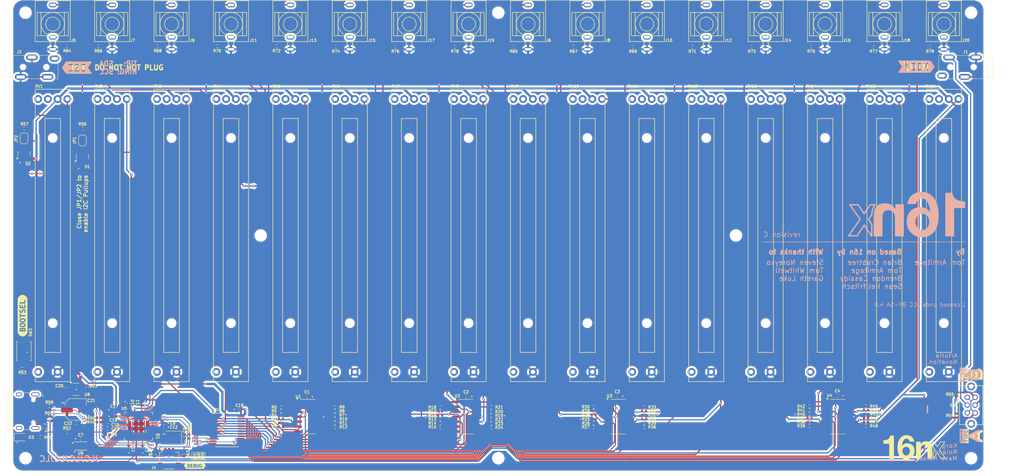
<source format=kicad_pcb>
(kicad_pcb (version 20240108) (generator "pcbnew") (generator_version "8.0")
  (layers (0 "F.Cu" signal) (31 "B.Cu" signal) (34 "B.Paste" user) (35 "F.Paste" user) (36 "B.SilkS" user "B.Silkscreen") (37 "F.SilkS" user "F.Silkscreen") (38 "B.Mask" user) (39 "F.Mask" user) (44 "Edge.Cuts" user))
  (net 0 "")
  (net 1 "GND")
  (net 2 "Net-(U5-XIN)")
  (net 3 "Net-(C6-Pad2)")
  (net 4 "+3V3")
  (net 5 "+1V1")
  (net 6 "+5V")
  (net 7 "Net-(D3-A)")
  (net 8 "Net-(SW1A-B)")
  (net 9 "/USB_D-")
  (net 10 "Net-(SW1B-B)")
  (net 11 "Net-(J3-CC1)")
  (net 12 "Net-(R1-Pad1)")
  (net 14 "/Faders & Analog Outs/CV0")
  (net 15 "Net-(R4-Pad1)")
  (net 16 "/Faders & Analog Outs/CV1")
  (net 17 "Net-(R7-Pad1)")
  (net 18 "Net-(J3-CC2)")
  (net 19 "/Faders & Analog Outs/CV2")
  (net 20 "Net-(R10-Pad1)")
  (net 22 "/Faders & Analog Outs/CV3")
  (net 23 "Net-(R13-Pad1)")
  (net 24 "Net-(J4-Pin_1)")
  (net 25 "/Faders & Analog Outs/CV4")
  (net 26 "Net-(R16-Pad1)")
  (net 27 "Net-(J4-Pin_3)")
  (net 28 "/Faders & Analog Outs/CV5")
  (net 29 "Net-(R19-Pad1)")
  (net 30 "Net-(U1B--)")
  (net 31 "/Faders & Analog Outs/CV6")
  (net 32 "Net-(R22-Pad1)")
  (net 33 "Net-(U1A--)")
  (net 34 "/Faders & Analog Outs/CV7")
  (net 35 "Net-(R25-Pad1)")
  (net 36 "Net-(U1D--)")
  (net 37 "/Faders & Analog Outs/CV8")
  (net 38 "Net-(R28-Pad1)")
  (net 39 "Net-(U1C--)")
  (net 40 "/Faders & Analog Outs/CV9")
  (net 41 "Net-(R31-Pad1)")
  (net 42 "/Faders & Analog Outs/CV10")
  (net 43 "Net-(R34-Pad1)")
  (net 44 "Net-(U2B--)")
  (net 45 "/Faders & Analog Outs/CV11")
  (net 46 "Net-(R37-Pad1)")
  (net 47 "Net-(U2A--)")
  (net 48 "/Faders & Analog Outs/CV12")
  (net 49 "Net-(R40-Pad1)")
  (net 50 "Net-(U2D--)")
  (net 51 "/Faders & Analog Outs/CV13")
  (net 52 "Net-(R43-Pad1)")
  (net 53 "Net-(U2C--)")
  (net 54 "/Faders & Analog Outs/CV14")
  (net 55 "Net-(R46-Pad1)")
  (net 56 "Net-(U3B--)")
  (net 57 "/Faders & Analog Outs/CV15")
  (net 58 "/USB_D+")
  (net 59 "Net-(U3A--)")
  (net 60 "Net-(U3D--)")
  (net 61 "Net-(U3C--)")
  (net 62 "/RP2040 + key components/~{USB_BOOT}")
  (net 63 "/M_3V3")
  (net 64 "/M_OUT")
  (net 65 "/MIDI_OUT")
  (net 66 "/RP2040 + key components/RUN")
  (net 67 "/W0")
  (net 68 "/W1")
  (net 69 "/W2")
  (net 70 "/W3")
  (net 71 "/W4")
  (net 72 "/W5")
  (net 73 "/W6")
  (net 74 "/W7")
  (net 75 "/Faders & Analog Outs/W8")
  (net 76 "/Faders & Analog Outs/W9")
  (net 77 "/Faders & Analog Outs/W10")
  (net 78 "/Faders & Analog Outs/W11")
  (net 79 "/Faders & Analog Outs/W12")
  (net 80 "/Faders & Analog Outs/W13")
  (net 81 "/Faders & Analog Outs/W14")
  (net 82 "/Faders & Analog Outs/W15")
  (net 83 "/RP2040 + key components/QSPI_SD1")
  (net 84 "/RP2040 + key components/QSPI_SD2")
  (net 85 "/RP2040 + key components/QSPI_SD0")
  (net 86 "/RP2040 + key components/QSPI_SCLK")
  (net 87 "/RP2040 + key components/QSPI_SD3")
  (net 88 "/A_IN")
  (net 89 "/S0")
  (net 90 "/S1")
  (net 91 "/S3")
  (net 92 "/S2")
  (net 93 "Net-(U4B--)")
  (net 94 "Net-(U4A--)")
  (net 95 "Net-(U4D--)")
  (net 96 "Net-(U4C--)")
  (net 97 "Net-(U5-USB_DP)")
  (net 98 "Net-(U5-USB_DM)")
  (net 99 "/SWCLK")
  (net 100 "/SWD")
  (net 101 "Net-(U5-XOUT)")
  (net 106 "/RP2040 + key components/QSPI_SS")
  (net 108 "/RP2040 + key components/LED")
  (net 109 "/RP2040 + key components/RX")
  (net 119 "Net-(J6-PadT)")
  (net 120 "Net-(J7-PadT)")
  (net 121 "Net-(J8-PadT)")
  (net 122 "Net-(J9-PadT)")
  (net 123 "Net-(J10-PadT)")
  (net 124 "Net-(J11-PadT)")
  (net 125 "Net-(J12-PadT)")
  (net 126 "Net-(J13-PadT)")
  (net 127 "Net-(J14-PadT)")
  (net 128 "Net-(J15-PadT)")
  (net 129 "Net-(J16-PadT)")
  (net 130 "Net-(J17-PadT)")
  (net 131 "Net-(J18-PadT)")
  (net 132 "Net-(J19-PadT)")
  (net 133 "Net-(J20-PadT)")
  (net 134 "/SDA2")
  (net 135 "/SCL2")
  (net 156 "Net-(J5-PadT)")
  (net 164 "Net-(JP1-A)")
  (net 165 "Net-(JP2-A)")
  (net 166 "/RP2040 + key components/SCL")
  (net 167 "/RP2040 + key components/SDA")
  (footprint "ta_library:Thonkiconn" (layer "F.Cu") (at 265.43 73.406)
    (property "Reference" "J20")
    (property "Value" "AudioJack2_SwitchT")
  )
  (footprint "Resistor_SMD:R_0402_1005Metric" (layer "F.Cu") (at 78.994 79.121 180)
    (property "Reference" "R70")
    (property "Value" "1k")
  )
  (footprint "Resistor_SMD:R_0402_1005Metric" (layer "F.Cu") (at 230.9622 171.45)
    (property "Reference" "R42")
    (property "Value" "5k6")
  )
  (footprint "kibuzzard-6499C329" (layer "F.Cu") (at 73.279 186.69)
    (property "Reference" "kibuzzard-6499C329" (hide yes))
    (property "Value" "G***" (hide yes))
  )
  (footprint "ta_library:Alps_60mm_Fader" (layer "F.Cu") (at 143.51 127.635 -90)
    (property "Reference" "RV8")
    (property "Value" "R_Potentiometer")
  )
  (footprint "Resistor_SMD:R_0402_1005Metric" (layer "F.Cu") (at 188.5422 173.736)
    (property "Reference" "R31")
    (property "Value" "1k")
  )
  (footprint "ta_library:Thonkiconn" (layer "F.Cu") (at 36.83 73.406)
    (property "Reference" "J5")
    (property "Value" "AudioJack2_SwitchT")
  )
  (footprint "Resistor_SMD:R_0402_1005Metric" (layer "F.Cu") (at 109.23359 175.7484)
    (property "Reference" "R11")
    (property "Value" "10k")
  )
  (footprint "ta_library:Thonkiconn" (layer "F.Cu") (at 158.75 73.406)
    (property "Reference" "J6")
    (property "Value" "AudioJack2_SwitchT")
  )
  (footprint "Resistor_SMD:R_0402_1005Metric" (layer "F.Cu") (at 95.38859 173.7164 180)
    (property "Reference" "R4")
    (property "Value" "1k")
  )
  (footprint "Package_TO_SOT_SMD:SOT-23-5" (layer "F.Cu") (at 42.7681 167.1218)
    (property "Reference" "U8")
    (property "Value" "AP2112K-3.3")
  )
  (footprint "ta_library:Thonkiconn" (layer "F.Cu") (at 113.03 73.406)
    (property "Reference" "J15")
    (property "Value" "AudioJack2_SwitchT")
  )
  (footprint "MountingHole:MountingHole_2.7mm_M2.5" (layer "F.Cu") (at 272.415 70.485)
    (property "Reference" "H3" (hide yes))
    (property "Value" "MountingHole")
  )
  (footprint "Package_SO:SOIC-14_3.9x8.7mm_P1.27mm" (layer "F.Cu") (at 181.864 174.117)
    (property "Reference" "U3")
    (property "Value" "MCP6004")
  )
  (footprint "kibuzzard-65F99486" (layer "F.Cu") (at 258.445 84.328)
    (property "Reference" "kibuzzard-65F99486" (hide yes))
    (property "Value" "G***" (hide yes))
  )
  (footprint "Resistor_SMD:R_0402_1005Metric" (layer "F.Cu") (at 62.865 183.769 -90)
    (property "Reference" "R62")
    (property "Value" "100")
  )
  (footprint "ta_library:Thonkiconn" (layer "F.Cu") (at 128.27 73.406)
    (property "Reference" "J17")
    (property "Value" "AudioJack2_SwitchT")
  )
  (footprint "Resistor_SMD:R_0402_1005Metric" (layer "F.Cu") (at 230.9622 172.466 180)
    (property "Reference" "R41")
    (property "Value" "10k")
  )
  (footprint "Capacitor_SMD:C_0402_1005Metric" (layer "F.Cu") (at 238.1504 168.7068)
    (property "Reference" "C4")
    (property "Value" "100n")
  )
  (footprint "Package_TO_SOT_SMD:SOT-23" (layer "F.Cu") (at 29.464 106.68 90)
    (property "Reference" "D2")
    (property "Value" "BAT54S")
  )
  (footprint "kibuzzard-65F99422" (layer "F.Cu") (at 43.053 84.582)
    (property "Reference" "kibuzzard-65F99422" (hide yes))
    (property "Value" "G***" (hide yes))
  )
  (footprint "Resistor_SMD:R_0402_1005Metric" (layer "F.Cu") (at 44.520422 100.185031)
    (property "Reference" "R56")
    (property "Value" "4k7")
  )
  (footprint "Resistor_SMD:R_0402_1005Metric" (layer "F.Cu") (at 48.512 79.121 180)
    (property "Reference" "R66")
    (property "Value" "1k")
  )
  (footprint "Resistor_SMD:R_0402_1005Metric" (layer "F.Cu") (at 230.9622 173.482 180)
    (property "Reference" "R40")
    (property "Value" "1k")
  )
  (footprint "Package_SO:SOIC-14_3.9x8.7mm_P1.27mm" (layer "F.Cu") (at 102.2427 174.117)
    (property "Reference" "U1")
    (property "Value" "MCP6004")
  )
  (footprint "Jumper:SolderJumper-2_P1.3mm_Open_RoundedPad1.0x1.5mm" (layer "F.Cu") (at 29.464 102.728 -90)
    (property "Reference" "JP2")
    (property "Value" "SolderJumper_2_Open")
  )
  (footprint "ta_library:Alps_60mm_Fader" (layer "F.Cu") (at 173.99 127.635 -90)
    (property "Reference" "RV10")
    (property "Value" "R_Potentiometer")
  )
  (footprint "ta_library:Alps_60mm_Fader" (layer "F.Cu") (at 113.03 127.635 -90)
    (property "Reference" "RV6")
    (property "Value" "R_Potentiometer")
  )
  (footprint "Resistor_SMD:R_0402_1005Metric" (layer "F.Cu") (at 170.432 79.248 180)
    (property "Reference" "R67")
    (property "Value" "1k")
  )
  (footprint "Resistor_SMD:R_0402_1005Metric" (layer "F.Cu") (at 109.474 79.248 180)
    (property "Reference" "R74")
    (property "Value" "1k")
  )
  (footprint "MountingHole:MountingHole_2.7mm_M2.5" (layer "F.Cu") (at 29.845 70.485)
    (property "Reference" "H1" (hide yes))
    (property "Value" "MountingHole")
  )
  (footprint "Capacitor_SMD:C_0402_1005Metric" (layer "F.Cu") (at 142.8496 168.9608)
    (property "Reference" "C2")
    (property "Value" "100n")
  )
  (footprint "Resistor_SMD:R_0402_1005Metric" (layer "F.Cu") (at 245.4402 176.53 180)
    (property "Reference" "R48")
    (property "Value" "5k6")
  )
  (footprint "Resistor_SMD:R_0402_1005Metric" (layer "F.Cu") (at 149.3012 174.879)
    (property "Reference" "R22")
    (property "Value" "1k")
  )
  (footprint "Resistor_SMD:R_0402_1005Metric" (layer "F.Cu") (at 268.605 173.863 -90)
    (property "Reference" "R54")
    (property "Value" "47")
  )
  (footprint "Resistor_SMD:R_0402_1005Metric" (layer "F.Cu") (at 48.7172 175.5394)
    (property "Reference" "R49")
    (property "Value" "27.4")
  )
  (footprint "Resistor_SMD:R_0402_1005Metric" (layer "F.Cu") (at 188.5422 174.752)
    (property "Reference" "R34")
    (property "Value" "1k")
  )
  (footprint "Resistor_SMD:R_0402_1005Metric" (layer "F.Cu") (at 245.4402 173.482)
    (property "Reference" "R43")
    (property "Value" "1k")
  )
  (footprint "Resistor_SMD:R_0402_1005Metric" (layer "F.Cu") (at 124.714 79.248 180)
    (property "Reference" "R76")
    (property "Value" "1k")
  )
  (footprint "Resistor_SMD:R_0402_1005Metric" (layer "F.Cu") (at 40.4602 178.0794 180)
    (property "Reference" "R52")
    (property "Value" "DNP")
  )
  (footprint "Resistor_SMD:R_0402_1005Metric" (layer "F.Cu") (at 268.605 168.4 -90)
    (property "Reference" "R55")
    (property "Value" "47")
  )
  (footprint "Capacitor_SMD:C_0402_1005Metric" (layer "F.Cu") (at 40.1066 166.6468 -90)
    (property "Reference" "C20")
    (property "Value" "100n")
  )
  (footprint "Capacitor_SMD:C_0402_1005Metric" (layer "F.Cu") (at 42.8711 175.8188)
    (property "Reference" "C22")
    (property "Value" "1u")
  )
  (footprint "Resistor_SMD:R_0402_1005Metric" (layer "F.Cu") (at 95.39259 175.7484 180)
    (property "Reference" "R2")
    (property "Value" "10k")
  )
  (footprint "Resistor_SMD:R_0402_1005Metric" (layer "F.Cu") (at 188.5422 175.768)
    (property "Reference" "R35")
    (property "Value" "10k")
  )
  (footprint "Resistor_SMD:R_0402_1005Metric" (layer "F.Cu") (at 40.511 79.121 180)
    (property "Reference" "R64")
    (property "Value" "1k")
  )
  (footprint "ta_library:Thonkiconn" (layer "F.Cu") (at 82.55 73.406)
    (property "Reference" "J11")
    (property "Value" "AudioJack2_SwitchT")
  )
  (footprint "MountingHole:MountingHole_2.7mm_M2.5" (layer "F.Cu") (at 90.17 127.635)
    (property "Reference" "H7" (hide yes))
    (property "Value" "MountingHole")
  )
  (footprint "Capacitor_SMD:C_0402_1005Metric" (layer "F.Cu") (at 56.2962 170.7114 90)
    (property "Reference" "C10")
    (property "Value" "100n")
  )
  (footprint "Resistor_SMD:R_0402_1005Metric" (layer "F.Cu") (at 245.4402 171.45 180)
    (property "Reference" "R45")
    (property "Value" "5k6")
  )
  (footprint "ta_library:Thonkiconn" (layer "F.Cu") (at 173.99 73.406)
    (property "Reference" "J8")
    (property "Value" "AudioJack2_SwitchT")
  )
  (footprint "Capacitor_SMD:C_0402_1005Metric" (layer "F.Cu") (at 59.8522 182.1414 -90)
    (property "Reference" "C13")
    (property "Value" "100n")
  )
  (footprint "Resistor_SMD:R_0402_1005Metric" (layer "F.Cu") (at 70.485 183.769 -90)
    (property "Reference" "R63")
    (property "Value" "100")
  )
  (footprint "Package_SO:SOIC-14_3.9x8.7mm_P1.27mm" (layer "F.Cu") (at 142.7722 174.117)
    (property "Reference" "U2")
    (property "Value" "MCP6004")
  )
  (footprint "Capacitor_SMD:C_0402_1005Metric" (layer "F.Cu") (at 84.6302 172.2374 180)
    (property "Reference" "C19")
    (property "Value" "100n")
  )
  (footprint "kibuzzard-64709A08" (layer "F.Cu") (at 29.083 148.209 90)
    (property "Reference" "kibuzzard-64709A08" (hide yes))
    (property "Value" "G***" (hide yes))
  )
  (footprint "Resistor_SMD:R_0402_1005Metric" (layer "F.Cu") (at 149.3012 172.847)
    (property "Reference" "R20")
    (property "Value" "10k")
  )
  (footprint "Capacitor_SMD:C_0402_1005Metric" (layer "F.Cu") (at 50.9368 176.1978 180)
    (property "Reference" "C16")
    (property "Value" "100n")
  )
  (footprint "Resistor_SMD:R_0402_1005Metric" (layer "F.Cu") (at 230.9582 174.498 180)
    (property "Reference" "R37")
    (property "Value" "1k")
  )
  (footprint "Resistor_SMD:R_0402_1005Metric" (layer "F.Cu") (at 149.3012 171.704 180)
    (property "Reference" "R21")
    (property "Value" "5k6")
  )
  (footprint "Resistor_SMD:R_0402_1005Metric" (layer "F.Cu") (at 188.5442 176.784 180)
    (property "Reference" "R36")
    (property "Value" "5k6")
  )
  (footprint "LED_SMD:LED_0805_2012Metric_Pad1.15x1.40mm_HandSolder" (layer "F.Cu") (at 28.7672 179.4002)
    (property "Reference" "D3")
    (property "Value" "LED_Small")
  )
  (footprint "Resistor_SMD:R_0402_1005Metric" (layer "F.Cu") (at 216.156 79.248 180)
    (property "Reference" "R73")
    (property "Value" "1k")
  )
  (footprint "Resistor_SMD:R_0402_1005Metric" (layer "F.Cu") (at 230.9622 175.514 180)
    (property "Reference" "R38")
    (property "Value" "10k")
  )
  (footprint "ta_library:Thonkiconn" (layer "F.Cu") (at 250.19 73.406)
    (property "Reference" "J18")
    (property "Value" "AudioJack2_SwitchT")
  )
  (footprint "Resistor_SMD:R_0402_1005Metric" (layer "F.Cu") (at 71.8312 179.2204 -90)
    (property "Reference" "R51")
    (property "Value" "1k")
  )
  (footprint "Resistor_SMD:R_0402_1005Metric" (layer "F.Cu") (at 109.23159 173.7164)
    (property "Reference" "R7")
    (property "Value" "1k")
  )
  (footprint "ta_library:Schurter 4832.2330" (layer "F.Cu") (at 270.764 84.455 90)
    (property "Reference" "J1")
    (property "Value" "AudioJack3_SwitchT")
    (fp_circle (center 0 -3.7) (end 0.8 -3.7) (stroke (width 0.12)) (fill none) (layer "Edge.Cuts"))
    (fp_circle (center 0 2.3) (end 0.8 2.3) (stroke (width 0.12)) (fill none) (layer "Edge.Cuts"))
  )
  (footprint "Capacitor_SMD:C_0402_1005Metric" (layer "F.Cu") (at 45.6946 166.6468 -90)
    (property "Reference" "C23")
    (property "Value" "1u")
  )
  (footprint "Resistor_SMD:R_0402_1005Metric" (layer "F.Cu") (at 247.396 79.248 180)
    (property "Reference" "R77")
    (property "Value" "1k")
  )
  (footprint "ta_library:Alps_60mm_Fader" (layer "F.Cu") (at 204.47 127.635 -90)
    (property "Reference" "RV12")
    (property "Value" "R_Potentiometer")
  )
  (footprint "Resistor_SMD:R_0402_1005Metric" (layer "F.Cu") (at 149.3032 175.895)
    (property "Reference" "R23")
    (property "Value" "10k")
  )
  (footprint "Capacitor_SMD:C_0402_1005Metric" (layer "F.Cu") (at 59.5982 170.7114 90)
    (property "Reference" "C11")
    (property "Value" "100n")
  )
  (footprint "Resistor_SMD:R_0402_1005Metric" (layer "F.Cu") (at 109.23359 176.7644 180)
    (property "Reference" "R12")
    (property "Value" "5k6")
  )
  (footprint "Resistor_SMD:R_0402_1005Metric" (layer "F.Cu") (at 136.2222 176.784)
    (property "Reference" "R15")
    (property "Value" "5k6")
  )
  (footprint "ta_library:Thonkiconn" (layer "F.Cu") (at 143.51 73.406)
    (property "Reference" "J19")
    (property "Value" "AudioJack2_SwitchT")
  )
  (footprint "ta_library:Thonkiconn" (layer "F.Cu") (at 97.79 73.406)
    (property "Reference" "J13")
    (property "Value" "AudioJack2_SwitchT")
  )
  (footprint "ta_library:Alps_60mm_Fader" (layer "F.Cu") (at 265.43 127.635 -90)
    (property "Reference" "RV16")
    (property "Value" "R_Potentiometer")
  )
  (footprint "Resistor_SMD:R_0402_1005Metric" (layer "F.Cu") (at 149.3012 173.863)
    (property "Reference" "R19")
    (property "Value" "1k")
  )
  (footprint "Resistor_SMD:R_0402_1005Metric" (layer "F.Cu") (at 175.5902 173.636 180)
    (property "Reference" "R28")
    (property "Value" "1k")
  )
  (footprint "Package_TO_SOT_SMD:SOT-23" (layer "F.Cu") (at 44.45 107.3635 90)
    (property "Reference" "D1")
    (property "Value" "BAT54S")
  )
  (footprint "Capacitor_SMD:C_0402_1005Metric" (layer "F.Cu") (at 65.3132 175.7914)
    (property "Reference" "C8")
    (property "Value" "100n")
  )
  (footprint "Capacitor_SMD:C_0402_1005Metric" (layer "F.Cu") (at 102.0572 168.9608)
    (property "Reference" "C1")
    (property "Value" "100n")
  )
  (footprint "ta_library:Thonkiconn" (layer "F.Cu") (at 219.71 73.406)
    (property "Reference" "J14")
    (property "Value" "AudioJack2_SwitchT")
  )
  (footprint "Capacitor_SMD:C_0402_1005Metric" (layer "F.Cu") (at 50.9368 178.7124 180)
    (property "Reference" "C9")
    (property "Value" "100n")
  )
  (footprint "Resistor_SMD:R_0402_1005Metric" (layer "F.Cu") (at 109.23159 171.6844 180)
    (property "Reference" "R9")
    (property "Value" "5k6")
  )
  (footprint "easyeda2kicad:USON-8_L3.0-W2.0-P0.50-BL-EP" (layer "F.Cu") (at 43.9742 181.6354 -90)
    (property "Reference" "U6")
    (property "Value" "W25Q16JVUXIQ")
  )
  (footprint "Connector_USB:USB_C_Receptacle_HRO_TYPE-C-31-M-12" (layer "F.Cu") (at 29.244 172.718 -90)
    (property "Reference" "J3")
    (property "Value" "USB_C_Receptacle_USB2.0")
  )
  (footprint "Resistor_SMD:R_0402_1005Metric" (layer "F.Cu") (at 35.939 171.45)
    (property "Reference" "R58")
    (property "Value" "5k1")
  )
  (footprint "Resistor_SMD:R_0402_1005Metric" (layer "F.Cu") (at 136.2222 171.704)
    (property "Reference" "R18")
    (property "Value" "5k6")
  )
  (footprint "Resistor_SMD:R_0402_1005Metric" (layer "F.Cu") (at 245.4382 174.498)
    (property "Reference" "R46")
    (property "Value" "1k")
  )
  (footprint "ta_library:Alps_60mm_Fader" (layer "F.Cu") (at 36.83 127.635 -90)
    (property "Reference" "RV1")
    (property "Value" "R_Potentiometer")
  )
  (footprint "Capacitor_SMD:C_0402_1005Metric" (layer "F.Cu") (at 64.6782 178.7124 -90)
    (property "Reference" "C5")
    (property "Value" "27p")
  )
  (footprint "Capacitor_SMD:C_0402_1005Metric" (layer "F.Cu") (at 44.0436 179.7812 180)
    (property "Reference" "C7")
    (property "Value" "100n")
  )
  (footprint "ta_library:Thonkiconn" (layer "F.Cu") (at 67.31 73.406)
    (property "Reference" "J9")
    (property "Value" "AudioJack2_SwitchT")
  )
  (footprint "Resistor_SMD:R_0402_1005Metric" (layer "F.Cu") (at 185.674 79.248 180)
    (property "Reference" "R69")
    (property "Value" "1k")
  )
  (footprint "MountingHole:MountingHole_2.7mm_M2.5" (layer "F.Cu") (at 151.13 184.785)
    (property "Reference" "H5" (hide yes))
    (property "Value" "MountingHole")
  )
  (footprint "Resistor_SMD:R_0402_1005Metric" (layer "F.Cu") (at 109.23159 172.7004)
    (property "Reference" "R8")
    (property "Value" "10k")
  )
  (footprint "Resistor_SMD:R_0402_1005Metric" (layer "F.Cu") (at 33.6022 179.4002 180)
    (property "Reference" "R61")
    (property "Value" "1k")
  )
  (footprint "Resistor_SMD:R_0402_1005Metric" (layer "F.Cu") (at 94.234 79.121 180)
    (property "Reference" "R72")
    (property "Value" "1k")
  )
  (footprint "Capacitor_SMD:C_0402_1005Metric" (layer "F.Cu") (at 65.3132 176.8074)
    (property "Reference" "C12")
    (property "Value" "100n")
  )
  (footprint "Resistor_SMD:R_0402_1005Metric" (layer "F.Cu") (at 136.2222 173.736 180)
    (property "Reference" "R16")
    (property "Value" "1k")
  )
  (footprint "ta_library:RP2040-QFN-56" (layer "F.Cu") (at 58.8487 176.5819 90)
    (property "Reference" "U5")
    (property "Value" "RP2040")
  )
  (footprint "ta_library:Alps_60mm_Fader" (layer "F.Cu") (at 97.79 127.635 -90)
    (property "Reference" "RV5")
    (property "Value" "R_Potentiometer")
  )
  (footprint "Resistor_SMD:R_0402_1005Metric" (layer "F.Cu") (at 245.4422 172.466)
    (property "Reference" "R44")
    (property "Value" "10k")
  )
  (footprint "Capacitor_SMD:C_0402_1005Metric" (layer "F.Cu") (at 50.9368 177.2138 180)
    (property "Reference" "C15")
    (property "Value" "100n")
  )
  (footprint "MountingHole:MountingHole_2.7mm_M2.5" (layer "F.Cu") (at 212.09 127.635)
    (property "Reference" "H8" (hide yes))
    (property "Value" "MountingHole")
  )
  (footprint "ta_library:Thonkiconn" (layer "F.Cu") (at 189.23 73.406)
    (property "Reference" "J10")
    (property "Value" "AudioJack2_SwitchT")
  )
  (footprint "Resistor_SMD:R_0402_1005Metric" (layer "F.Cu") (at 109.23359 174.7324)
    (property "Reference" "R10")
    (property "Value" "1k")
  )
  (footprint "Package_SO:SSOP-24_5.3x8.2mm_P0.65mm" (layer "F.Cu") (at 81.5382 177.5304)
    (property "Reference" "U7")
    (property "Value" "CD74HC4067M")
  )
  (footprint "Resistor_SMD:R_0402_1005Metric" (layer "F.Cu") (at 230.9622 176.53)
    (property "Reference" "R39")
    (property "Value" "5k6")
  )
  (footprint "Resistor_SMD:R_0402_1005Metric" (layer "F.Cu") (at 63.754 79.121 180)
    (property "Reference" "R68")
    (property "Value" "1k")
  )
  (footprint "ta_library:Alps_60mm_Fader" (layer "F.Cu") (at 128.27 127.635 -90)
    (property "Reference" "RV7")
    (property "Value" "R_Potentiometer")
  )
  (footprint "Resistor_SMD:R_0402_1005Metric" (layer "F.Cu") (at 175.5902 176.811)
    (property "Reference" "R27")
    (property "Value" "5k6")
  )
  (footprint "kibuzzard-65F9938A" (layer "F.Cu") (at 271.018 179.1208 90)
    (property "Reference" "kibuzzard-65F9938A" (hide yes))
    (property "Value" "G***" (hide yes))
  )
  (footprint "Package_SO:SOIC-14_3.9x8.7mm_P1.27mm" (layer "F.Cu") (at 238.2012 174.117)
    (property "Reference" "U4")
    (property "Value" "MCP6004")
  )
  (footprint "ta_library:Thonkiconn" (layer "F.Cu") (at 234.95 73.406)
    (property "Reference" "J16")
    (property "Value" "AudioJack2_SwitchT")
  )
  (footprint "Resistor_SMD:R_0402_1005Metric" (layer "F.Cu") (at 200.914 79.248 180)
    (property "Reference" "R71")
    (property "Value" "1k")
  )
  (footprint "ta_library:Alps_60mm_Fader" (layer "F.Cu") (at 250.19 127.635 -90)
    (property "Reference" "RV15")
    (property "Value" "R_Potentiometer")
  )
  (footprint "ta_library:Alps_60mm_Fader" (layer "F.Cu") (at 158.75 127.635 -90)
    (property "Reference" "RV9")
    (property "Value" "R_Potentiometer")
  )
  (footprint "Resistor_SMD:R_0402_1005Metric" (layer "F.Cu") (at 48.7172 174.3964)
    (property "Reference" "R50")
    (property "Value" "27.4")
  )
  (footprint "ta_library:Thonkiconn" (layer "F.Cu") (at 52.07 73.406)
    (property "Reference" "J7")
    (property "Value" "AudioJack2_SwitchT")
  )
  (footprint "Resistor_SMD:R_0402_1005Metric" (layer "F.Cu") (at 149.3012 176.911 180)
    (property "Reference" "R24")
    (property "Value" "5k6")
  )
  (footprint "Resistor_SMD:R_0402_1005Metric" (layer "F.Cu") (at 29.464 100.203)
    (property "Reference" "R57")
    (property "Value" "4k7")
  )
  (footprint "Jumper:SolderJumper-2_P1.3mm_Open_RoundedPad1.0x1.5mm" (layer "F.Cu") (at 44.45 103.266 -90)
    (property "Reference" "JP1")
    (property "Value" "SolderJumper_2_Open")
  )
  (footprint "ta_library:Alps_60mm_Fader" (layer "F.Cu") (at 189.23 127.635 -90)
    (property "Reference" "RV11")
    (property "Value" "R_Potentiometer")
  )
  (footprint "MountingHole:MountingHole_2.7mm_M2.5" (layer "F.Cu") (at 151.13 70.485)
    (property "Reference" "H2" (hide yes))
    (property "Value" "MountingHole")
  )
  (footprint "ta_library:Alps_60mm_Fader" (layer "F.Cu") (at 219.71 127.635 -90)
    (property "Reference" "RV13")
    (property "Value" "R_Potentiometer")
  )
  (footprint "Capacitor_SMD:C_0402_1005Metric" (layer "F.Cu") (at 70.6882 179.2204 90)
    (property "Reference" "C6")
    (property "Value" "27p")
  )
  (footprint "Resistor_SMD:R_0402_1005Metric" (layer "F.Cu") (at 188.5462 171.704 180)
    (property "Reference" "R33")
    (property "Value" "5k6")
  )
  (footprint "kibuzzard-65F99372" (layer "F.Cu") (at 271.018 163.322 90)
    (property "Reference" "kibuzzard-65F99372" (hide yes))
    (property "Value" "G***" (hide yes))
  )
  (footprint "Resistor_SMD:R_0402_1005Metric" (layer "F.Cu") (at 35.812 174.117)
    (property "Reference" "R59")
    (property "Value" "5k1")
  )
  (footprint "Resistor_SMD:R_0402_1005Metric" (layer "F.Cu") (at 155.065 79.248 180)
    (property "Reference" "R65")
    (property "Value" "1k")
  )
  (footprint "Capacitor_SMD:C_0402_1005Metric" (layer "F.Cu") (at 52.5852 174.0134 180)
    (property "Reference" "C18")
    (property "Value" "1u")
  )
  (footprint "ta_library:SW_E-Switch_EG2211_DPDT" (layer "F.Cu") (at 272.431 171.164 90)
    (property "Reference" "SW1")
    (property "Value" "SW_DPDT_x2")
  )
  (footprint "Resistor_SMD:R_0402_1005Metric" (layer "F.Cu") (at 175.5902 175.795 180)
    (property "Reference" "R26")
    (property "Value" "10k")
  )
  (footprint "Resistor_SMD:R_0402_1005Metric" (layer "F.Cu") (at 175.5902 172.62 180)
    (property "Reference" "R29")
    (property "Value" "10k")
  )
  (footprint "Capacitor_SMD:C_0402_1005Metric" (layer "F.Cu") (at 181.6582 168.8592)
    (property "Reference" "C3")
    (property "Value" "100n")
  )
  (footprint "Button_Switch_SMD:SW_SPST_EVQP2" (layer "F.Cu") (at 29.425 157.318 -90)
    (property "Reference" "SW3")
    (property "Value" "SW_Push")
  )
  (footprint "Resistor_SMD:R_0402_1005Metric" (layer "F.Cu") (at 188.5422 172.72)
    (property "Reference" "R32")
    (property "Value" "10k")
  )
  (footprint "ta_library:Alps_60mm_Fader" (layer "F.Cu") (at 67.31 127.635 -90)
    (property "Reference" "RV3")
    (property "Value" "R_Potentiometer")
  )
  (footprint "MountingHole:MountingHole_2.7mm_M2.5" (layer "F.Cu") (at 272.415 184.785)
    (property "Reference" "H6" (hide yes))
    (property "Value" "MountingHole")
  )
  (footprint "ta_library:Thonkiconn" (layer "F.Cu") (at 204.47 73.406)
    (property "Reference" "J12")
    (property "Value" "AudioJack2_SwitchT")
  )
  (footprint "ta_library:Schurter 4832.2330" (layer "F.Cu") (at 31.496 84.455 -90)
    (property "Reference" "J2")
    (property "Value" "AudioJack3_SwitchT")
    (fp_circle (center 0 2.3) (end 0.8 2.3) (stroke (width 0.12)) (fill none) (layer "Edge.Cuts"))
    (fp_circle (center 0 -3.7) (end 0.8 -3.7) (stroke (width 0.12)) (fill none) (layer "Edge.Cuts"))
  )
  (footprint "Capacitor_SMD:C_0402_1005Metric" (layer "F.Cu") (at 52.5852 172.3884 180)
    (property "Reference" "C17")
    (property "Value" "1u")
  )
  (footprint "ta_library:Alps_60mm_Fader" (layer "F.Cu") (at 82.55 127.635 -90)
    (property "Reference" "RV4")
    (property "Value" "R_Potentiometer")
  )
  (footprint "Resistor_SMD:R_0402_1005Metric" (layer "F.Cu") (at 95.39659 176.7644)
    (property "Reference" "R3")
    (property "Value" "5k6")
  )
  (footprint "ta_library:Alps_60mm_Fader" (layer "F.Cu") (at 234.95 127.635 -90)
    (property "Reference" "RV14")
    (property "Value" "R_Potentiometer")
  )
  (footprint "Resistor_SMD:R_0402_1005Metric" (layer "F.Cu") (at 136.2222 174.752 180)
    (property "Reference" "R13")
    (property "Value" "1k")
  )
  (footprint "MountingHole:MountingHole_2.7mm_M2.5" (layer "F.Cu") (at 29.845 184.785)
    (property "Reference" "H4" (hide yes))
    (property "Value" "MountingHole")
  )
  (footprint "ta_library:JST_SM03B-SRSS-TB(LF)(SN)" (layer "F.Cu") (at 66.689 182.942)
    (property "Reference" "J4")
    (property "Value" "Conn_01x03")
  )
  (footprint "Resistor_SMD:R_0402_1005Metric" (layer "F.Cu") (at 95.39259 172.7004 180)
    (property "Reference" "R5")
    (property "Value" "10k")
  )
  (footprint "Resistor_SMD:R_0402_1005Metric" (layer "F.Cu") (at 136.2222 172.72 180)
    (property "Reference" "R17")
    (property "Value" "10k")
  )
  (footprint "Resistor_SMD:R_0402_1005Metric" (layer "F.Cu") (at 245.4382 175.514)
    (property "Reference" "R47")
    (property "Value" "10k")
  )
  (footprint "Capacitor_SMD:C_0402_1005Metric" (layer "F.Cu") (at 56.2962 182.1414 -90)
    (property "Reference" "C14")
    (property "Value" "100n")
  )
  (footprint "Resistor_SMD:R_0402_1005Metric" (layer "F.Cu") (at 95.38859 174.7324 180)
    (property "Reference" "R1")
    (property "Value" "1k")
  )
  (footprint "Resistor_SMD:R_0402_1005Metric" (layer "F.Cu") (at 175.5902 174.752 180)
    (property "Reference" "R25")
    (property "Value" "1k")
  )
  (footprint "Resistor_SMD:R_0402_1005Metric" (layer "F.Cu") (at 175.5902 171.604)
    (property "Reference" "R30")
    (property "Value" "5k6")
  )
  (footprint "Resistor_SMD:R_0402_1005Metric" (layer "F.Cu") (at 139.954 79.248 180)
    (property "Reference" "R78")
    (property "Value" "1k")
  )
  (footprint "ta_library:Alps_60mm_Fader" (layer "F.Cu") (at 52.07 127.635 -90)
    (property "Reference" "RV2")
    (property "Value" "R_Potentiometer")
  )
  (footprint "Crystal:Crystal_SMD_3225-4Pin_3.2x2.5mm" (layer "F.Cu") (at 67.8532 179.4744 180)
    (property "Reference" "Y1")
    (property "Value" "X322512MSB4SI")
  )
  (footprint "Resistor_SMD:R_0402_1005Metric" (layer "F.Cu") (at 136.2222 175.768 180)
    (property "Reference" "R14")
    (property "Value" "10k")
  )
  (footprint "Capacitor_SMD:CP_Elec_5x5.4" (layer "F.Cu") (at 42.6876 172.2628)
    (property "Reference" "C21")
    (property "Value" "47u")
  )
  (footprint "Resistor_SMD:R_0402_1005Metric" (layer "F.Cu") (at 29.0322 161.8234)
    (property "Reference" "R53")
    (property "Value" "1k")
  )
  (footprint "Resistor_SMD:R_0402_1005Metric" (layer "F.Cu") (at 95.39059 171.6844)
    (property "Reference" "R6")
    (property "Value" "5k6")
  )
  (footprint "Resistor_SMD:R_0402_1005Metric" (layer "F.Cu") (at 231.394 79.248 180)
    (property "Reference" "R75")
    (property "Value" "1k")
  )
  (footprint "Resistor_SMD:R_0402_1005Metric" (layer "F.Cu") (at 261.872 79.248 180)
    (property "Reference" "R79")
    (property "Value" "1k")
  )
  (footprint "kibuzzard-66DB278F" (layer "B.Cu") (at 43.053 84.582 180)
    (property "Reference" "kibuzzard-66DB278F" (hide yes))
    (property "Value" "G***" (hide yes))
  )
  (footprint "kibuzzard-65F9938A" (layer "B.Cu") (at 270.256 179.07 -90)
    (property "Reference" "kibuzzard-65F9938A" (hide yes))
    (property "Value" "G***" (hide yes))
  )
  (footprint "kibuzzard-65F99372" (layer "B.Cu") (at 270.256 163.322 -90)
    (property "Reference" "kibuzzard-65F99372" (hide yes))
    (property "Value" "G***" (hide yes))
  )
  (footprint "kibuzzard-66DB2915" (layer "B.Cu") (at 258.318 84.328 180)
    (property "Reference" "kibuzzard-66DB2915" (hide yes))
    (property "Value" "G***" (hide yes))
  )
  (gr_line (start 270.764 129.286) (end 219.058167 129.294149) (stroke (width 0.15)) (layer "B.SilkS"))
  (gr_poly (pts (xy 259.527246 116.461456) (xy 259.351664 116.471207) (xy 259.179081 116.48746) (xy 259.009498 116.510216) (xy 258.925831 116.524033) (xy 258.842915 116.539476) (xy 258.76075 116.556545) (xy 258.679334 116.57524) (xy 258.598669 116.595562) (xy 258.518755 116.61751) (xy 258.439591 116.641085) (xy 258.361177 116.666287) (xy 258.283702 116.693021) (xy 258.207353 116.721193) (xy 258.132128 116.750804) (xy 258.05803 116.781852) (xy 257.985057 116.814339) (xy 257.913209 116.848263) (xy 257.842487 116.883626) (xy 257.77289 116.920426) (xy 257.704419 116.958665) (xy 257.637073 116.998342) (xy 257.570853 117.039457) (xy 257.505759 117.082009) (xy 257.441789 117.126) (xy 257.378946 117.171429) (xy 257.317228 117.218296) (xy 257.256635 117.266601) (xy 257.197293 117.316344) (xy 257.139326 117.367525) (xy 257.082736 117.420144) (xy 257.027521 117.474201) (xy 256.973682 117.529696) (xy 256.921218 117.586629) (xy 256.870131 117.645) (xy 256.820419 117.70481) (xy 256.772083 117.766057) (xy 256.725122 117.828743) (xy 256.679538 117.892866) (xy 256.635329 117.958428) (xy 256.592495 118.025427) (xy 256.551038 118.093865) (xy 256.510956 118.163741) (xy 256.47225 118.235055) (xy 256.435045 118.307776) (xy 256.399466 118.381873) (xy 256.365513 118.457347) (xy 256.333186 118.534198) (xy 256.302485 118.612425) (xy 256.273409 118.692027) (xy 256.24596 118.773006) (xy 256.220136 118.855361) (xy 256.195939 118.939091) (xy 256.173367 119.024197) (xy 256.152422 119.110678) (xy 256.133102 119.198535) (xy 256.099341 119.378374) (xy 256.072083 119.563714) (xy 258.233107 119.563714) (xy 258.248244 119.494238) (xy 258.265631 119.425889) (xy 258.285269 119.358666) (xy 258.307157 119.292569) (xy 258.331296 119.227599) (xy 258.357685 119.163755) (xy 258.386325 119.101037) (xy 258.417216 119.039446) (xy 258.450358 118.97898) (xy 258.485752 118.91964) (xy 258.523396 118.861426) (xy 258.563292 118.804338) (xy 258.605439 118.748375) (xy 258.649838 118.693539) (xy 258.696489 118.639828) (xy 258.745391 118.587242) (xy 258.796163 118.536838) (xy 258.848436 118.489687) (xy 258.902211 118.445789) (xy 258.957486 118.405142) (xy 259.014263 118.367749) (xy 259.07254 118.333607) (xy 259.132319 118.302718) (xy 259.193598 118.27508) (xy 259.256378 118.250695) (xy 259.320659 118.229561) (xy 259.386441 118.211679) (xy 259.453723 118.197048) (xy 259.522506 118.185669) (xy 259.592789 118.177542) (xy 259.664573 118.172665) (xy 259.737857 118.17104) (xy 259.813112 118.172446) (xy 259.886804 118.176667) (xy 259.958933 118.183701) (xy 260.029499 118.19355) (xy 260.098502 118.206211) (xy 260.165942 118.221687) (xy 260.231818 118.239977) (xy 260.296131 118.26108) (xy 260.35888 118.284997) (xy 260.420065 118.311728) (xy 260.479687 118.341272) (xy 260.537744 118.37363) (xy 260.594238 118.408803) (xy 260.649167 118.446788) (xy 260.702532 118.487588) (xy 260.754333 118.531202) (xy 260.804702 118.576848) (xy 260.853759 118.623745) (xy 260.901503 118.671894) (xy 260.947935 118.721293) (xy 260.993053 118.771943) (xy 261.036859 118.823843) (xy 261.079351 118.876994) (xy 261.12053 118.931396) (xy 261.160395 118.987049) (xy 261.198947 119.043952) (xy 261.236186 119.102106) (xy 261.27211 119.16151) (xy 261.306721 119.222164) (xy 261.340017 119.284069) (xy 261.372 119.347224) (xy 261.402668 119.41163) (xy 261.460691 119.542817) (xy 261.514714 119.676255) (xy 261.564737 119.811945) (xy 261.61076 119.949887) (xy 261.652784 120.090082) (xy 261.690808 120.232531) (xy 261.724832 120.377234) (xy 261.754856 120.52419) (xy 261.781365 120.670257) (xy 261.804875 120.812322) (xy 261.825384 120.950383) (xy 261.842892 121.084443) (xy 261.857397 121.214501) (xy 261.868899 121.340558) (xy 261.877396 121.462615) (xy 261.882888 121.580671) (xy 261.850899 121.612699) (xy 261.792245 121.530157) (xy 261.732341 121.450616) (xy 261.671185 121.374077) (xy 261.608779 121.30054) (xy 261.545122 121.230004) (xy 261.480214 121.16247) (xy 261.414055 121.097937) (xy 261.346645 121.036407) (xy 261.277985 120.977878) (xy 261.208074 120.922351) (xy 261.136913 120.869825) (xy 261.064501 120.820301) (xy 260.990839 120.773779) (xy 260.915927 120.730258) (xy 260.839764 120.68974) (xy 260.762352 120.652223) (xy 260.683563 120.617332) (xy 260.603274 120.584692) (xy 260.521485 120.554303) (xy 260.438195 120.526165) (xy 260.353405 120.500278) (xy 260.267114 120.476642) (xy 260.179322 120.455257) (xy 260.090029 120.436124) (xy 259.999236 120.419241) (xy 259.906941 120.404609) (xy 259.813146 120.392229) (xy 259.71785 120.382099) (xy 259.621052 120.374221) (xy 259.522754 120.368593) (xy 259.422954 120.365217) (xy 259.321654 120.364091) (xy 259.231738 120.36531) (xy 259.142071 120.368969) (xy 259.052654 120.375066) (xy 258.963486 120.383602) (xy 258.874568 120.394576) (xy 258.7859 120.40799) (xy 258.697481 120.423841) (xy 258.609313 120.442132) (xy 258.521395 120.46286) (xy 258.433728 120.486028) (xy 258.34631 120.511633) (xy 258.259144 120.539677) (xy 258.172228 120.570159) (xy 258.085563 120.603079) (xy 257.999149 120.638437) (xy 257.912986 120.676233) (xy 257.827754 120.716099) (xy 257.744148 120.757653) (xy 257.662168 120.800895) (xy 257.581814 120.845824) (xy 257.503086 120.892441) (xy 257.425983 120.940746) (xy 257.350507 120.990739) (xy 257.276657 121.04242) (xy 257.204432 121.095789) (xy 257.133834 121.150846) (xy 257.064862 121.207592) (xy 256.997515 121.266027) (xy 256.931795 121.326151) (xy 256.8677 121.387963) (xy 256.805232 121.451464) (xy 256.744389 121.516654) (xy 256.689301 121.58125) (xy 256.636088 121.64697) (xy 256.584752 121.713816) (xy 256.535291 121.781786) (xy 256.487707 121.850881) (xy 256.441998 121.921101) (xy 256.398166 121.992447) (xy 256.356209 122.064918) (xy 256.316128 122.138514) (xy 256.277923 122.213236) (xy 256.241593 122.289084) (xy 256.207138 122.366058) (xy 256.17456 122.444157) (xy 256.143856 122.523383) (xy 256.115028 122.603735) (xy 256.088075 122.685214) (xy 256.039299 122.849547) (xy 255.997029 123.014379) (xy 255.961264 123.179711) (xy 255.932004 123.345545) (xy 255.909249 123.511881) (xy 255.892995 123.67872) (xy 255.883244 123.846063) (xy 255.879994 124.013912) (xy 255.881088 124.121491) (xy 255.88437 124.228132) (xy 255.88984 124.333835) (xy 255.897498 124.4386) (xy 255.907344 124.542427) (xy 255.919378 124.645318) (xy 255.933601 124.747273) (xy 255.950013 124.848293) (xy 255.968613 124.948378) (xy 255.989402 125.047528) (xy 256.01238 125.145745) (xy 256.037547 125.243029) (xy 256.064903 125.33938) (xy 256.094449 125.434799) (xy 256.126183 125.529287) (xy 256.160108 125.622845) (xy 256.196065 125.715113) (xy 256.233897 125.805884) (xy 256.273605 125.895158) (xy 256.315188 125.982934) (xy 256.358646 126.069212) (xy 256.40398 126.153992) (xy 256.45119 126.237275) (xy 256.500275 126.31906) (xy 256.551236 126.399348) (xy 256.604072 126.478138) (xy 256.658785 126.555431) (xy 256.715373 126.631226) (xy 256.773837 126.705524) (xy 256.834177 126.778324) (xy 256.896394 126.849627) (xy 256.960486 126.919432) (xy 257.026305 126.987479) (xy 257.093686 127.053657) (xy 257.162629 127.117964) (xy 257.233134 127.180403) (xy 257.305201 127.240971) (xy 257.378832 127.29967) (xy 257.454025 127.356499) (xy 257.53078 127.411458) (xy 257.6091 127.464548) (xy 257.688982 127.515769) (xy 257.770428 127.565119) (xy 257.853437 127.6126) (xy 257.938011 127.658211) (xy 258.024149 127.701953) (xy 258.111851 127.743825) (xy 258.201117 127.783827) (xy 258.291784 127.821602) (xy 258.383702 127.856939) (xy 258.47687 127.889839) (xy 258.57129 127.920302) (xy 258.666961 127.948329) (xy 258.763882 127.973918) (xy 258.862054 127.99707) (xy 258.961476 128.017785) (xy 259.06215 128.036063) (xy 259.164073 128.051903) (xy 259.267248 128.065307) (xy 259.371672 128.076274) (xy 259.477347 128.084804) (xy 259.584273 128.090896) (xy 259.692448 128.094552) (xy 259.801874 128.09577) (xy 259.958263 128.093803) (xy 260.111276 128.0879) (xy 260.260913 128.078062) (xy 260.407172 128.064287) (xy 260.550056 128.046575) (xy 260.689562 128.024926) (xy 260.825692 127.999339) (xy 260.958446 127.969812) (xy 261.087823 127.936347) (xy 261.213824 127.898942) (xy 261.336448 127.857596) (xy 261.455696 127.812309) (xy 261.571567 127.763081) (xy 261.684062 127.70991) (xy 261.79318 127.652797) (xy 261.898921 127.591741) (xy 262.001655 127.527493) (xy 262.101763 127.460807) (xy 262.199246 127.391684) (xy 262.294103 127.320121) (xy 262.386335 127.24612) (xy 262.475942 127.169678) (xy 262.562923 127.090796) (xy 262.647278 127.009473) (xy 262.729007 126.925709) (xy 262.808111 126.839502) (xy 262.884588 126.750852) (xy 262.958439 126.659759) (xy 263.029664 126.566222) (xy 263.098262 126.47024) (xy 263.164233 126.371813) (xy 263.227578 126.27094) (xy 263.288415 126.168072) (xy 263.346877 126.063511) (xy 263.402964 125.957257) (xy 263.456675 125.849311) (xy 263.508011 125.739671) (xy 263.556972 125.628338) (xy 263.603556 125.515312) (xy 263.647765 125.400594) (xy 263.689598 125.284182) (xy 263.729054 125.166077) (xy 263.766134 125.04628) (xy 263.800837 124.924789) (xy 263.833163 124.801606) (xy 263.863112 124.67673) (xy 263.890684 124.55016) (xy 263.915879 124.421898) (xy 263.960905 124.163198) (xy 263.961689 124.157977) (xy 261.674805 124.157977) (xy 261.67293 124.253859) (xy 261.667303 124.349513) (xy 261.657926 124.444934) (xy 261.644796 124.540118) (xy 261.627915 124.63506) (xy 261.60728 124.729756) (xy 261.582893 124.8242) (xy 261.554752 124.918389) (xy 261.539305 124.965103) (xy 261.522982 125.011185) (xy 261.505785 125.056637) (xy 261.487712 125.10146) (xy 261.468763 125.145656) (xy 261.44894 125.189224) (xy 261.428241 125.232167) (xy 261.406667 125.274486) (xy 261.384217 125.316181) (xy 261.360893 125.357254) (xy 261.336693 125.397707) (xy 261.311617 125.437539) (xy 261.285667 125.476753) (xy 261.258841 125.51535) (xy 261.23114 125.55333) (xy 261.202563 125.590695) (xy 261.173143 125.627214) (xy 261.14291 125.662802) (xy 261.111863 125.697458) (xy 261.080004 125.731183) (xy 261.047332 125.763975) (xy 261.013846 125.795834) (xy 260.979548 125.82676) (xy 260.944437 125.856751) (xy 260.908512 125.885807) (xy 260.871775 125.913928) (xy 260.834225 125.941113) (xy 260.795862 125.967362) (xy 260.756686 125.992673) (xy 260.716697 126.017046) (xy 260.675894 126.040481) (xy 260.63428 126.062977) (xy 260.591889 126.08431) (xy 260.548748 126.104259) (xy 260.504855 126.122824) (xy 260.46021 126.140007) (xy 260.414815 126.155808) (xy 260.368669 126.17023) (xy 260.321772 126.183272) (xy 260.274124 126.194936) (xy 260.225725 126.205224) (xy 260.176576 126.214136) (xy 260.126677 126.221674) (xy 260.076027 126.227839) (xy 260.024627 126.232632) (xy 259.972477 126.236054) (xy 259.919578 126.238106) (xy 259.865928 126.23879) (xy 259.814304 126.238106) (xy 259.763495 126.236054) (xy 259.713499 126.232632) (xy 259.664317 126.227839) (xy 259.615949 126.221674) (xy 259.568394 126.214136) (xy 259.521653 126.205224) (xy 259.475725 126.194936) (xy 259.430611 126.183272) (xy 259.38631 126.17023) (xy 259.342823 126.155808) (xy 259.300149 126.140007) (xy 259.258288 126.122824) (xy 259.21724 126.104259) (xy 259.177005 126.08431) (xy 259.137583 126.062977) (xy 259.098905 126.040514) (xy 259.060914 126.017176) (xy 259.023612 125.992963) (xy 258.986998 125.967877) (xy 258.951072 125.941916) (xy 258.915835 125.91508) (xy 258.881285 125.88737) (xy 258.847423 125.858786) (xy 258.814249 125.829327) (xy 258.781763 125.798994) (xy 258.749964 125.767786) (xy 258.718854 125.735704) (xy 258.68843 125.702747) (xy 258.658695 125.668916) (xy 258.629647 125.634211) (xy 258.601286 125.598631) (xy 258.573714 125.562303) (xy 258.547016 125.525351) (xy 258.521193 125.487775) (xy 258.496245 125.449574) (xy 258.472171 125.410747) (xy 258.448973 125.371295) (xy 258.426649 125.331215) (xy 258.405201 125.290508) (xy 258.384628 125.249174) (xy 258.36493 125.207211) (xy 258.346108 125.164618) (xy 258.328161 125.121397) (xy 258.31109 125.077545) (xy 258.294895 125.033062) (xy 258.279577 124.987948) (xy 258.265134 124.942203) (xy 258.238875 124.849967) (xy 258.216117 124.757215) (xy 258.196861 124.663952) (xy 258.181106 124.570182) (xy 258.168851 124.475909) (xy 258.160099 124.381139) (xy 258.154847 124.285876) (xy 258.153096 124.190124) (xy 258.154722 124.090392) (xy 258.159599 123.991428) (xy 258.167727 123.893228) (xy 258.179106 123.795789) (xy 258.193735 123.69911) (xy 258.211613 123.603186) (xy 258.23274 123.508016) (xy 258.257116 123.413597) (xy 258.27053 123.366881) (xy 258.284757 123.320792) (xy 258.299797 123.27533) (xy 258.31565 123.230493) (xy 258.332316 123.186283) (xy 258.349795 123.142699) (xy 258.368087 123.099741) (xy 258.387192 123.057409) (xy 258.40711 123.015702) (xy 258.427841 122.97462) (xy 258.449385 122.934163) (xy 258.471742 122.894332) (xy 258.494912 122.855125) (xy 258.518895 122.816543) (xy 258.543691 122.778585) (xy 258.5693 122.741252) (xy 258.595776 122.704669) (xy 258.623192 122.668963) (xy 258.651546 122.634132) (xy 258.680838 122.600178) (xy 258.711069 122.567099) (xy 258.742239 122.534897) (xy 258.774347 122.50357) (xy 258.807394 122.473119) (xy 258.841379 122.443544) (xy 258.876303 122.414844) (xy 258.912165 122.387021) (xy 258.948966 122.360072) (xy 258.986705 122.334) (xy 259.025383 122.308803) (xy 259.065 122.284481) (xy 259.105555 122.261035) (xy 259.146979 122.238738) (xy 259.189217 122.217879) (xy 259.232269 122.19846) (xy 259.276134 122.18048) (xy 259.320812 122.163938) (xy 259.366304 122.148835) (xy 259.412609 122.135171) (xy 259.459727 122.122946) (xy 259.507658 122.112158) (xy 259.556402 122.10281) (xy 259.605958 122.0949) (xy 259.656327 122.088428) (xy 259.707509 122.083394) (xy 259.759503 122.079799) (xy 259.812309 122.077642) (xy 259.865928 122.076923) (xy 259.921548 122.077579) (xy 259.976355 122.079549) (xy 260.030349 122.082833) (xy 260.08353 122.087429) (xy 260.135898 122.093339) (xy 260.187453 122.100562) (xy 260.238195 122.109098) (xy 260.288124 122.118948) (xy 260.33724 122.13011) (xy 260.385543 122.142584) (xy 260.433034 122.156372) (xy 260.479711 122.171473) (xy 260.525575 122.187886) (xy 260.570627 122.205612) (xy 260.614865 122.22465) (xy 260.65829 122.245001) (xy 260.700847 122.266484) (xy 260.742465 122.288903) (xy 260.783145 122.31226) (xy 260.822886 122.336554) (xy 260.861689 122.361785) (xy 260.899553 122.387954) (xy 260.936479 122.415061) (xy 260.972466 122.443105) (xy 261.007514 122.472088) (xy 261.041624 122.502009) (xy 261.074796 122.532868) (xy 261.107028 122.564666) (xy 261.138323 122.597403) (xy 261.168678 122.631078) (xy 261.198096 122.665693) (xy 261.226574 122.701248) (xy 261.254153 122.737608) (xy 261.280856 122.774656) (xy 261.306682 122.812391) (xy 261.331633 122.850814) (xy 261.355707 122.889925) (xy 261.378906 122.929724) (xy 261.401229 122.970211) (xy 261.422675 123.011386) (xy 261.443247 123.053249) (xy 261.462942 123.095801) (xy 261.481762 123.139042) (xy 261.499706 123.182971) (xy 261.516775 123.227589) (xy 261.532968 123.272896) (xy 261.548286 123.318892) (xy 261.562728 123.365577) (xy 261.589 123.460246) (xy 261.611768 123.556166) (xy 261.631031 123.653338) (xy 261.646791 123.751761) (xy 261.659048 123.851436) (xy 261.667802 123.952363) (xy 261.673054 124.054544) (xy 261.674805 124.157977) (xy 263.961689 124.157977) (xy 263.999929 123.903235) (xy 264.032951 123.642011) (xy 264.05997 123.379527) (xy 264.080985 123.115786) (xy 264.095997 122.850788) (xy 264.105004 122.584537) (xy 264.108007 122.317034) (xy 264.104254 122.056912) (xy 264.092997 121.796789) (xy 264.074235 121.536665) (xy 264.047969 121.27654) (xy 264.014198 121.016414) (xy 263.972922 120.756284) (xy 263.924141 120.496153) (xy 263.867856 120.236018) (xy 263.836719 120.106738) (xy 263.803331 119.979022) (xy 263.76769 119.852868) (xy 263.729798 119.728277) (xy 263.689654 119.605249) (xy 263.647259 119.483784) (xy 263.602613 119.363882) (xy 263.555715 119.245543) (xy 263.506566 119.128768) (xy 263.455167 119.013555) (xy 263.401516 118.899906) (xy 263.345615 118.78782) (xy 263.287464 118.677297) (xy 263.227062 118.568338) (xy 263.16441 118.460942) (xy 263.099507 118.35511) (xy 263.032284 118.251279) (xy 262.962686 118.149887) (xy 262.890711 118.050934) (xy 262.816361 117.95442) (xy 262.739635 117.860344) (xy 262.660532 117.768707) (xy 262.579054 117.679508) (xy 262.4952 117.592748) (xy 262.40897 117.508426) (xy 262.320364 117.426543) (xy 262.229381 117.347098) (xy 262.136022 117.270091) (xy 262.040287 117.195523) (xy 261.942175 117.123393) (xy 261.841687 117.0537) (xy 261.738822 116.986446) (xy 261.633338 116.922475) (xy 261.524977 116.862632) (xy 261.413738 116.806917) (xy 261.299623 116.755329) (xy 261.182631 116.70787) (xy 261.062761 116.664538) (xy 260.940015 116.625333) (xy 260.814391 116.590256) (xy 260.68589 116.559305) (xy 260.554513 116.532482) (xy 260.420258 116.509786) (xy 260.283126 116.491217) (xy 260.143117 116.476774) (xy 260.000231 116.466458) (xy 259.854468 116.460269) (xy 259.705828 116.458206)) (stroke (width -0.000001)) (fill solid) (layer "B.SilkS"))
  (gr_rect (start 261.0604 171.2124) (end 261.3804 173.2324) (stroke (width 0.0254)) (fill solid) (layer "B.SilkS"))
  (gr_poly (pts (xy 265.79544 127.887808) (xy 268.06854 127.887808) (xy 268.06854 120.620234) (xy 270.885916 120.620234) (xy 270.885916 118.9074) (xy 270.738472 118.909515) (xy 270.592279 118.907882) (xy 270.447335 118.902501) (xy 270.303641 118.89337) (xy 270.161198 118.880489) (xy 270.020005 118.863856) (xy 269.880062 118.843471) (xy 269.741369 118.819333) (xy 269.672773 118.805701) (xy 269.605052 118.790818) (xy 269.538207 118.774685) (xy 269.472237 118.757302) (xy 269.407142 118.738668) (xy 269.342923 118.718784) (xy 269.27958 118.697649) (xy 269.217112 118.675264) (xy 269.155521 118.651628) (xy 269.094805 118.626741) (xy 269.034964 118.600604) (xy 268.976 118.573215) (xy 268.917912 118.544576) (xy 268.860699 118.514686) (xy 268.804363 118.483545) (xy 268.748903 118.451153) (xy 268.694405 118.417479) (xy 268.640971 118.382493) (xy 268.5886 118.346194) (xy 268.537292 118.308582) (xy 268.487048 118.269658) (xy 268.437866 118.229421) (xy 268.389748 118.187871) (xy 268.342692 118.145008) (xy 268.2967 118.100833) (xy 268.251771 118.055344) (xy 268.207906 118.008542) (xy 268.165103 117.960428) (xy 268.123364 117.911) (xy 268.082688 117.860259) (xy 268.043075 117.808204) (xy 268.004525 117.754837) (xy 267.96732 117.699992) (xy 267.93174 117.643522) (xy 267.897787 117.585427) (xy 267.865459 117.525707) (xy 267.834757 117.464361) (xy 267.805681 117.401391) (xy 267.778231 117.336795) (xy 267.752405 117.270573) (xy 267.728206 117.202727) (xy 267.705632 117.133254) (xy 267.684683 117.062156) (xy 267.665359 116.989433) (xy 267.647661 116.915084) (xy 267.631588 116.839109) (xy 267.61714 116.761508) (xy 267.604317 116.682281) (xy 265.79544 116.682281)) (stroke (width -0.000001)) (fill solid) (layer "B.SilkS"))
  (gr_poly (pts (xy 250.308583 119.388589) (xy 250.198357 119.391497) (xy 250.090698 119.396343) (xy 249.985607 119.403128) (xy 249.883083 119.411851) (xy 249.783126 119.422512) (xy 249.685737 119.435112) (xy 249.590915 119.449651) (xy 249.49866 119.466128) (xy 249.408973 119.484543) (xy 249.321853 119.504897) (xy 249.2373 119.52719) (xy 249.155315 119.551421) (xy 249.075897 119.57759) (xy 248.999047 119.605698) (xy 248.924764 119.635744) (xy 248.85266 119.66751) (xy 248.782501 119.700777) (xy 248.714284 119.735544) (xy 248.648009 119.771812) (xy 248.583677 119.80958) (xy 248.521285 119.848849) (xy 248.460835 119.889618) (xy 248.402324 119.931888) (xy 248.345753 119.97566) (xy 248.29112 120.020932) (xy 248.238426 120.067705) (xy 248.18767 120.115979) (xy 248.13885 120.165754) (xy 248.091967 120.21703) (xy 248.04702 120.269808) (xy 248.004009 120.324086) (xy 247.962816 120.379859) (xy 247.923177 120.437132) (xy 247.885093 120.495907) (xy 247.848564 120.556183) (xy 247.813591 120.617961) (xy 247.780174 120.68124) (xy 247.748314 120.74602) (xy 247.718011 120.812302) (xy 247.689267 120.880084) (xy 247.662081 120.949368) (xy 247.636454 121.020154) (xy 247.612387 121.092441) (xy 247.58988 121.166229) (xy 247.568934 121.241518) (xy 247.54955 121.318309) (xy 247.531727 121.396601) (xy 247.499916 121.556799) (xy 247.472347 121.721253) (xy 247.449019 121.889961) (xy 247.429932 122.062923) (xy 247.415087 122.240138) (xy 247.404483 122.421605) (xy 247.398121 122.607323) (xy 247.396 122.79729) (xy 247.396 127.887808) (xy 249.668902 127.887808) (xy 249.668902 123.213493) (xy 249.670153 123.087459) (xy 249.673906 122.96549) (xy 249.680162 122.847586) (xy 249.688919 122.733747) (xy 249.700179 122.623972) (xy 249.713941 122.518262) (xy 249.730205 122.416617) (xy 249.748971 122.319037) (xy 249.770239 122.225522) (xy 249.79401 122.136072) (xy 249.820282 122.050686) (xy 249.849057 121.969366) (xy 249.880334 121.89211) (xy 249.914113 121.818919) (xy 249.950395 121.749793) (xy 249.989179 121.684732) (xy 250.031149 121.623673) (xy 250.076989 121.566553) (xy 250.126702 121.513373) (xy 250.180287 121.464131) (xy 250.237747 121.418829) (xy 250.299082 121.377467) (xy 250.364293 121.340043) (xy 250.433382 121.306559) (xy 250.50635 121.277015) (xy 250.583198 121.251409) (xy 250.663927 121.229743) (xy 250.748538 121.212016) (xy 250.837033 121.198229) (xy 250.929412 121.188381) (xy 251.025677 121.182472) (xy 251.125829 121.180502) (xy 251.23984 121.182659) (xy 251.349853 121.18913) (xy 251.455867 121.199916) (xy 251.557883 121.215016) (xy 251.655901 121.23443) (xy 251.749923 121.258159) (xy 251.839949 121.286202) (xy 251.925979 121.31856) (xy 252.008013 121.355232) (xy 252.086054 121.396219) (xy 252.1601 121.441521) (xy 252.195625 121.46579) (xy 252.230153 121.491138) (xy 252.263682 121.517564) (xy 252.296213 121.545069) (xy 252.327746 121.573653) (xy 252.358281 121.603315) (xy 252.387818 121.634057) (xy 252.416357 121.665877) (xy 252.443898 121.698775) (xy 252.470442 121.732753) (xy 252.52083 121.80457) (xy 252.567962 121.881952) (xy 252.61184 121.964899) (xy 252.652465 122.053411) (xy 252.689836 122.147489) (xy 252.723954 122.247131) (xy 252.75482 122.352339) (xy 252.782435 122.463112) (xy 252.806798 122.579451) (xy 252.827912 122.701354) (xy 252.845775 122.828823) (xy 252.86039 122.961858) (xy 252.871755 123.100457) (xy 252.879873 123.244622) (xy 252.884743 123.394352) (xy 252.886366 123.549647) (xy 252.886366 127.887808) (xy 255.159665 127.887808) (xy 255.159665 119.611734) (xy 252.998681 119.611734) (xy 252.998681 120.764299) (xy 252.95066 120.764299) (xy 252.895636 120.675783) (xy 252.83861 120.590332) (xy 252.779584 120.507946) (xy 252.718556 120.428624) (xy 252.655526 120.352367) (xy 252.590493 120.279175) (xy 252.523457 120.209048) (xy 252.454417 120.141984) (xy 252.383372 120.077986) (xy 252.310323 120.017052) (xy 252.235267 119.959182) (xy 252.158206 119.904376) (xy 252.079137 119.852635) (xy 251.998061 119.803957) (xy 251.914978 119.758344) (xy 251.829885 119.715795) (xy 251.743737 119.676053) (xy 251.657337 119.638875) (xy 251.570687 119.604262) (xy 251.483785 119.572213) (xy 251.396632 119.542728) (xy 251.309228 119.515807) (xy 251.221573 119.491451) (xy 251.133666 119.469659) (xy 251.045509 119.45043) (xy 250.9571 119.433766) (xy 250.868441 119.419665) (xy 250.77953 119.408129) (xy 250.690368 119.399156) (xy 250.600955 119.392747) (xy 250.511291 119.388902) (xy 250.421376 119.38762)) (stroke (width -0.000001)) (fill solid) (layer "B.SilkS"))
  (gr_poly (pts (xy 244.967916 121.772799) (xy 243.526865 119.611734) (xy 241.01385 119.611734) (xy 243.735225 123.48563) (xy 240.677698 127.887808) (xy 243.270879 127.887808) (xy 244.999669 125.278355) (xy 246.728453 127.887808) (xy 247.103503 127.887808) (xy 247.103503 124.714) (xy 246.296255 123.533653) (xy 247.111438 122.358943) (xy 247.119328 122.208115) (xy 247.1299 122.059985) (xy 247.143161 121.914554) (xy 247.159114 121.771821) (xy 247.177764 121.631788) (xy 247.199117 121.494454) (xy 247.223177 121.359821) (xy 247.249948 121.227888) (xy 247.269091 121.143707) (xy 247.289909 121.061139) (xy 247.312402 120.980186) (xy 247.336572 120.900846) (xy 247.362418 120.82312) (xy 247.389941 120.747008) (xy 247.419142 120.67251) (xy 247.450021 120.599625) (xy 247.48258 120.528355) (xy 247.516818 120.458698) (xy 247.552736 120.390655) (xy 247.590336 120.324226) (xy 247.629616 120.259411) (xy 247.670578 120.19621) (xy 247.713223 120.134623) (xy 247.757551 120.074649) (xy 247.783029 120.041964) (xy 247.809156 120.009779) (xy 247.835932 119.978095) (xy 247.863356 119.946911) (xy 247.867436 119.94245) (xy 247.44402 119.94245) (xy 247.399432 120.00666) (xy 247.356459 120.072429) (xy 247.315102 120.13976) (xy 247.275367 120.208655) (xy 247.237257 120.279117) (xy 247.200777 120.351149) (xy 247.165931 120.424752) (xy 247.132722 120.49993) (xy 247.101154 120.576684) (xy 247.071233 120.655018) (xy 247.042961 120.734933) (xy 247.016344 120.816432) (xy 246.991384 120.899517) (xy 246.968086 120.984191) (xy 246.946454 121.070457) (xy 246.926493 121.158316) (xy 246.90045 121.286102) (xy 246.876797 121.416303) (xy 246.855544 121.548919) (xy 246.836701 121.683952) (xy 246.820276 121.821402) (xy 246.806279 121.961268) (xy 246.794719 122.103552) (xy 246.785607 122.248254) (xy 245.894618 123.532265) (xy 246.772904 124.816392) (xy 246.772904 127.355995) (xy 244.999669 124.679867) (xy 243.093477 127.557213) (xy 241.309918 127.557213) (xy 244.138446 123.48456) (xy 241.650439 119.94245) (xy 243.349857 119.94245) (xy 244.966328 122.366721) (xy 246.600263 119.94245) (xy 247.44402 119.94245) (xy 247.867436 119.94245) (xy 247.891426 119.916227) (xy 247.920142 119.886044) (xy 247.949501 119.856361) (xy 247.979504 119.827179) (xy 248.010148 119.798497) (xy 248.041433 119.770315) (xy 248.073357 119.742634) (xy 248.10592 119.715453) (xy 248.13912 119.688773) (xy 248.172956 119.662593) (xy 248.207427 119.636913) (xy 248.242531 119.611734) (xy 246.424449 119.611734)) (stroke (width -0.000001)) (fill solid) (layer "B.SilkS"))
  (gr_poly (pts (xy 263.729173 181.690022) (xy 264.497734 180.537454) (xy 265.838008 180.537454) (xy 264.386608 182.603532) (xy 266.017289 184.951361) (xy 264.634259 184.951361) (xy 263.712238 183.559652) (xy 262.79022 184.951361) (xy 262.590193 184.951361) (xy 262.590193 183.258663) (xy 263.020726 182.629145) (xy 262.585961 182.002632) (xy 262.581753 181.922191) (xy 262.576115 181.843189) (xy 262.569042 181.765625) (xy 262.560534 181.689501) (xy 262.550587 181.614817) (xy 262.539199 181.541572) (xy 262.526367 181.469767) (xy 262.512089 181.399403) (xy 262.50188 181.354506) (xy 262.490777 181.310471) (xy 262.47878 181.267295) (xy 262.46589 181.224981) (xy 262.452106 181.183527) (xy 262.437426 181.142934) (xy 262.421853 181.103202) (xy 262.405383 181.06433) (xy 262.388019 181.026319) (xy 262.369759 180.989169) (xy 262.350602 180.952879) (xy 262.330549 180.91745) (xy 262.3096 180.882882) (xy 262.287753 180.849175) (xy 262.265009 180.816328) (xy 262.241368 180.784342) (xy 262.22778 180.76691) (xy 262.213845 180.749745) (xy 262.199564 180.732847) (xy 262.184938 180.716215) (xy 262.182762 180.713836) (xy 262.408584 180.713836) (xy 262.432364 180.748081) (xy 262.455284 180.783158) (xy 262.47734 180.819068) (xy 262.498532 180.855812) (xy 262.518858 180.893392) (xy 262.538314 180.931809) (xy 262.556899 180.971064) (xy 262.57461 181.011159) (xy 262.591446 181.052095) (xy 262.607404 181.093872) (xy 262.622482 181.136494) (xy 262.636678 181.17996) (xy 262.64999 181.224272) (xy 262.662416 181.269432) (xy 262.673953 181.31544) (xy 262.684599 181.362298) (xy 262.698488 181.430451) (xy 262.711103 181.499891) (xy 262.722438 181.57062) (xy 262.732488 181.642637) (xy 262.741248 181.715944) (xy 262.748713 181.790539) (xy 262.754878 181.866424) (xy 262.759738 181.943599) (xy 263.234932 182.628404) (xy 262.766513 183.313272) (xy 262.766513 184.667727) (xy 263.712238 183.240459) (xy 264.728874 184.775043) (xy 265.680105 184.775043) (xy 264.171557 182.602961) (xy 265.498494 180.713836) (xy 264.592138 180.713836) (xy 263.73002 182.006781) (xy 262.858588 180.713836) (xy 262.408584 180.713836) (xy 262.182762 180.713836) (xy 262.169968 180.699851) (xy 262.154653 180.683753) (xy 262.138994 180.667922) (xy 262.122993 180.652358) (xy 262.106649 180.637061) (xy 262.089964 180.622031) (xy 262.072938 180.607268) (xy 262.055571 180.592771) (xy 262.037864 180.578542) (xy 262.019818 180.564579) (xy 262.001434 180.550883) (xy 261.982712 180.537454) (xy 262.952355 180.537454)) (stroke (width -0.000001)) (fill solid) (layer "F.SilkS"))
  (gr_poly (pts (xy 260.880817 180.418444) (xy 260.939605 180.419995) (xy 260.997023 180.422579) (xy 261.053071 180.426198) (xy 261.107751 180.43085) (xy 261.161061 180.436536) (xy 261.213002 180.443256) (xy 261.263574 180.45101) (xy 261.312776 180.459798) (xy 261.360609 180.469619) (xy 261.407073 180.480475) (xy 261.452168 180.492364) (xy 261.495893 180.505287) (xy 261.53825 180.519244) (xy 261.579237 180.534235) (xy 261.618854 180.55026) (xy 261.657309 180.567202) (xy 261.694728 180.584944) (xy 261.73111 180.603486) (xy 261.766457 180.622829) (xy 261.800767 180.642972) (xy 261.834043 180.663916) (xy 261.866283 180.685659) (xy 261.897489 180.708203) (xy 261.92766 180.731548) (xy 261.956797 180.755693) (xy 261.984901 180.780639) (xy 262.011971 180.806385) (xy 262.038008 180.832932) (xy 262.063012 180.860279) (xy 262.086984 180.888427) (xy 262.109924 180.917376) (xy 262.131893 180.947121) (xy 262.153034 180.977667) (xy 262.173345 181.009013) (xy 262.192827 181.041161) (xy 262.21148 181.074109) (xy 262.229302 181.107857) (xy 262.246294 181.142407) (xy 262.262455 181.177757) (xy 262.277786 181.213908) (xy 262.292285 181.250859) (xy 262.305953 181.288612) (xy 262.318789 181.327165) (xy 262.330792 181.366518) (xy 262.341963 181.406673) (xy 262.352302 181.447628) (xy 262.361807 181.489383) (xy 262.378773 181.574822) (xy 262.393477 181.662531) (xy 262.405918 181.752509) (xy 262.416098 181.844755) (xy 262.424015 181.93927) (xy 262.42967 182.036052) (xy 262.433064 182.135102) (xy 262.434195 182.236418) (xy 262.434195 184.951361) (xy 261.22198 184.951361) (xy 261.22198 182.458393) (xy 261.221313 182.391175) (xy 261.219311 182.326124) (xy 261.215975 182.263242) (xy 261.211305 182.202528) (xy 261.205299 182.143981) (xy 261.19796 182.087603) (xy 261.189286 182.033392) (xy 261.179277 181.981349) (xy 261.167934 181.931475) (xy 261.155256 181.883768) (xy 261.141244 181.838229) (xy 261.125898 181.794858) (xy 261.109217 181.753655) (xy 261.091201 181.71462) (xy 261.071851 181.677753) (xy 261.051166 181.643054) (xy 261.028782 181.610489) (xy 261.004334 181.580025) (xy 260.977821 181.551662) (xy 260.949242 181.5254) (xy 260.918597 181.501239) (xy 260.885885 181.479179) (xy 260.851105 181.459219) (xy 260.814258 181.441361) (xy 260.775341 181.425604) (xy 260.734356 181.411948) (xy 260.6913 181.400393) (xy 260.646174 181.390938) (xy 260.598977 181.383585) (xy 260.549708 181.378333) (xy 260.498367 181.375181) (xy 260.444953 181.374131) (xy 260.384147 181.375281) (xy 260.325473 181.378732) (xy 260.268933 181.384485) (xy 260.214524 181.392538) (xy 260.162247 181.402892) (xy 260.112103 181.415548) (xy 260.064089 181.430504) (xy 260.018206 181.447761) (xy 259.974454 181.46732) (xy 259.932833 181.48918) (xy 259.893342 181.513341) (xy 259.874395 181.526284) (xy 259.85598 181.539803) (xy 259.838098 181.553897) (xy 259.820748 181.568566) (xy 259.80393 181.583811) (xy 259.787645 181.599631) (xy 259.771892 181.616026) (xy 259.756671 181.632997) (xy 259.741982 181.650543) (xy 259.727826 181.668664) (xy 259.700952 181.706967) (xy 259.675815 181.748237) (xy 259.652413 181.792476) (xy 259.630747 181.839682) (xy 259.610816 181.889857) (xy 259.592619 181.943) (xy 259.576157 181.99911) (xy 259.56143 182.05819) (xy 259.548436 182.120237) (xy 259.537175 182.185252) (xy 259.527648 182.253235) (xy 259.519854 182.324187) (xy 259.513792 182.398107) (xy 259.509463 182.474995) (xy 259.506865 182.554851) (xy 259.506 182.637675) (xy 259.506 184.951361) (xy 258.293573 184.951361) (xy 258.293573 180.537454) (xy 259.446098 180.537454) (xy 259.446098 181.152156) (xy 259.471709 181.152156) (xy 259.501056 181.104947) (xy 259.531469 181.059373) (xy 259.56295 181.015434) (xy 259.595498 180.973129) (xy 259.629114 180.932459) (xy 259.663798 180.893423) (xy 259.699551 180.856022) (xy 259.736372 180.820255) (xy 259.774263 180.786122) (xy 259.813223 180.753624) (xy 259.853252 180.72276) (xy 259.894352 180.69353) (xy 259.936522 180.665935) (xy 259.979762 180.639974) (xy 260.024073 180.615646) (xy 260.069456 180.592954) (xy 260.115402 180.571758) (xy 260.161482 180.55193) (xy 260.207695 180.533469) (xy 260.254043 180.516376) (xy 260.300525 180.500651) (xy 260.34714 180.486293) (xy 260.393889 180.473303) (xy 260.440773 180.461681) (xy 260.48779 180.451426) (xy 260.534941 180.442538) (xy 260.582226 180.435018) (xy 260.629645 180.428865) (xy 260.677198 180.42408) (xy 260.724885 180.420661) (xy 260.772706 180.41861) (xy 260.820661 180.417927)) (stroke (width -0.000001)) (fill solid) (layer "F.SilkS"))
  (gr_rect (start 72.517 183.261) (end 75.946 185.547) (stroke (width 0.1016)) (fill none) (layer "F.SilkS"))
  (gr_poly (pts (xy 255.964197 178.857306) (xy 256.057841 178.862507) (xy 256.149885 178.871175) (xy 256.240329 178.883312) (xy 256.284951 178.890681) (xy 256.329173 178.898917) (xy 256.372995 178.90802) (xy 256.416417 178.917991) (xy 256.459438 178.928829) (xy 256.502059 178.940535) (xy 256.54428 178.953108) (xy 256.5861 178.966549) (xy 256.62742 178.980807) (xy 256.66814 178.995833) (xy 256.70826 179.011625) (xy 256.747779 179.028184) (xy 256.786698 179.04551) (xy 256.825017 179.063603) (xy 256.862735 179.082463) (xy 256.899853 179.10209) (xy 256.936371 179.122484) (xy 256.972289 179.143645) (xy 257.007606 179.165573) (xy 257.042324 179.188268) (xy 257.076441 179.21173) (xy 257.109957 179.235958) (xy 257.142874 179.260954) (xy 257.17519 179.286717) (xy 257.206839 179.313246) (xy 257.237754 179.340543) (xy 257.267936 179.368606) (xy 257.297384 179.397437) (xy 257.326098 179.427034) (xy 257.354078 179.457398) (xy 257.381325 179.48853) (xy 257.407838 179.520428) (xy 257.433617 179.553093) (xy 257.458663 179.586526) (xy 257.482975 179.620725) (xy 257.506553 179.655691) (xy 257.529397 179.691424) (xy 257.551508 179.727924) (xy 257.572885 179.765191) (xy 257.593528 179.803225) (xy 257.613371 179.84201) (xy 257.632346 179.881529) (xy 257.650455 179.921782) (xy 257.667696 179.962768) (xy 257.68407 180.004489) (xy 257.699577 180.046944) (xy 257.714216 180.090133) (xy 257.727989 180.134055) (xy 257.740894 180.178711) (xy 257.752932 180.224101) (xy 257.764103 180.270225) (xy 257.774407 180.317082) (xy 257.792413 180.412996) (xy 257.806951 180.511844) (xy 256.654405 180.511844) (xy 256.646332 180.47479) (xy 256.637058 180.438337) (xy 256.626585 180.402485) (xy 256.614911 180.367233) (xy 256.602037 180.332583) (xy 256.587963 180.298532) (xy 256.572688 180.265083) (xy 256.556213 180.232234) (xy 256.538537 180.199985) (xy 256.519661 180.168338) (xy 256.499584 180.13729) (xy 256.478306 180.106843) (xy 256.455827 180.076996) (xy 256.432148 180.04775) (xy 256.407268 180.019104) (xy 256.381186 179.991059) (xy 256.354108 179.964177) (xy 256.326229 179.939029) (xy 256.297549 179.915617) (xy 256.268069 179.893939) (xy 256.237788 179.873996) (xy 256.206707 179.855787) (xy 256.174825 179.839312) (xy 256.142142 179.824572) (xy 256.10866 179.811567) (xy 256.074377 179.800296) (xy 256.039293 179.790758) (xy 256.003409 179.782955) (xy 255.966725 179.776887) (xy 255.929241 179.772552) (xy 255.890956 179.769951) (xy 255.851871 179.769084) (xy 255.811735 179.769834) (xy 255.772433 179.772085) (xy 255.733964 179.775837) (xy 255.696329 179.781089) (xy 255.659527 179.787842) (xy 255.623559 179.796096) (xy 255.588425 179.80585) (xy 255.554125 179.817105) (xy 255.520659 179.829861) (xy 255.488027 179.844118) (xy 255.456229 179.859875) (xy 255.425265 179.877132) (xy 255.395135 179.895891) (xy 255.365839 179.91615) (xy 255.337378 179.93791) (xy 255.309751 179.961171) (xy 255.282887 179.985515) (xy 255.256723 180.010527) (xy 255.23126 180.036206) (xy 255.206496 180.062552) (xy 255.182433 180.089566) (xy 255.15907 180.117246) (xy 255.136408 180.145593) (xy 255.114446 180.174608) (xy 255.093184 180.204289) (xy 255.072623 180.234637) (xy 255.052762 180.265653) (xy 255.033603 180.297335) (xy 255.015144 180.329684) (xy 254.997386 180.3627) (xy 254.980328 180.396383) (xy 254.963972 180.430732) (xy 254.933027 180.500698) (xy 254.904214 180.571865) (xy 254.877535 180.644233) (xy 254.852989 180.717803) (xy 254.830577 180.792574) (xy 254.810298 180.868546) (xy 254.792151 180.945721) (xy 254.776138 181.024098) (xy 254.762 181.102) (xy 254.749462 181.177768) (xy 254.738523 181.251401) (xy 254.729186 181.322899) (xy 254.72145 181.392263) (xy 254.715315 181.459494) (xy 254.710783 181.524591) (xy 254.707854 181.587554) (xy 254.724916 181.604636) (xy 254.756197 181.560613) (xy 254.788146 181.518191) (xy 254.820763 181.477371) (xy 254.854046 181.438151) (xy 254.887997 181.400532) (xy 254.922614 181.364513) (xy 254.957899 181.330096) (xy 254.993851 181.29728) (xy 255.03047 181.266064) (xy 255.067755 181.23645) (xy 255.105708 181.208436) (xy 255.144327 181.182023) (xy 255.183614 181.157212) (xy 255.223567 181.134001) (xy 255.264187 181.112391) (xy 255.305474 181.092382) (xy 255.347495 181.073773) (xy 255.390315 181.056365) (xy 255.433936 181.040158) (xy 255.478357 181.025151) (xy 255.523579 181.011344) (xy 255.569601 180.998739) (xy 255.616423 180.987334) (xy 255.664046 180.977129) (xy 255.712469 180.968125) (xy 255.761693 180.960321) (xy 255.811717 180.953718) (xy 255.862542 180.948316) (xy 255.914167 180.944114) (xy 255.966593 180.941113) (xy 256.019819 180.939312) (xy 256.073846 180.938711) (xy 256.121801 180.939362) (xy 256.169624 180.941313) (xy 256.217313 180.944565) (xy 256.264869 180.949117) (xy 256.312292 180.95497) (xy 256.359582 180.962124) (xy 256.406738 180.970578) (xy 256.453761 180.980333) (xy 256.500651 180.991388) (xy 256.547407 181.003744) (xy 256.594029 181.017401) (xy 256.640518 181.032357) (xy 256.686873 181.048614) (xy 256.733095 181.066172) (xy 256.779182 181.085029) (xy 256.825136 181.105187) (xy 256.870593 181.126449) (xy 256.915183 181.148611) (xy 256.958905 181.171674) (xy 257.001761 181.195636) (xy 257.043749 181.220498) (xy 257.08487 181.246261) (xy 257.125124 181.272924) (xy 257.164511 181.300487) (xy 257.203031 181.32895) (xy 257.240683 181.358314) (xy 257.277469 181.388579) (xy 257.313387 181.419744) (xy 257.348438 181.45181) (xy 257.382621 181.484776) (xy 257.415938 181.518644) (xy 257.448387 181.553412) (xy 257.477768 181.587863) (xy 257.506148 181.622914) (xy 257.533527 181.658565) (xy 257.559906 181.694815) (xy 257.585285 181.731666) (xy 257.609662 181.769117) (xy 257.63304 181.807168) (xy 257.655417 181.845819) (xy 257.676793 181.88507) (xy 257.697169 181.924922) (xy 257.716545 181.965374) (xy 257.734921 182.006427) (xy 257.752296 182.04808) (xy 257.768672 182.090334) (xy 257.784047 182.133188) (xy 257.798421 182.176644) (xy 257.824436 182.264288) (xy 257.84698 182.352198) (xy 257.866054 182.440376) (xy 257.881659 182.52882) (xy 257.893796 182.617533) (xy 257.902464 182.706514) (xy 257.907665 182.795763) (xy 257.909398 182.885283) (xy 257.908815 182.942658) (xy 257.907064 182.999533) (xy 257.904147 183.055908) (xy 257.900063 183.111783) (xy 257.894812 183.167157) (xy 257.888393 183.222033) (xy 257.880808 183.276409) (xy 257.872055 183.330286) (xy 257.862135 183.383664) (xy 257.851047 183.436545) (xy 257.838792 183.488927) (xy 257.82537 183.540812) (xy 257.81078 183.592199) (xy 257.795022 183.643089) (xy 257.778097 183.693483) (xy 257.760004 183.74338) (xy 257.740827 183.79259) (xy 257.72065 183.841001) (xy 257.699472 183.888614) (xy 257.677295 183.935428) (xy 257.654117 183.981443) (xy 257.629939 184.026659) (xy 257.60476 184.071076) (xy 257.578582 184.114695) (xy 257.551402 184.157515) (xy 257.523223 184.199537) (xy 257.494043 184.24076) (xy 257.463863 184.281184) (xy 257.432682 184.320809) (xy 257.4005 184.359636) (xy 257.367318 184.397664) (xy 257.333136 184.434893) (xy 257.298032 184.471185) (xy 257.262096 184.50648) (xy 257.225326 184.540777) (xy 257.187723 184.574078) (xy 257.149287 184.606381) (xy 257.110018 184.637687) (xy 257.069915 184.667996) (xy 257.028979 184.697307) (xy 256.987208 184.725622) (xy 256.944605 184.752939) (xy 256.901167 184.77926) (xy 256.856895 184.804583) (xy 256.811789 184.828909) (xy 256.765849 184.852238) (xy 256.719075 184.87457) (xy 256.671466 184.895904) (xy 256.62311 184.91605) (xy 256.574087 184.934897) (xy 256.524397 184.952444) (xy 256.47404 184.968691) (xy 256.423016 184.983638) (xy 256.371325 184.997286) (xy 256.318966 185.009633) (xy 256.265941 185.020681) (xy 256.212248 185.03043) (xy 256.157889 185.038878) (xy 256.102863 185.046027) (xy 256.04717 185.051876) (xy 255.99081 185.056425) (xy 255.933783 185.059674) (xy 255.876089 185.061624) (xy 255.817729 185.062274) (xy 255.734321 185.061225) (xy 255.652714 185.058076) (xy 255.572908 185.052829) (xy 255.494903 185.045483) (xy 255.418699 185.036036) (xy 255.344295 185.02449) (xy 255.271692 185.010843) (xy 255.20089 184.995096) (xy 255.131889 184.977248) (xy 255.064689 184.957299) (xy 254.999289 184.935247) (xy 254.93569 184.911095) (xy 254.873892 184.884839) (xy 254.813895 184.856482) (xy 254.755699 184.826021) (xy 254.699303 184.793458) (xy 254.644512 184.759192) (xy 254.591121 184.723627) (xy 254.539131 184.686761) (xy 254.48854 184.648594) (xy 254.439349 184.609127) (xy 254.391559 184.568358) (xy 254.345169 184.526288) (xy 254.30018 184.482915) (xy 254.256591 184.438241) (xy 254.214402 184.392264) (xy 254.173615 184.344984) (xy 254.134227 184.296401) (xy 254.096241 184.246514) (xy 254.059655 184.195324) (xy 254.02447 184.14283) (xy 253.990686 184.089031) (xy 253.95824 184.034168) (xy 253.92706 183.978402) (xy 253.897148 183.921734) (xy 253.868501 183.864162) (xy 253.841122 183.805687) (xy 253.81501 183.74631) (xy 253.790165 183.686029) (xy 253.766587 183.624846) (xy 253.744276 183.56276) (xy 253.723233 183.499771) (xy 253.703457 183.435879) (xy 253.684949 183.371084) (xy 253.667708 183.305386) (xy 253.651735 183.238785) (xy 253.63703 183.171282) (xy 253.623593 183.102875) (xy 253.599579 182.964902) (xy 253.599161 182.962118) (xy 254.818832 182.962118) (xy 254.819832 183.013255) (xy 254.822833 183.06427) (xy 254.827834 183.115161) (xy 254.834837 183.165926) (xy 254.84384 183.216562) (xy 254.854845 183.267066) (xy 254.867852 183.317436) (xy 254.882861 183.367671) (xy 254.891099 183.392584) (xy 254.899804 183.417162) (xy 254.908976 183.441403) (xy 254.918615 183.465309) (xy 254.928721 183.488879) (xy 254.939294 183.512116) (xy 254.950333 183.535019) (xy 254.961839 183.557589) (xy 254.973812 183.579826) (xy 254.986252 183.601732) (xy 254.999159 183.623306) (xy 255.012532 183.644551) (xy 255.026373 183.665465) (xy 255.04068 183.686049) (xy 255.055454 183.706306) (xy 255.070694 183.726234) (xy 255.086385 183.74571) (xy 255.10251 183.76469) (xy 255.119068 183.783174) (xy 255.136059 183.80116) (xy 255.153485 183.81865) (xy 255.171343 183.835641) (xy 255.189636 183.852135) (xy 255.208362 183.86813) (xy 255.227522 183.883627) (xy 255.247115 183.898625) (xy 255.267142 183.913123) (xy 255.287602 183.927123) (xy 255.308496 183.940622) (xy 255.329823 183.953621) (xy 255.351584 183.966119) (xy 255.373779 183.978117) (xy 255.396387 183.989495) (xy 255.419396 184.000135) (xy 255.442806 184.010036) (xy 255.466616 184.0192) (xy 255.490827 184.027627) (xy 255.515438 184.035319) (xy 255.54045 184.042275) (xy 255.565862 184.048496) (xy 255.591675 184.053982) (xy 255.617887 184.058736) (xy 255.6445 184.062756) (xy 255.671514 184.066044) (xy 255.698927 184.0686) (xy 255.72674 184.070425) (xy 255.754954 184.07152) (xy 255.783567 184.071884) (xy 255.811099 184.07152) (xy 255.838198 184.070425) (xy 255.864862 184.0686) (xy 255.891092 184.066044) (xy 255.916889 184.062756) (xy 255.942251 184.058736) (xy 255.96718 184.053982) (xy 255.991675 184.048496) (xy 256.015736 184.042275) (xy 256.039363 184.035319) (xy 256.062556 184.027627) (xy 256.085316 184.0192) (xy 256.107641 184.010036) (xy 256.129534 184.000135) (xy 256.150992 183.989495) (xy 256.172017 183.978117) (xy 256.192646 183.966137) (xy 256.212907 183.95369) (xy 256.232802 183.940777) (xy 256.252329 183.927397) (xy 256.27149 183.913551) (xy 256.290283 183.899239) (xy 256.30871 183.88446) (xy 256.326769 183.869215) (xy 256.344462 183.853504) (xy 256.361788 183.837326) (xy 256.378747 183.820682) (xy 256.39534 183.803572) (xy 256.411565 183.785995) (xy 256.427424 183.767951) (xy 256.442917 183.749442) (xy 256.458042 183.730466) (xy 256.472747 183.711091) (xy 256.486986 183.691384) (xy 256.500758 183.671343) (xy 256.514064 183.650969) (xy 256.526903 183.630262) (xy 256.539276 183.60922) (xy 256.551182 183.587844) (xy 256.562621 183.566134) (xy 256.573593 183.544089) (xy 256.584099 183.521709) (xy 256.594137 183.498993) (xy 256.603709 183.475941) (xy 256.612813 183.452554) (xy 256.621451 183.42883) (xy 256.629621 183.404769) (xy 256.637323 183.380371) (xy 256.651328 183.331179) (xy 256.663466 183.281711) (xy 256.673736 183.23197) (xy 256.682139 183.18196) (xy 256.688674 183.131681) (xy 256.693342 183.081137) (xy 256.696143 183.03033) (xy 256.697077 182.979263) (xy 256.69621 182.926072) (xy 256.693609 182.873291) (xy 256.689274 182.820918) (xy 256.683205 182.768951) (xy 256.675403 182.717388) (xy 256.665868 182.666229) (xy 256.6546 182.615472) (xy 256.6416 182.565115) (xy 256.634445 182.5402) (xy 256.626858 182.515619) (xy 256.618836 182.491372) (xy 256.610382 182.467459) (xy 256.601493 182.443881) (xy 256.592171 182.420636) (xy 256.582415 182.397725) (xy 256.572226 182.375148) (xy 256.561603 182.352904) (xy 256.550546 182.330994) (xy 256.539056 182.309417) (xy 256.527133 182.288173) (xy 256.514775 182.267263) (xy 256.501984 182.246686) (xy 256.48876 182.226442) (xy 256.475102 182.206531) (xy 256.460981 182.18702) (xy 256.446359 182.167976) (xy 256.431237 182.1494) (xy 256.415614 182.131291) (xy 256.399491 182.113649) (xy 256.382867 182.096474) (xy 256.365743 182.079767) (xy 256.348118 182.063526) (xy 256.329993 182.047753) (xy 256.311367 182.032447) (xy 256.29224 182.017607) (xy 256.272613 182.003235) (xy 256.252485 181.989329) (xy 256.231857 181.975891) (xy 256.210728 181.962919) (xy 256.189099 181.950415) (xy 256.167006 181.938523) (xy 256.144479 181.927399) (xy 256.121518 181.917042) (xy 256.098123 181.907452) (xy 256.074295 181.89863) (xy 256.050033 181.890575) (xy 256.025337 181.883288) (xy 256.000207 181.876767) (xy 255.974644 181.871014) (xy 255.948647 181.866028) (xy 255.922217 181.861809) (xy 255.895354 181.858358) (xy 255.868057 181.855673) (xy 255.840327 181.853756) (xy 255.812163 181.852605) (xy 255.783567 181.852222) (xy 255.753903 181.852572) (xy 255.724672 181.853623) (xy 255.695876 181.855374) (xy 255.667512 181.857825) (xy 255.639583 181.860977) (xy 255.612087 181.86483) (xy 255.585024 181.869382) (xy 255.558395 181.874635) (xy 255.5322 181.880588) (xy 255.506438 181.887241) (xy 255.48111 181.894595) (xy 255.456216 181.902648) (xy 255.431755 181.911402) (xy 255.407727 181.920856) (xy 255.384134 181.93101) (xy 255.360973 181.941863) (xy 255.338276 181.953321) (xy 255.31608 181.965278) (xy 255.294384 181.977735) (xy 255.273189 181.990692) (xy 255.252494 182.004148) (xy 255.2323 182.018105) (xy 255.212606 182.032562) (xy 255.193413 182.047519) (xy 255.174721 182.062976) (xy 255.156529 182.078934) (xy 255.138837 182.095393) (xy 255.121646 182.112351) (xy 255.104956 182.129811) (xy 255.088766 182.147771) (xy 255.073077 182.166233) (xy 255.057889 182.185195) (xy 255.04318 182.204587) (xy 255.028938 182.224346) (xy 255.015164 182.244471) (xy 255.001857 182.264964) (xy 254.989018 182.285823) (xy 254.976645 182.307049) (xy 254.96474 182.328642) (xy 254.953301 182.350602) (xy 254.94233 182.372929) (xy 254.931826 182.395624) (xy 254.921789 182.418685) (xy 254.912218 182.442114) (xy 254.903115 182.46591) (xy 254.894479 182.490074) (xy 254.886309 182.514605) (xy 254.878606 182.539504) (xy 254.864595 182.589994) (xy 254.852452 182.641152) (xy 254.842178 182.692976) (xy 254.833773 182.745469) (xy 254.827236 182.798629) (xy 254.822567 182.852457) (xy 254.819766 182.906953) (xy 254.818832 182.962118) (xy 253.599161 182.962118) (xy 253.578766 182.826255) (xy 253.561154 182.686935) (xy 253.546744 182.546944) (xy 253.535536 182.406282) (xy 253.52753 182.26495) (xy 253.522726 182.122949) (xy 253.521125 181.980281) (xy 253.523126 181.841549) (xy 253.52913 181.702817) (xy 253.539136 181.564084) (xy 253.553145 181.425351) (xy 253.571156 181.286617) (xy 253.59317 181.147881) (xy 253.619186 181.009144) (xy 253.649205 180.870406) (xy 253.665811 180.801457) (xy 253.683618 180.733341) (xy 253.702627 180.666059) (xy 253.722836 180.599611) (xy 253.744246 180.533996) (xy 253.766857 180.469215) (xy 253.790668 180.405267) (xy 253.81568 180.342153) (xy 253.841893 180.279872) (xy 253.869306 180.218426) (xy 253.897919 180.157813) (xy 253.927733 180.098034) (xy 253.958747 180.039088) (xy 253.990962 179.980977) (xy 254.024376 179.923699) (xy 254.058991 179.867255) (xy 254.094843 179.811879) (xy 254.131963 179.757803) (xy 254.170349 179.705028) (xy 254.210002 179.653553) (xy 254.250923 179.60338) (xy 254.293111 179.554506) (xy 254.336566 179.506934) (xy 254.381288 179.460662) (xy 254.427278 179.41569) (xy 254.474534 179.372019) (xy 254.523058 179.329649) (xy 254.57285 179.288578) (xy 254.623909 179.248809) (xy 254.676235 179.210339) (xy 254.729829 179.17317) (xy 254.78469 179.137301) (xy 254.840948 179.103183) (xy 254.898741 179.071267) (xy 254.958068 179.041552) (xy 255.018929 179.014039) (xy 255.081325 178.988727) (xy 255.145256 178.965616) (xy 255.21072 178.944707) (xy 255.27772 178.925999) (xy 255.346253 178.909492) (xy 255.416321 178.895187) (xy 255.487924 178.883082) (xy 255.561061 178.873179) (xy 255.635732 178.865476) (xy 255.711938 178.859974) (xy 255.789678 178.856673) (xy 255.868953 178.855573)) (stroke (width -0.000001)) (fill solid) (layer "F.SilkS"))
  (gr_poly (pts (xy 252.62116 184.951361) (xy 251.40884 184.951361) (xy 251.40884 181.075321) (xy 249.90624 181.075321) (xy 249.90624 180.161809) (xy 249.984876 180.162938) (xy 250.062846 180.162067) (xy 250.14015 180.159197) (xy 250.216786 180.154327) (xy 250.292756 180.147457) (xy 250.368059 180.138586) (xy 250.442695 180.127714) (xy 250.516665 180.114841) (xy 250.553249 180.10757) (xy 250.589367 180.099633) (xy 250.625018 180.091028) (xy 250.660202 180.081757) (xy 250.694919 180.071819) (xy 250.729169 180.061214) (xy 250.762952 180.049942) (xy 250.796268 180.038003) (xy 250.829117 180.025398) (xy 250.861499 180.012125) (xy 250.893414 179.998185) (xy 250.924862 179.983578) (xy 250.955842 179.968304) (xy 250.986355 179.952362) (xy 251.016401 179.935754) (xy 251.04598 179.918478) (xy 251.075045 179.900519) (xy 251.103544 179.881859) (xy 251.131475 179.8625) (xy 251.158839 179.84244) (xy 251.185636 179.821681) (xy 251.211866 179.800221) (xy 251.237529 179.778061) (xy 251.262626 179.755201) (xy 251.287155 179.73164) (xy 251.311117 179.70738) (xy 251.334512 179.682419) (xy 251.35734 179.656758) (xy 251.379601 179.630396) (xy 251.401295 179.603334) (xy 251.422422 179.575572) (xy 251.442982 179.547109) (xy 251.462824 179.517859) (xy 251.4818 179.487741) (xy 251.499909 179.456757) (xy 251.51715 179.424907) (xy 251.533524 179.392189) (xy 251.549032 179.358605) (xy 251.563672 179.324154) (xy 251.577445 179.288835) (xy 251.590352 179.25265) (xy 251.602391 179.215599) (xy 251.613564 179.17768) (xy 251.62387 179.138894) (xy 251.633309 179.099241) (xy 251.641881 179.058721) (xy 251.649587 179.017334) (xy 251.656426 178.97508) (xy 252.62116 178.97508)) (stroke (width -0.000001)) (fill solid) (layer "F.SilkS"))
  (gr_line (start 26.67 185.42) (end 26.67 69.85) (stroke (width 0.1)) (layer "Edge.Cuts"))
  (gr_line (start 273.05 187.96) (end 29.21 187.96) (stroke (width 0.1)) (layer "Edge.Cuts"))
  (gr_line (start 29.21 67.31) (end 273.05 67.31) (stroke (width 0.1)) (layer "Edge.Cuts"))
  (gr_arc (start 275.59 185.42) (mid 274.846051 187.216051) (end 273.05 187.96) (stroke (width 0.1)) (layer "Edge.Cuts"))
  (gr_line (start 275.59 69.85) (end 275.59 185.42) (stroke (width 0.1)) (layer "Edge.Cuts"))
  (gr_arc (start 273.05 67.31) (mid 274.846051 68.053949) (end 275.59 69.85) (stroke (width 0.1)) (layer "Edge.Cuts"))
  (gr_arc (start 26.67 69.85) (mid 27.413949 68.053949) (end 29.21 67.31) (stroke (width 0.1)) (layer "Edge.Cuts"))
  (gr_arc (start 29.21 187.96) (mid 27.413949 187.216051) (end 26.67 185.42) (stroke (width 0.1)) (layer "Edge.Cuts"))
  (gr_text "Licensed under CC BY-SA 4.0" (at 271.018 144.78 0) (layer "B.SilkS") (effects (font (size 1.016 1.016) (thickness 0.127)) (justify left top mirror)))
  (gr_text "Tom Armitage" (at 271.018 133.8164 0) (layer "B.SilkS") (effects (font (size 1.27 1.27) (thickness 0.1778)) (justify left top mirror)))
  (gr_text "With thanks to" (at 234.696 131.1056 0) (layer "B.SilkS") (effects (font (size 1.27 1.27) (thickness 0.3175) (bold yes)) (justify left top mirror)))
  (gr_text "revision C" (at 218.948 128.13129 0) (layer "B.SilkS") (effects (font (size 1.27 1.27) (thickness 0.1524) (bold yes)) (justify right bottom mirror)))
  (gr_text "JLCJLCJLCJLC" (at 33.2232 185.8264 0) (layer "B.SilkS") (effects (font (size 1.5 1.5) (thickness 0.3) (bold yes)) (justify right bottom mirror)))
  (gr_text "Steven Noreyko\nTom Whitwell\nGareth Luke" (at 234.696 133.8164 0) (layer "B.SilkS") (effects (font (size 1.27 1.27) (thickness 0.1778)) (justify left top mirror)))
  (gr_text "Arturia\nNovation" (at 269.0368 159.258 0) (layer "B.SilkS") (effects (font (size 1.016 1.143) (thickness 0.1524)) (justify left mirror)))
  (gr_text "B" (at 273.177 163.322 90) (layer "B.SilkS") (effects (font (size 2.54 3.81) (thickness 0.635)) (justify mirror)))
  (gr_text "Based on 16n by" (at 254.8128 131.1148 0) (layer "B.SilkS") (effects (font (size 1.27 1.27) (thickness 0.3175) (bold yes)) (justify left top mirror)))
  (gr_text "SDA" (at 52.578 84.328 0) (layer "B.SilkS") (effects (font (size 1.27 1.27) (thickness 0.3048) (bold yes)) (justify left bottom mirror)))
  (gr_text "Korg\nRoland\nMake Noise" (at 268.986 183.1848 0) (layer "B.SilkS") (effects (font (size 1.016 1.143) (thickness 0.1524)) (justify left mirror)))
  (gr_text "By" (at 271.018 131.064 0) (layer "B.SilkS") (effects (font (size 1.27 1.27) (thickness 0.3175) (bold yes)) (justify left top mirror)))
  (gr_text "A" (at 273.177 179.07 90) (layer "B.SilkS") (effects (font (size 2.54 3.81) (thickness 0.635)) (justify mirror)))
  (gr_text "Brian Crabtree\nTom Armitage\nBrendon Cassidy\nSean Hellfritsch" (at 254.8128 133.8164 0) (layer "B.SilkS") (effects (font (size 1.27 1.27) (thickness 0.1778)) (justify left top mirror)))
  (gr_text "TIP:\nRING: SCL" (at 58.674 84.582 0) (layer "B.SilkS") (effects (font (size 1.27 1.27) (thickness 0.3048)) (justify left mirror)))
  (gr_text "SWD" (at 75.311 185.42 90) (layer "F.SilkS") (effects (font (size 0.635 0.635) (thickness 0.15875)) (justify left)))
  (gr_text "DO NOT HOT PLUG" (at 47.371 84.582 0) (layer "F.SilkS") (effects (font (size 1.27 1.27) (thickness 0.3048)) (justify left)))
  (gr_text "Close JP1/JP2 to\nenable I2C Pullups" (at 44.45 112.014 90) (layer "F.SilkS") (effects (font (size 1.016 1.016) (thickness 0.2032)) (justify right)))
  (gr_text "GND" (at 74.295 185.42 90) (layer "F.SilkS") (effects (font (size 0.635 0.635) (thickness 0.15875)) (justify left)))
  (gr_text "B" (at 273.939 163.322 90) (layer "F.SilkS") (effects (font (size 2.54 3.81) (thickness 0.635))))
  (gr_text "SCK" (at 73.279 185.42 90) (layer "F.SilkS") (effects (font (size 0.635 0.635) (thickness 0.15875)) (justify left)))
  (gr_text "A" (at 273.939 179.1208 90) (layer "F.SilkS") (effects (font (size 2.54 3.81) (thickness 0.635))))
  (segment (start 149.8112 173.863) (end 152.7048 173.863) (width 0.2032) (layer "F.Cu") (net 1))
  (segment (start 69.2482 180.6194) (end 70.5612 180.6194) (width 0.2032) (layer "F.Cu") (net 1))
  (segment (start 51.2812 172.3884) (end 51.2572 172.3644) (width 0.2032) (layer "F.Cu") (net 1))
  (segment (start 28.514 107.6175) (end 28.514 108.9) (width 0.3048) (layer "F.Cu") (net 1))
  (segment (start 106.2932 174.2244) (end 106.3244 174.1932) (width 0.3048) (layer "F.Cu") (net 1))
  (segment (start 41.6306 167.1218) (end 41.6916 167.1828) (width 0.2032) (layer "F.Cu") (net 1))
  (segment (start 109.82359 173.6344) (end 112.0902 173.6344) (width 0.2032) (layer "F.Cu") (net 1))
  (segment (start 152.7048 173.863) (end 152.7302 173.8884) (width 0.2032) (layer "F.Cu") (net 1))
  (segment (start 245.9482 174.498) (end 245.9482 173.484) (width 0.2032) (layer "F.Cu") (net 1))
  (segment (start 196.342 90.932) (end 196.342 88.9) (width 0.3048) (layer "F.Cu") (net 1))
  (segment (start 50.4568 178.7124) (end 49.6082 178.7124) (width 0.2032) (layer "F.Cu") (net 1))
  (segment (start 50.4568 176.1978) (end 49.7098 176.1978) (width 0.2032) (layer "F.Cu") (net 1))
  (segment (start 34.29 169.291) (end 34.29 168.783) (width 0.2032) (layer "F.Cu") (net 1))
  (segment (start 28.514 108.9) (end 28.448 108.966) (width 0.3048) (layer "F.Cu") (net 1))
  (segment (start 59.8522 182.6214) (end 59.8522 183.3724) (width 0.2032) (layer "F.Cu") (net 1))
  (segment (start 189.0522 173.736) (end 191.9478 173.736) (width 0.2032) (layer "F.Cu") (net 1))
  (segment (start 204.851 79.248) (end 204.851 80.3001) (width 0.2032) (layer "F.Cu") (net 1))
  (segment (start 143.3296 168.9608) (end 144.3228 168.9608) (width 0.3048) (layer "F.Cu") (net 1))
  (segment (start 60.4514 170.2314) (end 60.5028 170.18) (width 0.2032) (layer "F.Cu") (net 1))
  (segment (start 230.4522 173.482) (end 227.2792 173.482) (width 0.2032) (layer "F.Cu") (net 1))
  (segment (start 133.0706 173.736) (end 135.7122 173.736) (width 0.2032) (layer "F.Cu") (net 1))
  (segment (start 189.0522 174.752) (end 189.0522 173.736) (width 0.2032) (layer "F.Cu") (net 1))
  (segment (start 66.689 182.942) (end 66.689 184.263) (width 0.2032) (layer "F.Cu") (net 1))
  (segment (start 183.0324 168.8592) (end 182.1382 168.8592) (width 0.2032) (layer "F.Cu") (net 1))
  (segment (start 61.5337 177.5819) (end 61.2587 177.8569) (width 0.2032) (layer "F.Cu") (net 1))
  (segment (start 66.4952 176.8074) (end 66.4972 176.8094) (width 0.2032) (layer "F.Cu") (net 1))
  (segment (start 191.9478 173.736) (end 191.9732 173.7614) (width 0.2032) (layer "F.Cu") (net 1))
  (segment (start 56.2962 170.2314) (end 56.3772 170.1504) (width 0.4064) (layer "F.Cu") (net 1))
  (segment (start 44.45 90.932) (end 44.45 88.9) (width 0.3048) (layer "F.Cu") (net 1))
  (segment (start 227.076 90.932) (end 227.076 88.9) (width 0.3048) (layer "F.Cu") (net 1))
  (segment (start 65.7932 176.8074) (end 66.4952 176.8074) (width 0.2032) (layer "F.Cu") (net 1))
  (segment (start 49.7098 176.1978) (end 49.4792 176.4284) (width 0.2032) (layer "F.Cu") (net 1))
  (segment (start 65.7932 175.7914) (end 66.4952 175.7914) (width 0.2032) (layer "F.Cu") (net 1))
  (segment (start 135.7122 174.752) (end 135.7122 173.736) (width 0.2032) (layer "F.Cu") (net 1))
  (segment (start 62.2862 177.5819) (end 61.5337 177.5819) (width 0.2032) (layer "F.Cu") (net 1))
  (segment (start 43.5636 179.7812) (end 42.672 179.7812) (width 0.127) (layer "F.Cu") (net 1))
  (segment (start 43.5 110.424) (end 43.434 110.49) (width 0.3048) (layer "F.Cu") (net 1))
  (segment (start 109.74359 173.7184) (end 109.74159 173.7164) (width 0.3048) (layer "F.Cu") (net 1))
  (segment (start 43.3511 175.8188) (end 44.1706 175.8188) (width 0.2032) (layer "F.Cu") (net 1))
  (segment (start 56.2962 183.3724) (end 56.3372 183.4134) (width 0.2032) (layer "F.Cu") (net 1))
  (segment (start 36.449 171.45) (end 37.211 171.45) (width 0.2032) (layer "F.Cu") (net 1))
  (segment (start 50.4568 177.2138) (end 49.5026 177.2138) (width 0.2032) (layer "F.Cu") (net 1))
  (segment (start 56.2962 170.2314) (end 55.398 170.2314) (width 0.2032) (layer "F.Cu") (net 1))
  (segment (start 65.5182 178.6244) (end 65.4812 178.5874) (width 0.2032) (layer "F.Cu") (net 1))
  (segment (start 230.4482 173.486) (end 230.4522 173.482) (width 0.2032) (layer "F.Cu") (net 1))
  (segment (start 103.4288 168.9608) (end 102.5372 168.9608) (width 0.3048) (layer "F.Cu") (net 1))
  (segment (start 52.1052 172.3884) (end 51.2812 172.3884) (width 0.2032) (layer "F.Cu") (net 1))
  (segment (start 242.2906 174.117) (end 242.316 174.0916) (width 0.3048) (layer "F.Cu") (net 1))
  (segment (start 61.2587 177.8569) (end 60.1237 177.8569) (width 0.2032) (layer "F.Cu") (net 1))
  (segment (start 44.8876 172.2628) (end 45.8216 172.2628) (width 0.2032) (layer "F.Cu") (net 1))
  (segment (start 40.1066 167.1268) (end 41.6256 167.1268) (width 0.2032) (layer "F.Cu") (net 1))
  (segment (start 84.1502 172.2374) (end 83.3882 172.2374) (width 0.4064) (layer "F.Cu") (net 1))
  (segment (start 66.4952 175.7914) (end 66.4972 175.7934) (width 0.2032) (layer "F.Cu") (net 1))
  (segment (start 70.5612 180.6194) (end 70.6882 180.4924) (width 0.2032) (layer "F.Cu") (net 1))
  (segment (start 56.2962 182.6214) (end 56.2962 183.3724) (width 0.2032) (layer "F.Cu") (net 1))
  (segment (start 45.6946 167.1268) (end 42.9566 167.1268) (width 0.2032) (layer "F.Cu") (net 1))
  (segment (start 59.8522 183.3724) (end 59.8932 183.4134) (width 0.2032) (layer "F.Cu") (net 1))
  (segment (start 45.8216 173.5328) (end 46.0756 173.7868) (width 0.2032) (layer "F.Cu") (net 1))
  (segment (start 68.9532 180.3244) (end 69.2482 180.6194) (width 0.2032) (layer "F.Cu") (net 1))
  (segment (start 245.9482 173.484) (end 245.9502 173.482) (width 0.2032) (layer "F.Cu") (net 1))
  (segment (start 42.4688 183.1848) (end 42.4642 183.1802) (width 0.2032) (layer "F.Cu") (net 1))
  (segment (start 230.4482 174.498) (end 230.4482 173.486) (width 0.2032) (layer "F.Cu") (net 1))
  (segment (start 175.0802 174.752) (end 175.0802 173.636) (width 0.2032) (layer "F.Cu") (net 1))
  (segment (start 43.5 108.301) (end 43.5 110.424) (width 0.3048) (layer "F.Cu") (net 1))
  (segment (start 145.2472 174.162) (end 146.7924 174.162) (width 0.3048) (layer "F.Cu") (net 1))
  (segment (start 219.204 80.0695) (end 219.204 79.248) (width 0.3048) (layer "F.Cu") (net 1))
  (segment (start 184.6477 174.217) (end 185.8248 174.217) (width 0.2032) (layer "F.Cu") (net 1))
  (segment (start 85.1382 179.8054) (end 83.9482 179.8054) (width 0.4064) (layer "F.Cu") (net 1))
  (segment (start 94.87859 174.7324) (end 94.87859 173.7164) (width 0.2032) (layer "F.Cu") (net 1))
  (segment (start 77.9382 181.1054) (end 76.5522 181.1054) (width 0.4064) (layer "F.Cu") (net 1))
  (segment (start 27.7422 180.7972) (end 27.7422 179.4002) (width 0.2032) (layer "F.Cu") (net 1))
  (segment (start 66.7532 178.6244) (end 65.5182 178.6244) (width 0.2032) (layer "F.Cu") (net 1))
  (segment (start 34.113 169.468) (end 33.289 169.468) (width 0.2032) (layer "F.Cu") (net 1))
  (segment (start 30.275 159.893) (end 30.275 154.743) (width 0.3048) (layer "F.Cu") (net 1))
  (segment (start 175.0802 174.752) (end 172.1866 174.752) (width 0.2032) (layer "F.Cu") (net 1))
  (segment (start 256.54 90.932) (end 256.54 88.9) (width 0.3048) (layer "F.Cu") (net 1))
  (segment (start 94.87859 173.7164) (end 92.6142 173.7164) (width 0.2032) (layer "F.Cu") (net 1))
  (segment (start 34.744 175.968) (end 34.798 176.022) (width 0.2032) (layer "F.Cu") (net 1))
  (segment (start 245.9502 173.482) (end 248.9708 173.482) (width 0.2032) (layer "F.Cu") (net 1))
  (segment (start 76.2 90.932) (end 76.2 88.9) (width 0.3048) (layer "F.Cu") (net 1))
  (segment (start 49.6082 178.7124) (end 49.6062 178.7144) (width 0.2032) (layer "F.Cu") (net 1))
  (segment (start 42.4642 183.1802) (end 42.4642 182.3854) (width 0.2032) (layer "F.Cu") (net 1))
  (segment (start 166.116 90.932) (end 166.116 88.9) (width 0.3048) (layer "F.Cu") (net 1))
  (segment (start 59.5982 170.2314) (end 60.4514 170.2314) (width 0.2032) (layer "F.Cu") (net 1))
  (segment (start 41.6916 167.1828) (end 42.9006 167.1828) (width 0.2032) (layer "F.Cu") (net 1))
  (segment (start 70.6882 180.4924) (end 70.6882 179.7004) (width 0.2032) (layer "F.Cu") (net 1))
  (segment (start 146.7924 174.162) (end 146.812 174.1424) (width 0.3048) (layer "F.Cu") (net 1))
  (segment (start 36.322 174.117) (end 37.084 174.117) (width 0.2032) (layer "F.Cu") (net 1))
  (segment (start 83.9482 179.8054) (end 83.8962 179.8574) (width 0.4064) (layer "F.Cu") (net 1))
  (segment (start 45.8216 172.2628) (end 45.8216 173.5328) (width 0.2032) (layer "F.Cu") (net 1))
  (segment (start 64.6782 178.2324) (end 65.1262 178.2324) (width 0.2032) (layer "F.Cu") (net 1))
  (segment (start 66.689 184.263) (end 66.675 184.277) (width 0.2032) (layer "F.Cu") (net 1))
  (segment (start 105.918 90.932) (end 105.918 88.9) (width 0.3048) (layer "F.Cu") (net 1))
  (segment (start 109.74359 174.7324) (end 109.74359 173.7184) (width 0.3048) (layer "F.Cu") (net 1))
  (segment (start 51.2592 174.0134) (end 51.2572 174.0154) (width 0.2032) (layer "F.Cu") (net 1))
  (segment (start 104.7177 174.2244) (end 106.2932 174.2244) (width 0.3048) (layer "F.Cu") (net 1))
  (segment (start 65.1262 178.2324) (end 65.4812 178.5874) (width 0.2032) (layer "F.Cu") (net 1))
  (segment (start 34.113 169.468) (end 34.29 169.291) (width 0.2032) (layer "F.Cu") (net 1))
  (segment (start 149.8112 173.863) (end 149.8112 174.879) (width 0.2032) (layer "F.Cu") (net 1))
  (segment (start 42.9566 167.1268) (end 42.9006 167.1828) (width 0.2032) (layer "F.Cu") (net 1))
  (segment (start 240.6762 174.117) (end 242.2906 174.117) (width 0.3048) (layer "F.Cu") (net 1))
  (segment (start 248.9708 173.482) (end 248.9962 173.5074) (width 0.2032) (layer "F.Cu") (net 1))
  (segment (start 55.398 170.2314) (end 55.3974 170.2308) (width 0.2032) (layer "F.Cu") (net 1))
  (segment (start 41.6256 167.1268) (end 41.6306 167.1218) (width 0.2032) (layer "F.Cu") (net 1))
  (segment (start 135.89 90.932) (end 135.89 88.9) (width 0.3048) (layer "F.Cu") (net 1))
  (segment (start 33.289 175.968) (end 34.744 175.968) (width 0.2032) (layer "F.Cu") (net 1))
  (segment (start 132.5372 174.2694) (end 133.0706 173.736) (width 0.2032) (layer "F.Cu") (net 1))
  (segment (start 52.1052 174.0134) (end 51.2592 174.0134) (width 0.2032) (layer "F.Cu") (net 1))
  (segment (start 239.522 168.7068) (end 238.6304 168.7068) (width 0.2032) (layer "F.Cu") (net 1))
  (via (at 34.29 168.783) (size 0.6) (drill 0.3) (layers "F.Cu" "B.Cu") (net 1))
  (via (at 83.3882 172.2374) (size 0.6) (drill 0.3) (layers "F.Cu" "B.Cu") (net 1))
  (via (at 49.4792 176.4284) (size 0.6) (drill 0.3) (layers "F.Cu" "B.Cu") (net 1))
  (via (at 92.6142 173.7164) (size 0.6) (drill 0.3) (layers "F.Cu" "B.Cu") (net 1))
  (via (at 76.2 88.9) (size 0.6) (drill 0.3) (layers "F.Cu" "B.Cu") (net 1))
  (via (at 105.918 90.932) (size 0.6) (drill 0.3) (layers "F.Cu" "B.Cu") (net 1))
  (via (at 42.4688 183.1848) (size 0.6) (drill 0.3) (layers "F.Cu" "B.Cu") (net 1))
  (via (at 30.275 157.607) (size 0.6) (drill 0.3) (layers "F.Cu" "B.Cu") (net 1))
  (via (at 44.45 90.932) (size 0.6) (drill 0.3) (layers "F.Cu" "B.Cu") (net 1))
  (via (at 51.2572 172.3644) (size 0.6) (drill 0.3) (layers "F.Cu" "B.Cu") (net 1))
  (via (at 66.4972 175.7934) (size 0.6) (drill 0.3) (layers "F.Cu" "B.Cu") (net 1))
  (via (at 34.798 176.022) (size 0.6) (drill 0.3) (layers "F.Cu" "B.Cu") (net 1))
  (via (at 43.434 110.49) (size 0.6) (drill 0.3) (layers "F.Cu" "B.Cu") (net 1))
  (via (at 106.3244 174.1932) (size 0.6) (drill 0.3) (layers "F.Cu" "B.Cu") (net 1))
  (via (at 105.918 88.9) (size 0.6) (drill 0.3) (layers "F.Cu" "B.Cu") (net 1))
  (via (at 37.084 174.117) (size 0.6) (drill 0.3) (layers "F.Cu" "B.Cu") (net 1))
  (via (at 227.076 88.9) (size 0.6) (drill 0.3) (layers "F.Cu" "B.Cu") (net 1))
  (via (at 59.8932 183.4134) (size 0.6) (drill 0.3) (layers "F.Cu" "B.Cu") (net 1))
  (via (at 49.5026 177.2138) (size 0.6) (drill 0.3) (layers "F.Cu" "B.Cu") (net 1))
  (via (at 76.5522 181.1054) (size 0.6) (drill 0.3) (layers "F.Cu" "B.Cu") (net 1))
  (via (at 185.8248 174.217) (size 0.6) (drill 0.3) (layers "F.Cu" "B.Cu") (net 1))
  (via (at 256.54 88.9) (size 0.6) (drill 0.3) (layers "F.Cu" "B.Cu") (net 1))
  (via (at 196.342 90.932) (size 0.6) (drill 0.3) (layers "F.Cu" "B.Cu") (net 1))
  (via (at 66.675 184.277) (size 0.6) (drill 0.3) (layers "F.Cu" "B.Cu") (net 1))
  (via (at 83.8962 179.8574) (size 0.6) (drill 0.3) (layers "F.Cu" "B.Cu") (net 1))
  (via (at 60.5028 170.18) (size 0.6) (drill 0.3) (layers "F.Cu" "B.Cu") (net 1))
  (via (at 239.522 168.7068) (size 0.6) (drill 0.3) (layers "F.Cu" "B.Cu") (net 1))
  (via (at 144.3228 168.9608) (size 0.6) (drill 0.3) (layers "F.Cu" "B.Cu") (net 1))
  (via (at 44.45 88.9) (size 0.6) (drill 0.3) (layers "F.Cu" "B.Cu") (net 1))
  (via (at 227.076 90.932) (size 0.6) (drill 0.3) (layers "F.Cu" "B.Cu") (net 1))
  (via (at 70.6882 180.4924) (size 0.6) (drill 0.3) (layers "F.Cu" "B.Cu") (net 1))
  (via (at 172.1866 174.752) (size 0.6) (drill 0.3) (layers "F.Cu" "B.Cu") (net 1))
  (via (at 37.211 171.45) (size 0.6) (drill 0.3) (layers "F.Cu" "B.Cu") (net 1))
  (via (at 135.89 88.9) (size 0.6) (drill 0.3) (layers "F.Cu" "B.Cu") (net 1))
  (via (at 112.0902 173.6344) (size 0.6) (drill 0.3) (layers "F.Cu" "B.Cu") (net 1))
  (via (at 28.448 108.966) (size 0.6) (drill 0.3) (layers "F.Cu" "B.Cu") (net 1))
  (via (at 49.6062 178.7144) (size 0.6) (drill 0.3) (layers "F.Cu" "B.Cu") (net 1))
  (via (at 42.9006 167.1828) (size 0.6) (drill 0.3) (layers "F.Cu" "B.Cu") (net 1))
  (via (at 76.2 90.932) (size 0.6) (drill 0.3) (layers "F.Cu" "B.Cu") (net 1))
  (via (at 44.1706 175.8188) (size 0.6) (drill 0.3) (layers "F.Cu" "B.Cu") (net 1))
  (via (at 248.9962 173.5074) (size 0.6) (drill 0.3) (layers "F.Cu" "B.Cu") (net 1))
  (via (at 55.3974 170.2308) (size 0.6) (drill 0.3) (layers "F.Cu" "B.Cu") (net 1))
  (via (at 42.672 179.7812) (size 0.6) (drill 0.3) (layers "F.Cu" "B.Cu") (net 1))
  (via (at 27.7422 180.7972) (size 0.6) (drill 0.3) (layers "F.Cu" "B.Cu") (net 1))
  (via (at 166.116 88.9) (size 0.6) (drill 0.3) (layers "F.Cu" "B.Cu") (net 1))
  (via (at 132.5372 174.2694) (size 0.6) (drill 0.3) (layers "F.Cu" "B.Cu") (net 1))
  (via (at 65.4812 178.5874) (size 0.6) (drill 0.3) (layers "F.Cu" "B.Cu") (net 1))
  (via (at 191.9732 173.7614) (size 0.6) (drill 0.3) (layers "F.Cu" "B.Cu") (net 1))
  (via (at 135.89 90.932) (size 0.6) (drill 0.3) (layers "F.Cu" "B.Cu") (net 1))
  (via (at 196.342 88.9) (size 0.6) (drill 0.3) (layers "F.Cu" "B.Cu") (net 1))
  (via (at 66.4972 176.8094) (size 0.6) (drill 0.3) (layers "F.Cu" "B.Cu") (net 1))
  (via (at 166.116 90.932) (size 0.6) (drill 0.3) (layers "F.Cu" "B.Cu") (net 1))
  (via (at 152.7302 173.8884) (size 0.6) (drill 0.3) (layers "F.Cu" "B.Cu") (net 1))
  (via (at 227.2792 173.482) (size 0.6) (drill 0.3) (layers "F.Cu" "B.Cu") (net 1))
  (via (at 256.54 90.932) (size 0.6) (drill 0.3) (layers "F.Cu" "B.Cu") (net 1))
  (via (at 46.0756 173.7868) (size 0.6) (drill 0.3) (layers "F.Cu" "B.Cu") (net 1))
  (via (at 103.4288 168.9608) (size 0.6) (drill 0.3) (layers "F.Cu" "B.Cu") (net 1))
  (via (at 56.3372 183.4134) (size 0.6) (drill 0.3) (layers "F.Cu" "B.Cu") (net 1))
  (via (at 242.316 174.0916) (size 0.6) (drill 0.3) (layers "F.Cu" "B.Cu") (net 1))
  (via (at 183.0324 168.8592) (size 0.6) (drill 0.3) (layers "F.Cu" "B.Cu") (net 1))
  (via (at 51.2572 174.0154) (size 0.6) (drill 0.3) (layers "F.Cu" "B.Cu") (net 1))
  (via (at 146.812 174.1424) (size 0.6) (drill 0.3) (layers "F.Cu" "B.Cu") (net 1))
  (segment (start 60.1237 176.5819) (end 58.8487 176.5819) (width 0.3048) (layer "B.Cu") (net 1))
  (segment (start 254.2132 171.694) (end 254.8636 171.694) (width 0.2032) (layer "B.Cu") (net 1))
  (segment (start 58.8487 175.3069) (end 58.8487 176.5819) (width 0.3048) (layer "B.Cu") (net 1))
  (segment (start 58.8487 176.5819) (end 57.5737 176.5819) (width 0.3048) (layer "B.Cu") (net 1))
  (segment (start 58.8487 176.5819) (end 58.8487 177.8569) (width 0.3048) (layer "B.Cu") (net 1))
  (segment (start 38.245 162.635) (end 38.08 162.635) (width 0.4064) (layer "B.Cu") (net 1))
  (segment (start 64.6782 179.1924) (end 64.6782 180.0704) (width 0.2032) (layer "F.Cu") (net 2))
  (segment (start 62.2862 177.1819) (end 63.1867 177.1819) (width 0.2032) (layer "F.Cu") (net 2))
  (segment (start 63.7032 178.5874) (end 64.3082 179.1924) (width 0.2032) (layer "F.Cu") (net 2))
  (segment (start 63.1867 177.1819) (end 63.7032 177.6984) (width 0.2032) (layer "F.Cu") (net 2))
  (segment (start 64.9322 180.3244) (end 66.7532 180.3244) (width 0.2032) (layer "F.Cu") (net 2))
  (segment (start 64.6782 180.0704) (end 64.9322 180.3244) (width 0.2032) (layer "F.Cu") (net 2))
  (segment (start 64.3082 179.1924) (end 64.6782 179.1924) (width 0.2032) (layer "F.Cu") (net 2))
  (segment (start 63.7032 177.6984) (end 63.7032 178.5874) (width 0.2032) (layer "F.Cu") (net 2))
  (segment (start 68.9532 178.6244) (end 70.5722 178.6244) (width 0.2032) (layer "F.Cu") (net 3))
  (segment (start 70.8412 178.7404) (end 71.8312 179.7304) (width 0.2032) (layer "F.Cu") (net 3))
  (segment (start 70.5722 178.6244) (end 70.6882 178.7404) (width 0.2032) (layer "F.Cu") (net 3))
  (segment (start 70.6882 178.7404) (end 70.8412 178.7404) (width 0.2032) (layer "F.Cu") (net 3))
  (segment (start 53.6942 172.3884) (end 53.0652 172.3884) (width 0.2032) (layer "F.Cu") (net 4))
  (segment (start 54.3052 174.0154) (end 54.3052 173.5074) (width 0.2032) (layer "F.Cu") (net 4))
  (segment (start 61.722 168.275) (end 64.262 165.735) (width 0.3048) (layer "F.Cu") (net 4))
  (segment (start 43.5102 178.0794) (end 44.0436 178.6128) (width 0.2032) (layer "F.Cu") (net 4))
  (segment (start 60.5282 171.2214) (end 59.6282 171.2214) (width 0.4064) (layer "F.Cu") (net 4))
  (segment (start 47.5 100.5) (end 45.44 98.44) (width 0.3048) (layer "F.Cu") (net 4))
  (segment (start 266.8016 173.4312) (end 266.8016 165.5064) (width 0.4064) (layer "F.Cu") (net 4))
  (segment (start 32.6136 107.8992) (end 31.4577 107.8992) (width 0.6096) (layer "F.Cu") (net 4))
  (segment (start 268.605 174.373) (end 267.7434 174.373) (width 0.4064) (layer "F.Cu") (net 4))
  (segment (start 32.6136 103.7336) (end 32.6136 107.8992) (width 0.3048) (layer "F.Cu") (net 4))
  (segment (start 63.9552 176.8074) (end 64.8332 176.8074) (width 0.2032) (layer "F.Cu") (net 4))
  (segment (start 56.2102 180.0579) (end 56.2487 180.0194) (width 0.2032) (layer "F.Cu") (net 4))
  (segment (start 59.6392 171.2324) (end 59.5982 171.1914) (width 0.2032) (layer "F.Cu") (net 4))
  (segment (start 59.6282 171.2214) (end 59.5982 171.1914) (width 0.4064) (layer "F.Cu") (net 4))
  (segment (start 45.6896 166.1718) (end 45.6946 166.1668) (width 0.6096) (layer "F.Cu") (net 4))
  (segment (start 85.1102 172.2374) (end 85.1102 173.9274) (width 0.4064) (layer "F.Cu") (net 4))
  (segment (start 43.0637 162.635) (end 43.0518 162.635) (width 0.6096) (layer "F.Cu") (net 4))
  (segment (start 44.5236 179.0928) (end 44.5236 179.7812) (width 0.2032) (layer "F.Cu") (net 4))
  (segment (start 59.8522 181.6614) (end 59.8522 180.0229) (width 0.2032) (layer "F.Cu") (net 4))
  (segment (start 56.2962 173.0969) (end 56.2487 173.1444) (width 0.2032) (layer "F.Cu") (net 4))
  (segment (start 54.3052 173.5074) (end 54.3052 172.9994) (width 0.2032) (layer "F.Cu") (net 4))
  (segment (start 85.1102 172.2374) (end 86.1822 172.2374) (width 0.4064) (layer "F.Cu") (net 4))
  (segment (start 53.0118 177.2138) (end 51.4168 177.2138) (width 0.2032) (layer "F.Cu") (net 4))
  (segment (start 40.8836 98.44) (end 39.116 96.6724) (width 0.3048) (layer "F.Cu") (net 4))
  (segment (start 56.2962 171.1914) (end 56.2962 173.0969) (width 0.2032) (layer "F.Cu") (net 4))
  (segment (start 51.4168 176.1978) (end 52.8848 176.1978) (width 0.2032) (layer "F.Cu") (net 4))
  (segment (start 53.086 170.5356) (end 53.086 172.3676) (width 0.4064) (layer "F.Cu") (net 4))
  (segment (start 59.6392 172.5034) (end 59.6392 171.2324) (width 0.2032) (layer "F.Cu") (net 4))
  (segment (start 45.4842 180.1042) (end 45.4842 180.8854) (width 0.2032) (layer "F.Cu") (net 4))
  (segment (start 44.5236 179.7812) (end 45.1612 179.7812) (width 0.2032) (layer "F.Cu") (net 4))
  (segment (start 44.45 103.916) (end 45.4 104.866) (width 0.3048) (layer "F.Cu") (net 4))
  (segment (start 31.4577 107.8992) (end 31.176 107.6175) (width 0.6096) (layer "F.Cu") (net 4))
  (segment (start 268.478 163.83) (end 268.478 94.433) (width 0.4064) (layer "F.Cu") (net 4))
  (segment (start 29.464 103.378) (end 32.258 103.378) (width 0.3048) (layer "F.Cu") (net 4))
  (segment (start 39.116 93.671) (end 38.08 92.635) (width 0.3048) (layer "F.Cu") (net 4))
  (segment (start 61.722 168.275) (end 61.722 169.245) (width 0.3048) (layer "F.Cu") (net 4))
  (segment (start 266.8016 165.5064) (end 268.478 163.83) (width 0.4064) (layer "F.Cu") (net 4))
  (segment (start 59.8487 172.7129) (end 59.6392 172.5034) (width 0.2032) (layer "F.Cu") (net 4))
  (segment (start 54.6717 174.3819) (end 54.3052 174.0154) (width 0.2032) (layer "F.Cu") (net 4))
  (segment (start 268.478 94.433) (end 266.68 92.635) (width 0.4064) (layer "F.Cu") (net 4))
  (segment (start 53.8437 176.3819) (end 53.0118 177.2138) (width 0.2032) (layer "F.Cu") (net 4))
  (segment (start 59.8487 173.1444) (end 59.8487 172.7129) (width 0.2032) (layer "F.Cu") (net 4))
  (segment (start 32.6136 156.1592) (end 32.6136 107.8992) (width 0.6096) (layer "F.Cu") (net 4))
  (segment (start 43.0518 162.635) (end 39.4208 159.004) (width 0.6096) (layer "F.Cu") (net 4))
  (segment (start 50.5512 178.0794) (end 43.5102 178.0794) (width 0.2032) (layer "F.Cu") (net 4))
  (segment (start 43.9056 166.1718) (end 45.6896 166.1718) (width 0.6096) (layer "F.Cu") (net 4))
  (segment (start 39.116 96.6724) (end 39.116 93.671) (width 0.3048) (layer "F.Cu") (net 4))
  (segment (start 85.1102 173.9274) (end 85.1382 173.9554) (width 0.4064) (layer "F.Cu") (net 4))
  (segment (start 51.4168 177.2138) (end 50.5512 178.0794) (width 0.2032) (layer "F.Cu") (net 4))
  (segment (start 43.9056 166.1718) (end 43.9056 163.4769) (width 0.6096) (layer "F.Cu") (net 4))
  (segment (start 31.176 107.6175) (end 30.414 107.6175) (width 0.6096) (layer "F.Cu") (net 4))
  (segment (start 63.5297 176.3819) (end 63.9552 176.8074) (width 0.2032) (layer "F.Cu") (net 4))
  (segment (start 76.2 165.735) (end 68.58 165.735) (width 0.3048) (layer "F.Cu") (net 4))
  (segment (start 59.8522 180.0229) (end 59.8487 180.0194) (width 0.2032) (layer "F.Cu") (net 4))
  (segment (start 54.3052 172.9994) (end 53.6942 172.3884) (width 0.2032) (layer "F.Cu") (net 4))
  (segment (start 62.2862 176.3819) (end 63.5297 176.3819) (width 0.2032) (layer "F.Cu") (net 4))
  (segment (start 45.4 104.866) (end 45.4 108.301) (width 0.3048) (layer "F.Cu") (net 4))
  (segment (start 55.4112 174.3819) (end 54.6717 174.3819) (width 0.2032) (layer "F.Cu") (net 4))
  (segment (start 44.0436 178.6128) (end 44.5236 179.0928) (width 0.2032) (layer "F.Cu") (net 4))
  (segment (start 46.449 108.301) (end 47.5 107.25) (width 0.3048) (layer "F.Cu") (net 4))
  (segment (start 39.4208 159.004) (end 35.4584 159.004) (width 0.6096) (layer "F.Cu") (net 4))
  (segment (start 55.4112 176.3819) (end 53.8437 176.3819) (width 0.2032) (layer "F.Cu") (net 4))
  (segment (start 55.4112 173.9819) (end 54.7797 173.9819) (width 0.2032) (layer "F.Cu") (net 4))
  (segment (start 64.262 165.735) (end 65.405 165.735) (width 0.3048) (layer "F.Cu") (net 4))
  (segment (start 40.9702 178.0794) (end 43.5102 178.0794) (width 0.2032) (layer "F.Cu") (net 4))
  (segment (start 267.7434 174.373) (end 266.8016 173.4312) (width 0.4064) (layer "F.Cu") (net 4))
  (segment (start 53.1007 175.9819) (end 55.4112 175.9819) (width 0.2032) (layer "F.Cu") (net 4))
  (segment (start 35.4584 159.004) (end 32.6136 156.1592) (width 0.6096) (layer "F.Cu") (net 4))
  (segment (start 45.44 98.44) (end 40.8836 98.44) (width 0.3048) (layer "F.Cu") (net 4))
  (segment (start 54.7797 173.9819) (end 54.3052 173.5074) (width 0.2032) (layer "F.Cu") (net 4))
  (segment (start 53.086 172.3676) (end 53.0652 172.3884) (width 0.6096) (layer "F.Cu") (net 4))
  (segment (start 45.4 108.301) (end 46.449 108.301) (width 0.3048) (layer "F.Cu") (net 4))
  (segment (start 43.0637 162.635) (end 43.9056 163.4769) (width 0.6096) (layer "F.Cu") (net 4))
  (segment (start 56.2102 181.5754) (end 56.2102 180.0579) (width 0.2032) (layer "F.Cu") (net 4))
  (segment (start 45.1612 179.7812) (end 45.4842 180.1042) (width 0.2032) (layer "F.Cu") (net 4))
  (segment (start 47.5 107.25) (end 47.5 100.5) (width 0.3048) (layer "F.Cu") (net 4))
  (segment (start 56.2962 181.6614) (end 56.2102 181.5754) (width 0.2032) (layer "F.Cu") (net 4))
  (segment (start 32.258 103.378) (end 32.6136 103.7336) (width 0.3048) (layer "F.Cu") (net 4))
  (segment (start 52.8848 176.1978) (end 53.1007 175.9819) (width 0.2032) (layer "F.Cu") (net 4))
  (via (at 43.9056 163.4769) (size 0.6) (drill 0.3) (layers "F.Cu" "B.Cu") (net 4))
  (via (at 86.1822 172.2374) (size 0.6) (drill 0.3) (layers "F.Cu" "B.Cu") (net 4))
  (via (at 76.2 165.735) (size 0.6) (drill 0.3) (layers "F.Cu" "B.Cu") (net 4))
  (via (at 53.086 170.5356) (size 0.6) (drill 0.3) (layers "F.Cu" "B.Cu") (net 4))
  (via (at 32.6136 107.8992) (size 0.6) (drill 0.3) (layers "F.Cu" "B.Cu") (net 4))
  (via (at 68.58 165.735) (size 0.6) (drill 0.3) (layers "F.Cu" "B.Cu") (net 4))
  (via (at 61.722 169.245) (size 0.6) (drill 0.3) (layers "F.Cu" "B.Cu") (net 4))
  (via (at 65.405 165.735) (size 0.6) (drill 0.3) (layers "F.Cu" "B.Cu") (net 4))
  (via (at 60.5282 171.2214) (size 0.6) (drill 0.3) (layers "F.Cu" "B.Cu") (net 4))
  (segment (start 61.722 169.245) (end 61.722 170.6372) (width 0.3048) (layer "B.Cu") (net 4))
  (segment (start 114.28 92.635) (end 111.6118 89.9668) (width 0.6096) (layer "B.Cu") (net 4))
  (segment (start 94.7928 89.9668) (end 80.264 89.9668) (width 0.6096) (layer "B.Cu") (net 4))
  (segment (start 218.2918 89.9668) (end 217.424 89.9668) (width 0.6096) (layer "B.Cu") (net 4))
  (segment (start 109.8296 89.9668) (end 94.7928 89.9668) (width 0.6096) (layer "B.Cu") (net 4))
  (segment (start 43.9056 163.4769) (end 45.9351 165.5064) (width 0.4064) (layer "B.Cu") (net 4))
  (segment (start 32.5882 98.1268) (end 38.08 92.635) (width 0.3048) (layer "B.Cu") (net 4))
  (segment (start 64.516 89.9668) (end 50.0888 89.9668) (width 0.6096) (layer "B.Cu") (net 4))
  (segment (start 81.1318 89.9668) (end 80.264 89.9668) (width 0.6096) (layer "B.Cu") (net 4))
  (segment (start 81.6102 173.7614) (end 85.8012 173.7614) (width 0.6096) (layer "B.Cu") (net 4))
  (segment (start 80.3402 172.4914) (end 81.6102 173.7614) (width 0.6096) (layer "B.Cu") (net 4))
  (segment (start 142.0918 89.9668) (end 139.7508 89.9668) (width 0.6096) (layer "B.Cu") (net 4))
  (segment (start 144.76 92.635) (end 142.0918 89.9668) (width 0.6096) (layer "B.Cu") (net 4))
  (segment (start 232.0036 89.9668) (end 217.424 89.9668) (width 0.6096) (layer "B.Cu") (net 4))
  (segment (start 32.5882 101.854) (end 32.5882 98.1268) (width 0.3048) (layer "B.Cu") (net 4))
  (segment (start 65.405 165.735) (end 68.58 165.735) (width 0.3048) (layer "B.Cu") (net 4))
  (segment (start 251.44 92.635) (end 248.7718 89.9668) (width 0.6096) (layer "B.Cu") (net 4))
  (segment (start 201.3712 89.9668) (end 186.2328 89.9668) (width 0.6096) (layer "B.Cu") (net 4))
  (segment (start 111.6118 89.9668) (end 109.8296 89.9668) (width 0.6096) (layer "B.Cu") (net 4))
  (segment (start 96.3718 89.9668) (end 94.7928 89.9668) (width 0.6096) (layer "B.Cu") (net 4))
  (segment (start 78.2828 165.735) (end 80.3402 167.7924) (width 0.6096) (layer "B.Cu") (net 4))
  (segment (start 85.8012 173.7614) (end 86.1822 173.3804) (width 0.6096) (layer "B.Cu") (net 4))
  (segment (start 217.424 89.9668) (end 201.3712 89.9668) (width 0.6096) (layer "B.Cu") (net 4))
  (segment (start 80.3402 167.7924) (end 80.3402 172.4914) (width 0.6096) (layer "B.Cu") (net 4))
  (segment (start 50.6518 89.9668) (end 50.0888 89.9668) (width 0.6096) (layer "B.Cu") (net 4))
  (segment (start 68.56 92.635) (end 65.8918 89.9668) (width 0.6096) (layer "B.Cu") (net 4))
  (segment (start 80.264 89.9668) (end 64.516 89.9668) (width 0.6096) (layer "B.Cu") (net 4))
  (segment (start 83.8 92.635) (end 81.1318 89.9668) (width 0.6096) (layer "B.Cu") (net 4))
  (segment (start 99.04 92.635) (end 96.3718 89.9668) (width 0.6096) (layer "B.Cu") (net 4))
  (segment (start 40.7482 89.9668) (end 38.08 92.635) (width 0.6096) (layer "B.Cu") (net 4))
  (segment (start 160 92.635) (end 157.3318 89.9668) (width 0.6096) (layer "B.Cu") (net 4))
  (segment (start 186.2328 89.9668) (end 171.3484 89.9668) (width 0.6096) (layer "B.Cu") (net 4))
  (segment (start 220.96 92.635) (end 218.2918 89.9668) (width 0.6096) (layer "B.Cu") (net 4))
  (segment (start 266.68 92.635) (end 264.0118 89.9668) (width 0.6096) (layer "B.Cu") (net 4))
  (segment (start 53.086 166.4208) (end 53.086 170.5356) (width 0.4064) (layer "B.Cu") (net 4))
  (segment (start 65.8918 89.9668) (end 64.516 89.9668) (width 0.6096) (layer "B.Cu") (net 4))
  (segment (start 32.5882 101.854) (end 32.6136 101.8794) (width 0.6096) (layer "B.Cu") (net 4))
  (segment (start 52.1716 165.5064) (end 53.086 166.4208) (width 0.4064) (layer "B.Cu") (net 4))
  (segment (start 61.722 170.6372) (end 61.1378 171.2214) (width 0.3048) (layer "B.Cu") (net 4))
  (segment (start 157.3318 89.9668) (end 155.448 89.9668) (width 0.6096) (layer "B.Cu") (net 4))
  (segment (start 45.9351 165.5064) (end 52.1716 165.5064) (width 0.4064) (layer "B.Cu") (net 4))
  (segment (start 139.7508 89.9668) (end 126.0348 89.9668) (width 0.6096) (layer "B.Cu") (net 4))
  (segment (start 50.0888 89.9668) (end 40.7482 89.9668) (width 0.6096) (layer "B.Cu") (net 4))
  (segment (start 203.0518 89.9668) (end 201.3712 89.9668) (width 0.6096) (layer "B.Cu") (net 4))
  (segment (start 126.8518 89.9668) (end 126.0348 89.9668) (width 0.6096) (layer "B.Cu") (net 4))
  (segment (start 76.2 165.735) (end 78.2828 165.735) (width 0.6096) (layer "B.Cu") (net 4))
  (segment (start 264.0118 89.9668) (end 248.1072 89.9668) (width 0.6096) (layer "B.Cu") (net 4))
  (segment (start 155.448 89.9668) (end 139.7508 89.9668) (width 0.6096) (layer "B.Cu") (net 4))
  (segment (start 175.24 92.635) (end 172.5718 89.9668) (width 0.6096) (layer "B.Cu") (net 4))
  (segment (start 248.7718 89.9668) (end 248.1072 89.9668) (width 0.6096) (layer "B.Cu") (net 4))
  (segment (start 236.2 92.635) (end 233.5318 89.9668) (width 0.6096) (layer "B.Cu") (net 4))
  (segment (start 171.3484 89.9668) (end 155.448 89.9668) (width 0.6096) (layer "B.Cu") (net 4))
  (segment (start 32.6136 101.8794) (end 32.6136 107.8992) (width 0.6096) (layer "B.Cu") (net 4))
  (segment (start 190.48 92.635) (end 187.8118 89.9668) (width 0.6096) (layer "B.Cu") (net 4))
  (segment (start 248.1072 89.9668) (end 232.0036 89.9668) (width 0.6096) (layer "B.Cu") (net 4))
  (segment (start 61.1378 171.2214) (end 60.5282 171.2214) (width 0.3048) (layer "B.Cu") (net 4))
  (segment (start 233.5318 89.9668) (end 232.0036 89.9668) (width 0.6096) (layer "B.Cu") (net 4))
  (segment (start 187.8118 89.9668) (end 186.2328 89.9668) (width 0.6096) (layer "B.Cu") (net 4))
  (segment (start 172.5718 89.9668) (end 171.3484 89.9668) (width 0.6096) (layer "B.Cu") (net 4))
  (segment (start 129.52 92.635) (end 126.8518 89.9668) (width 0.6096) (layer "B.Cu") (net 4))
  (segment (start 53.32 92.635) (end 50.6518 89.9668) (width 0.6096) (layer "B.Cu") (net 4))
  (segment (start 205.72 92.635) (end 203.0518 89.9668) (width 0.6096) (layer "B.Cu") (net 4))
  (segment (start 86.1822 173.3804) (end 86.1822 172.2374) (width 0.6096) (layer "B.Cu") (net 4))
  (segment (start 126.0348 89.9668) (end 109.8296 89.9668) (width 0.6096) (layer "B.Cu") (net 4))
  (segment (start 51.4168 178.7124) (end 52.0212 178.7124) (width 0.2032) (layer "F.Cu") (net 5))
  (segment (start 51.4168 179.1898) (end 51.1302 179.4764) (width 0.2032) (layer "F.Cu") (net 5))
  (segment (start 53.9517 176.7819) (end 55.4112 176.7819) (width 0.2032) (layer "F.Cu") (net 5))
  (segment (start 64.8332 175.7914) (end 63.9592 175.7914) (width 0.2032) (layer "F.Cu") (net 5))
  (segment (start 53.7952 174.0134) (end 53.7771 174.0134) (width 0.2032) (layer "F.Cu") (net 5))
  (segment (start 53.0652 174.0134) (end 53.7952 174.0134) (width 0.2032) (layer "F.Cu") (net 5))
  (segment (start 63.7687 175.9819) (end 62.2862 175.9819) (width 0.2032) (layer "F.Cu") (net 5))
  (segment (start 53.7952 174.0134) (end 54.5637 174.7819) (width 0.2032) (layer "F.Cu") (net 5))
  (segment (start 51.4168 178.7124) (end 51.4168 179.1898) (width 0.2032) (layer "F.Cu") (net 5))
  (segment (start 63.9592 175.7914) (end 63.8302 175.9204) (width 0.2032) (layer "F.Cu") (net 5))
  (segment (start 63.8302 175.9204) (end 63.7687 175.9819) (width 0.2032) (layer "F.Cu") (net 5))
  (segment (start 52.0212 178.7124) (end 53.9517 176.7819) (width 0.2032) (layer "F.Cu") (net 5))
  (segment (start 54.5637 174.7819) (end 55.4112 174.7819) (width 0.2032) (layer "F.Cu") (net 5))
  (via (at 63.8302 175.9204) (size 0.6) (drill 0.3) (layers "F.Cu" "B.Cu") (net 5))
  (via (at 51.1302 179.4764) (size 0.6) (drill 0.3) (layers "F.Cu" "B.Cu") (net 5))
  (via (at 56.8452 174.6504) (size 0.6) (drill 0.3) (layers "F.Cu" "B.Cu") (net 5))
  (via (at 60.9092 174.6504) (size 0.6) (drill 0.3) (layers "F.Cu" "B.Cu") (net 5))
  (via (at 53.7771 174.0134) (size 0.6) (drill 0.3) (layers "F.Cu" "B.Cu") (net 5))
  (segment (start 54.5411 174.7774) (end 56.7182 174.7774) (width 0.2032) (layer "B.Cu") (net 5))
  (segment (start 56.388 176.6316) (end 56.388 175.1076) (width 0.2032) (layer "B.Cu") (net 5))
  (segment (start 51.1302 178.8414) (end 51.2572 178.7144) (width 0.2032) (layer "B.Cu") (net 5))
  (segment (start 51.2572 178.7144) (end 52.0192 178.7144) (width 0.2032) (layer "B.Cu") (net 5))
  (segment (start 56.388 175.1076) (end 56.8452 174.6504) (width 0.2032) (layer "B.Cu") (net 5))
  (segment (start 51.1302 179.4764) (end 51.1302 178.8414) (width 0.2032) (layer "B.Cu") (net 5))
  (segment (start 53.7771 174.0134) (end 54.5411 174.7774) (width 0.2032) (layer "B.Cu") (net 5))
  (segment (start 56.7182 174.7774) (end 56.8452 174.6504) (width 0.2032) (layer "B.Cu") (net 5))
  (segment (start 56.2102 176.8094) (end 56.388 176.6316) (width 0.2032) (layer "B.Cu") (net 5))
  (segment (start 63.8302 175.9204) (end 61.1632 175.9204) (width 0.2032) (layer "B.Cu") (net 5))
  (segment (start 53.9242 176.8094) (end 56.2102 176.8094) (width 0.2032) (layer "B.Cu") (net 5))
  (segment (start 60.9092 175.6664) (end 60.9092 174.6504) (width 0.2032) (layer "B.Cu") (net 5))
  (segment (start 52.0192 178.7144) (end 53.9242 176.8094) (width 0.2032) (layer "B.Cu") (net 5))
  (segment (start 61.1632 175.9204) (end 60.9092 175.6664) (width 0.2032) (layer "B.Cu") (net 5))
  (segment (start 36.068 175.133) (end 33.324 175.133) (width 0.3048) (layer "F.Cu") (net 6))
  (segment (start 40.4876 171.1198) (end 41.6306 169.9768) (width 0.6096) (layer "F.Cu") (net 6))
  (segment (start 181.1036 174.217) (end 181.1782 174.1424) (width 0.2032) (layer "F.Cu") (net 6))
  (segment (start 181.1782 171.577) (end 181.5084 171.9072) (width 0.2032) (layer "F.Cu") (net 6))
  (segment (start 41.6256 166.1668) (end 41.6306 166.1718) (width 0.6096) (layer "F.Cu") (net 6))
  (segment (start 237.5408 174.117) (end 237.5662 174.1424) (width 0.3048) (layer "F.Cu") (net 6))
  (segment (start 41.6306 169.9768) (end 41.6306 168.0718) (width 0.6096) (layer "F.Cu") (net 6))
  (segment (start 36.068 175.133) (end 36.033 175.168) (width 0.3048) (layer "F.Cu") (net 6))
  (segment (start 41.1226 175.8188) (end 42.3911 175.8188) (width 0.6096) (layer "F.Cu") (net 6))
  (segment (start 33.324 175.133) (end 33.289 175.168) (width 0.3048) (layer "F.Cu") (net 6))
  (segment (start 38.7096 166.1668) (end 40.1066 166.1668) (width 0.6096) (layer "F.Cu") (net 6))
  (segment (start 237.6704 168.7068) (end 237.6704 171.7522) (width 0.3048) (layer "F.Cu") (net 6))
  (segment (start 101.64159 173.79601) (end 101.2132 174.2244) (width 0.2032) (layer "F.Cu") (net 6))
  (segment (start 181.1782 168.8592) (end 181.1782 171.577) (width 0.2032) (layer "F.Cu") (net 6))
  (segment (start 35.726 170.268) (end 37.9222 168.0718) (width 0.6096) (layer "F.Cu") (net 6))
  (segment (start 142.3442 168.9862) (end 142.3696 168.9608) (width 0.3048) (layer "F.Cu") (net 6))
  (segment (start 40.4876 172.2628) (end 40.4876 175.1838) (width 0.6096) (layer "F.Cu") (net 6))
  (segment (start 37.973 166.9034) (end 38.7096 166.1668) (width 0.6096) (layer "F.Cu") (net 6))
  (segment (start 142.3442 173.2762) (end 142.3442 168.9862) (width 0.3048) (layer "F.Cu") (net 6))
  (segment (start 36.1188 175.1838) (end 36.068 175.133) (width 0.6096) (layer "F.Cu") (net 6))
  (segment (start 235.7262 174.117) (end 237.5408 174.117) (width 0.3048) (layer "F.Cu") (net 6))
  (segment (start 37.973 168.0718) (end 41.6306 168.0718) (width 0.6096) (layer "F.Cu") (net 6))
  (segment (start 101.5772 168.9608) (end 101.64159 169.02519) (width 0.2032) (layer "F.Cu") (net 6))
  (segment (start 40.4876 175.1838) (end 41.1226 175.8188) (width 0.6096) (layer "F.Cu") (net 6))
  (segment (start 141.4584 174.162) (end 142.3442 173.2762) (width 0.3048) (layer "F.Cu") (net 6))
  (segment (start 37.973 168.0718) (end 37.973 166.9034) (width 0.6096) (layer "F.Cu") (net 6))
  (segment (start 40.4876 175.1838) (end 36.1188 175.1838) (width 0.6096) (layer "F.Cu") (net 6))
  (segment (start 140.2972 174.162) (end 141.4584 174.162) (width 0.3048) (layer "F.Cu") (net 6))
  (segment (start 40.1066 166.1668) (end 41.6256 166.1668) (width 0.6096) (layer "F.Cu") (net 6))
  (segment (start 178.9227 174.217) (end 181.1036 174.217) (width 0.2032) (layer "F.Cu") (net 6))
  (segment (start 101.64159 169.02519) (end 101.64159 173.79601) (width 0.2032) (layer "F.Cu") (net 6))
  (segment (start 35.726 170.268) (end 33.289 170.268) (width 0.6096) (layer "F.Cu") (net 6))
  (segment (start 101.2132 174.2244) (end 99.3802 174.2244) (width 0.2032) (layer "F.Cu") (net 6))
  (segment (start 37.9222 168.0718) (end 37.973 168.0718) (width 0.6096) (layer "F.Cu") (net 6))
  (segment (start 40.4876 172.2628) (end 40.4876 171.1198) (width 0.6096) (layer "F.Cu") (net 6))
  (via (at 142.3442 173.2762) (size 0.6) (drill 0.3) (layers "F.Cu" "B.Cu") (net 6))
  (via (at 237.5662 174.1424) (size 0.6) (drill 0.3) (layers "F.Cu" "B.Cu") (net 6))
  (via (at 181.1782 174.1424) (size 0.6) (drill 0.3) (layers "F.Cu" "B.Cu") (net 6))
  (via (at 36.068 175.133) (size 0.6) (drill 0.3) (layers "F.Cu" "B.Cu") (net 6))
  (via (at 181.5084 171.9072) (size 0.6) (drill 0.3) (layers "F.Cu" "B.Cu") (net 6))
  (via (at 101.64159 173.79601) (size 0.6) (drill 0.3) (layers "F.Cu" "B.Cu") (net 6))
  (via (at 237.6704 171.7522) (size 0.6) (drill 0.3) (layers "F.Cu" "B.Cu") (net 6))
  (segment (start 139.6492 183.4134) (end 102.4382 183.4134) (width 0.3048) (layer "B.Cu") (net 6))
  (segment (start 142.3442 180.7184) (end 142.3442 173.3524) (width 0.3048) (layer "B.Cu") (net 6))
  (segment (start 179.1462 183.4134) (end 155.1178 183.4134) (width 0.3048) (layer "B.Cu") (net 6))
  (segment (start 36.1442 175.2092) (end 36.1442 182.9816) (width 0.3048) (layer "B.Cu") (net 6))
  (segment (start 181.1782 172.2374) (end 181.5084 171.9072) (width 0.2032) (layer "B.Cu") (net 6))
  (segment (start 101.64159 182.61679) (end 101.64159 173.79601) (width 0.3048) (layer "B.Cu") (net 6))
  (segment (start 237.5662 171.8564) (end 237.5662 174.1424) (width 0.3048) (layer "B.Cu") (net 6))
  (segment (start 153.4922 181.7878) (end 149.2504 181.7878) (width 0.3048) (layer "B.Cu") (net 6))
  (segment (start 237.5662 181.5084) (end 235.6612 183.4134) (width 0.3048) (layer "B.Cu") (net 6))
  (segment (start 147.6248 183.4134) (end 139.6492 183.4134) (width 0.3048) (layer "B.Cu") (net 6))
  (segment (start 237.6704 171.7522) (end 237.5662 171.8564) (width 0.3048) (layer "B.Cu") (net 6))
  (segment (start 100.8888 184.9628) (end 102.4382 183.4134) (width 0.3048) (layer "B.Cu") (net 6))
  (segment (start 181.1782 174.1424) (end 181.1782 172.2374) (width 0.2032) (layer "B.Cu") (net 6))
  (segment (start 179.1462 183.4134) (end 181.1782 181.3814) (width 0.3048) (layer "B.Cu") (net 6))
  (segment (start 102.4382 183.4134) (end 101.64159 182.61679) (width 0.3048) (layer "B.Cu") (net 6))
  (segment (start 38.1254 184.9628) (end 100.8888 184.9628) (width 0.3048) (layer "B.Cu") (net 6))
  (segment (start 237.5662 174.1424) (end 237.5662 181.5084) (width 0.3048) (layer "B.Cu") (net 6))
  (segment (start 155.1178 183.4134) (end 153.4922 181.7878) (width 0.3048) (layer "B.Cu") (net 6))
  (segment (start 181.1782 181.3814) (end 181.1782 174.1424) (width 0.3048) (layer "B.Cu") (net 6))
  (segment (start 36.068 175.133) (end 36.1442 175.2092) (width 0.3048) (layer "B.Cu") (net 6))
  (segment (start 36.1442 182.9816) (end 38.1254 184.9628) (width 0.3048) (layer "B.Cu") (net 6))
  (segment (start 149.2504 181.7878) (end 147.6248 183.4134) (width 0.3048) (layer "B.Cu") (net 6))
  (segment (start 235.6612 183.4134) (end 179.1462 183.4134) (width 0.3048) (layer "B.Cu") (net 6))
  (segment (start 139.6492 183.4134) (end 142.3442 180.7184) (width 0.3048) (layer "B.Cu") (net 6))
  (segment (start 29.7922 179.4002) (end 33.0922 179.4002) (width 0.2032) (layer "F.Cu") (net 7))
  (segment (start 267.1718 81.955) (end 268.478 83.2612) (width 0.3048) (layer "B.Cu") (net 8))
  (segment (start 272.288 160.9344) (end 269.748 163.4744) (width 0.3048) (layer "B.Cu") (net 8))
  (segment (start 269.748 163.4744) (end 269.748 169.481) (width 0.3048) (layer "B.Cu") (net 8))
  (segment (start 269.748 169.481) (end 271.431 171.164) (width 0.3048) (layer "B.Cu") (net 8))
  (segment (start 268.478 83.2612) (end 268.478 87.503) (width 0.3048) (layer "B.Cu") (net 8))
  (segment (start 268.478 87.503) (end 272.288 91.313) (width 0.3048) (layer "B.Cu") (net 8))
  (segment (start 272.288 91.313) (end 272.288 160.9344) (width 0.3048) (layer "B.Cu") (net 8))
  (segment (start 266.764 81.955) (end 267.1718 81.955) (width 0.3048) (layer "B.Cu") (net 8))
  (segment (start 32.1564 172.0596) (end 32.1564 172.8724) (width 0.2032) (layer "F.Cu") (net 9))
  (segment (start 32.248 171.968) (end 32.1564 172.0596) (width 0.2032) (layer "F.Cu") (net 9))
  (segment (start 32.252 172.968) (end 33.289 172.968) (width 0.2032) (layer "F.Cu") (net 9))
  (segment (start 48.2072 174.3964) (end 47.727199 174.3964) (width 0.1524) (layer "F.Cu") (net 9))
  (segment (start 33.289 171.968) (end 32.248 171.968) (width 0.2032) (layer "F.Cu") (net 9))
  (segment (start 34.2172 171.968) (end 34.7152 172.466) (width 0.2032) (layer "F.Cu") (net 9))
  (segment (start 32.1564 172.8724) (end 32.252 172.968) (width 0.2032) (layer "F.Cu") (net 9))
  (segment (start 45.191764 174.7647) (end 45.2882 174.7647) (width 0.1524) (layer "F.Cu") (net 9))
  (segment (start 44.801832 174.374768) (end 45.191764 174.7647) (width 0.1524) (layer "F.Cu") (net 9))
  (segment (start 47.358899 174.7647) (end 45.2882 174.7647) (width 0.1524) (layer "F.Cu") (net 9))
  (segment (start 47.727199 174.3964) (end 47.358899 174.7647) (width 0.1524) (layer "F.Cu") (net 9))
  (segment (start 34.7152 172.466) (end 37.211 172.466) (width 0.2032) (layer "F.Cu") (net 9))
  (segment (start 34.2172 171.968) (end 33.289 171.968) (width 0.2032) (layer "F.Cu") (net 9))
  (via (at 44.801832 174.374768) (size 0.6) (drill 0.3) (layers "F.Cu" "B.Cu") (net 9))
  (via (at 37.211 172.466) (size 0.6) (drill 0.3) (layers "F.Cu" "B.Cu") (net 9))
  (segment (start 42.75617 172.466) (end 37.211 172.466) (width 0.1524) (layer "B.Cu") (net 9))
  (segment (start 43.412585 173.122415) (end 42.75617 172.466) (width 0.1524) (layer "B.Cu") (net 9))
  (segment (start 44.733385 174.443215) (end 44.801832 174.374768) (width 0.1524) (layer "B.Cu") (net 9))
  (segment (start 44.733385 174.443215) (end 43.412585 173.122415) (width 0.1524) (layer "B.Cu") (net 9))
  (segment (start 273.431 171.164) (end 274.701 169.894) (width 0.3048) (layer "F.Cu") (net 10))
  (segment (start 273.645 86.955) (end 270.764 86.955) (width 0.3048) (layer "F.Cu") (net 10))
  (segment (start 274.701 88.011) (end 273.645 86.955) (width 0.3048) (layer "F.Cu") (net 10))
  (segment (start 274.701 169.894) (end 274.701 88.011) (width 0.3048) (layer "F.Cu") (net 10))
  (segment (start 35.429 171.45) (end 33.307 171.45) (width 0.2032) (layer "F.Cu") (net 11))
  (segment (start 35.411 171.468) (end 35.429 171.45) (width 0.2032) (layer "F.Cu") (net 11))
  (segment (start 33.307 171.45) (end 33.289 171.468) (width 0.2032) (layer "F.Cu") (net 11))
  (segment (start 94.88259 175.7484) (end 95.89859 174.7324) (width 0.2032) (layer "F.Cu") (net 12))
  (segment (start 75.057 90.701345) (end 74.652655 90.297) (width 0.3048) (layer "F.Cu") (net 14))
  (segment (start 93.345 159.9438) (end 91.4146 161.8742) (width 0.3048) (layer "F.Cu") (net 14))
  (segment (start 91.4146 161.8742) (end 91.4146 175.1838) (width 0.3048) (layer "F.Cu") (net 14))
  (segment (start 52.197 90.297) (end 41.021 79.121) (width 0.3048) (layer "F.Cu") (net 14))
  (segment (start 92.9952 176.7644) (end 94.88659 176.7644) (width 0.3048) (layer "F.Cu") (net 14))
  (segment (start 99.7677 178.0344) (end 96.15659 178.0344) (width 0.3048) (layer "F.Cu") (net 14))
  (segment (start 93.345 118.11) (end 93.345 159.9438) (width 0.3048) (layer "F.Cu") (net 14))
  (segment (start 74.652655 90.297) (end 52.197 90.297) (width 0.3048) (layer "F.Cu") (net 14))
  (segment (start 91.4146 175.1838) (end 92.9952 176.7644) (width 0.3048) (layer "F.Cu") (net 14))
  (segment (start 85.8774 114.9604) (end 75.057 104.14) (width 0.3048) (layer "F.Cu") (net 14))
  (segment (start 96.15659 178.0344) (end 94.88659 176.7644) (width 0.3048) (layer "F.Cu") (net 14))
  (segment (start 75.057 104.14) (end 75.057 90.701345) (width 0.3048) (layer "F.Cu") (net 14))
  (segment (start 90.1954 114.9604) (end 93.345 118.11) (width 0.3048) (layer "F.Cu") (net 14))
  (segment (start 88.392 114.9604) (end 90.1954 114.9604) (width 0.3048) (layer "F.Cu") (net 14))
  (via (at 85.8774 114.9604) (size 0.6) (drill 0.3) (layers "F.Cu" "B.Cu") (net 14))
  (via (at 88.392 114.9604) (size 0.6) (drill 0.3) (layers "F.Cu" "B.Cu") (net 14))
  (segment (start 85.8774 114.9604) (end 88.392 114.9604) (width 0.3048) (layer "B.Cu") (net 14))
  (segment (start 94.88259 172.7004) (end 95.89859 173.7164) (width 0.2032) (layer "F.Cu") (net 15))
  (segment (start 95.38501 170.55299) (end 96.012 169.926) (width 0.3048) (layer "F.Cu") (net 16))
  (segment (start 57.658 87.757) (end 86.233 87.757) (width 0.3048) (layer "F.Cu") (net 16))
  (segment (start 96.012 116.205) (end 96.012 169.926) (width 0.3048) (layer "F.Cu") (net 16))
  (segment (start 94.88059 171.6844) (end 94.88059 171.05741) (width 0.3048) (layer "F.Cu") (net 16))
  (segment (start 99.7677 170.4144) (end 99.7481 170.434) (width 0.3048) (layer "F.Cu") (net 16))
  (segment (start 89.154 109.347) (end 96.012 116.205) (width 0.3048) (layer "F.Cu") (net 16))
  (segment (start 86.233 87.757) (end 89.154 90.678) (width 0.3048) (layer "F.Cu") (net 16))
  (segment (start 49.022 79.121) (end 57.658 87.757) (width 0.3048) (layer "F.Cu") (net 16))
  (segment (start 96.52 170.434) (end 96.012 169.926) (width 0.3048) (layer "F.Cu") (net 16))
  (segment (start 94.88059 171.05741) (end 95.38501 170.55299) (width 0.3048) (layer "F.Cu") (net 16))
  (segment (start 89.154 90.678) (end 89.154 109.347) (width 0.3048) (layer "F.Cu") (net 16))
  (segment (start 99.7481 170.434) (end 96.52 170.434) (width 0.3048) (layer "F.Cu") (net 16))
  (segment (start 108.72559 173.7164) (end 109.74159 172.7004) (width 0.3048) (layer "F.Cu") (net 17))
  (segment (start 108.72159 173.7164) (end 108.72559 173.7164) (width 0.3048) (layer "F.Cu") (net 17))
  (segment (start 34.951 174.468) (end 35.302 174.117) (width 0.2032) (layer "F.Cu") (net 18))
  (segment (start 33.289 174.468) (end 34.951 174.468) (width 0.2032) (layer "F.Cu") (net 18))
  (segment (start 64.264 79.121) (end 64.264 82.806) (width 0.3048) (layer "F.Cu") (net 19))
  (segment (start 64.264 82.806) (end 68.072 86.614) (width 0.3048) (layer "F.Cu") (net 19))
  (segment (start 87.503 86.614) (end 91.313 90.424) (width 0.3048) (layer "F.Cu") (net 19))
  (segment (start 68.072 86.614) (end 87.503 86.614) (width 0.3048) (layer "F.Cu") (net 19))
  (segment (start 109.3528 170.4144) (end 109.74159 170.80319) (width 0.3048) (layer "F.Cu") (net 19))
  (segment (start 104.7177 170.4144) (end 104.7177 163.2539) (width 0.3048) (layer "F.Cu") (net 19))
  (segment (start 99.1924 114.681) (end 99.1924 157.7286) (width 0.3048) (layer "F.Cu") (net 19))
  (segment (start 104.7177 170.4144) (end 109.3528 170.4144) (width 0.3048) (layer "F.Cu") (net 19))
  (segment (start 91.313 106.8016) (end 99.1924 114.681) (width 0.3048) (layer "F.Cu") (net 19))
  (segment (start 109.74159 170.80319) (end 109.74159 171.6844) (width 0.3048) (layer "F.Cu") (net 19))
  (segment (start 104.7177 163.2539) (end 99.1924 157.7286) (width 0.3048) (layer "F.Cu") (net 19))
  (segment (start 91.313 90.424) (end 91.313 106.8016) (width 0.3048) (layer "F.Cu") (net 19))
  (segment (start 108.72759 174.7324) (end 109.74359 175.7484) (width 0.3048) (layer "F.Cu") (net 20))
  (segment (start 108.72359 174.7324) (end 108.72759 174.7324) (width 0.3048) (layer "F.Cu") (net 20))
  (segment (start 89.916 85.725) (end 83.312 85.725) (width 0.3048) (layer "F.Cu") (net 22))
  (segment (start 92.202 88.011) (end 89.916 85.725) (width 0.3048) (layer "F.Cu") (net 22))
  (segment (start 92.202 102.856328) (end 92.202 88.011) (width 0.3048) (layer "F.Cu") (net 22))
  (segment (start 112.5162 176.7644) (end 112.8522 176.4284) (width 0.3048) (layer "F.Cu") (net 22))
  (segment (start 83.312 85.725) (end 79.504 81.917) (width 0.3048) (layer "F.Cu") (net 22))
  (segment (start 109.3412 178.0344) (end 109.74359 177.63201) (width 0.3048) (layer "F.Cu") (net 22))
  (segment (start 104.7177 178.0344) (end 109.3412 178.0344) (width 0.3048) (layer "F.Cu") (net 22))
  (segment (start 112.8522 176.4284) (end 112.8522 169.4942) (width 0.3048) (layer "F.Cu") (net 22))
  (segment (start 109.74359 176.7644) (end 112.5162 176.7644) (width 0.3048) (layer "F.Cu") (net 22))
  (segment (start 112.8522 169.4942) (end 100.5332 157.1752) (width 0.3048) (layer "F.Cu") (net 22))
  (segment (start 100.5332 157.1752) (end 100.5332 111.187528) (width 0.3048) (layer "F.Cu") (net 22))
  (segment (start 100.5332 111.187528) (end 92.202 102.856328) (width 0.3048) (layer "F.Cu") (net 22))
  (segment (start 79.504 81.917) (end 79.504 79.121) (width 0.3048) (layer "F.Cu") (net 22))
  (segment (start 109.74359 177.63201) (end 109.74359 176.7644) (width 0.3048) (layer "F.Cu") (net 22))
  (segment (start 136.7322 174.752) (end 136.7282 174.752) (width 0.2032) (layer "F.Cu") (net 23))
  (segment (start 136.7282 174.752) (end 135.7122 175.768) (width 0.2032) (layer "F.Cu") (net 23))
  (segment (start 65.403 184.279) (end 65.689 183.993) (width 0.2032) (layer "F.Cu") (net 24))
  (segment (start 65.689 183.993) (end 65.689 182.942) (width 0.2032) (layer "F.Cu") (net 24))
  (segment (start 62.865 184.279) (end 65.403 184.279) (width 0.2032) (layer "F.Cu") (net 24))
  (segment (start 140.2972 177.972) (end 136.3668 177.972) (width 0.3048) (layer "F.Cu") (net 25))
  (segment (start 119.634 100.33) (end 119.634 88.011) (width 0.3048) (layer "F.Cu") (net 25))
  (segment (start 136.3668 177.972) (end 135.7122 177.3174) (width 0.3048) (layer "F.Cu") (net 25))
  (segment (start 131.3942 175.7934) (end 131.3942 166.9796) (width 0.3048) (layer "F.Cu") (net 25))
  (segment (start 135.7122 176.784) (end 132.3848 176.784) (width 0.3048) (layer "F.Cu") (net 25))
  (segment (start 133.4008 164.973) (end 133.4008 114.0968) (width 0.3048) (layer "F.Cu") (net 25))
  (segment (start 132.3848 176.784) (end 131.3942 175.7934) (width 0.3048) (layer "F.Cu") (net 25))
  (segment (start 98.171 85.852) (end 94.744 82.425) (width 0.3048) (layer "F.Cu") (net 25))
  (segment (start 94.744 82.425) (end 94.744 79.121) (width 0.3048) (layer "F.Cu") (net 25))
  (segment (start 135.7122 177.3174) (end 135.7122 176.784) (width 0.3048) (layer "F.Cu") (net 25))
  (segment (start 133.4008 114.0968) (end 119.634 100.33) (width 0.3048) (layer "F.Cu") (net 25))
  (segment (start 117.475 85.852) (end 98.171 85.852) (width 0.3048) (layer "F.Cu") (net 25))
  (segment (start 119.634 88.011) (end 117.475 85.852) (width 0.3048) (layer "F.Cu") (net 25))
  (segment (start 131.3942 166.9796) (end 133.4008 164.973) (width 0.3048) (layer "F.Cu") (net 25))
  (segment (start 135.7162 172.72) (end 136.7322 173.736) (width 0.2032) (layer "F.Cu") (net 26))
  (segment (start 135.7122 172.72) (end 135.7162 172.72) (width 0.2032) (layer "F.Cu") (net 26))
  (segment (start 67.689 182.942) (end 67.689 183.894) (width 0.2032) (layer "F.Cu") (net 27))
  (segment (start 67.689 183.894) (end 68.074 184.279) (width 0.2032) (layer "F.Cu") (net 27))
  (segment (start 68.074 184.279) (end 70.485 184.279) (width 0.2032) (layer "F.Cu") (net 27))
  (segment (start 135.7122 158.9024) (end 135.7122 168.7576) (width 0.3048) (layer "F.Cu") (net 28))
  (segment (start 135.7122 113.4872) (end 135.7122 158.9024) (width 0.3048) (layer "F.Cu") (net 28))
  (segment (start 109.984 82.552) (end 111.633 84.201) (width 0.3048) (layer "F.Cu") (net 28))
  (segment (start 121.539 87.122) (end 121.539 99.314) (width 0.3048) (layer "F.Cu") (net 28))
  (segment (start 109.984 79.248) (end 109.984 82.552) (width 0.3048) (layer "F.Cu") (net 28))
  (segment (start 135.5344 113.3094) (end 135.636 113.411) (width 0.3048) (layer "F.Cu") (net 28))
  (segment (start 137.3066 170.352) (end 135.7122 168.7576) (width 0.3048) (layer "F.Cu") (net 28))
  (segment (start 135.7122 168.7576) (end 135.7122 171.704) (width 0.3048) (layer "F.Cu") (net 28))
  (segment (start 111.633 84.201) (end 118.618 84.201) (width 0.3048) (layer "F.Cu") (net 28))
  (segment (start 118.618 84.201) (end 121.539 87.122) (width 0.3048) (layer "F.Cu") (net 28))
  (segment (start 121.539 99.314) (end 135.5344 113.3094) (width 0.3048) (layer "F.Cu") (net 28))
  (segment (start 140.2972 170.352) (end 137.3066 170.352) (width 0.3048) (layer "F.Cu") (net 28))
  (segment (start 135.5344 113.3094) (end 135.7122 113.4872) (width 0.3048) (layer "F.Cu") (net 28))
  (segment (start 148.7952 173.863) (end 149.8112 172.847) (width 0.2032) (layer "F.Cu") (net 29))
  (segment (start 99.7677 176.7644) (end 95.90659 176.7644) (width 0.3048) (layer "F.Cu") (net 30))
  (segment (start 95.90659 176.7644) (end 95.90659 175.7524) (width 0.2032) (layer "F.Cu") (net 30))
  (segment (start 95.90659 175.7524) (end 95.90259 175.7484) (width 0.2032) (layer "F.Cu") (net 30))
  (segment (start 148.8264 170.352) (end 145.2472 170.352) (width 0.3048) (layer "F.Cu") (net 31))
  (segment (start 125.224 81.155) (end 125.984 81.915) (width 0.3048) (layer "F.Cu") (net 31))
  (segment (start 149.2504 91.5924) (end 149.2504 169.928) (width 0.3048) (layer "F.Cu") (net 31))
  (segment (start 149.8112 170.4868) (end 149.2504 169.926) (width 0.3048) (layer "F.Cu") (net 31))
  (segment (start 125.984 81.915) (end 139.573 81.915) (width 0.3048) (layer "F.Cu") (net 31))
  (segment (start 149.8112 171.704) (end 149.8112 170.4868) (width 0.3048) (layer "F.Cu") (net 31))
  (segment (start 125.224 79.248) (end 125.224 81.155) (width 0.3048) (layer "F.Cu") (net 31))
  (segment (start 139.573 81.915) (end 149.2504 91.5924) (width 0.3048) (layer "F.Cu") (net 31))
  (segment (start 149.2504 169.928) (end 148.8264 170.352) (width 0.3048) (layer "F.Cu") (net 31))
  (segment (start 148.7972 174.879) (end 149.8132 175.895) (width 0.2032) (layer "F.Cu") (net 32))
  (segment (start 95.90059 171.6844) (end 99.7677 171.6844) (width 0.2032) (layer "F.Cu") (net 33))
  (segment (start 95.90259 172.7004) (end 95.90259 171.6864) (width 0.2032) (layer "F.Cu") (net 33))
  (segment (start 95.90259 171.6864) (end 95.90059 171.6844) (width 0.2032) (layer "F.Cu") (net 33))
  (segment (start 145.2472 177.972) (end 149.18 177.972) (width 0.3048) (layer "F.Cu") (net 34))
  (segment (start 142.367 83.185) (end 150.9776 91.7956) (width 0.3048) (layer "F.Cu") (net 34))
  (segment (start 154.4574 175.2092) (end 152.7556 176.911) (width 0.3048) (layer "F.Cu") (net 34))
  (segment (start 150.9776 91.7956) (end 150.9776 166.497) (width 0.3048) (layer "F.Cu") (net 34))
  (segment (start 140.464 81.282) (end 142.367 83.185) (width 0.3048) (layer "F.Cu") (net 34))
  (segment (start 150.9776 166.497) (end 154.4574 169.9768) (width 0.3048) (layer "F.Cu") (net 34))
  (segment (start 140.464 79.248) (end 140.464 81.282) (width 0.3048) (layer "F.Cu") (net 34))
  (segment (start 154.4574 169.9768) (end 154.4574 175.2092) (width 0.3048) (layer "F.Cu") (net 34))
  (segment (start 149.18 177.972) (end 149.8112 177.3408) (width 0.3048) (layer "F.Cu") (net 34))
  (segment (start 152.7556 176.911) (end 149.8112 176.911) (width 0.3048) (layer "F.Cu") (net 34))
  (segment (start 149.8112 177.3408) (end 149.8112 176.911) (width 0.3048) (layer "F.Cu") (net 34))
  (segment (start 175.0802 175.795) (end 175.0802 175.772) (width 0.2032) (layer "F.Cu") (net 35))
  (segment (start 175.0802 175.772) (end 176.1002 174.752) (width 0.2032) (layer "F.Cu") (net 35))
  (segment (start 108.72159 172.7004) (end 108.72159 171.6844) (width 0.3048) (layer "F.Cu") (net 36))
  (segment (start 108.72159 171.6844) (end 104.7177 171.6844) (width 0.3048) (layer "F.Cu") (net 36))
  (segment (start 164.9222 105.7402) (end 164.9222 176.0474) (width 0.3048) (layer "F.Cu") (net 37))
  (segment (start 155.6425 79.248) (end 152.908 81.9825) (width 0.3048) (layer "F.Cu") (net 37))
  (segment (start 165.6842 176.8094) (end 175.0786 176.8094) (width 0.3048) (layer "F.Cu") (net 37))
  (segment (start 152.908 93.726) (end 164.9222 105.7402) (width 0.3048) (layer "F.Cu") (net 37))
  (segment (start 164.9222 176.0474) (end 165.6842 176.8094) (width 0.3048) (layer "F.Cu") (net 37))
  (segment (start 175.0802 177.4678) (end 175.0802 176.811) (width 0.3048) (layer "F.Cu") (net 37))
  (segment (start 175.6394 178.027) (end 175.0802 177.4678) (width 0.3048) (layer "F.Cu") (net 37))
  (segment (start 175.0786 176.8094) (end 175.0802 176.811) (width 0.3048) (layer "F.Cu") (net 37))
  (segment (start 179.3102 178.027) (end 175.6394 178.027) (width 0.3048) (layer "F.Cu") (net 37))
  (segment (start 152.908 81.9825) (end 152.908 93.726) (width 0.3048) (layer "F.Cu") (net 37))
  (segment (start 175.0802 172.62) (end 175.0842 172.62) (width 0.2032) (layer "F.Cu") (net 38))
  (segment (start 175.0842 172.62) (end 176.1002 173.636) (width 0.2032) (layer "F.Cu") (net 38))
  (segment (start 108.72359 175.7484) (end 108.72359 176.7644) (width 0.3048) (layer "F.Cu") (net 39))
  (segment (start 104.7177 176.7644) (end 108.72359 176.7644) (width 0.3048) (layer "F.Cu") (net 39))
  (segment (start 172.1485 98.7425) (end 167.132 93.726) (width 0.3048) (layer "F.Cu") (net 40))
  (segment (start 175.8458 170.407) (end 179.3102 170.407) (width 0.3048) (layer "F.Cu") (net 40))
  (segment (start 179.324 101.7016) (end 176.3649 98.7425) (width 0.3048) (layer "F.Cu") (net 40))
  (segment (start 175.0802 171.604) (end 175.0802 171.1726) (width 0.3048) (layer "F.Cu") (net 40))
  (segment (start 167.132 93.726) (end 167.132 88.9) (width 0.3048) (layer "F.Cu") (net 40))
  (segment (start 179.324 170.07678) (end 179.324 101.7016) (width 0.3048) (layer "F.Cu") (net 40))
  (segment (start 176.3649 98.7425) (end 172.1485 98.7425) (width 0.3048) (layer "F.Cu") (net 40))
  (segment (start 167.132 88.9) (end 170.942 85.09) (width 0.3048) (layer "F.Cu") (net 40))
  (segment (start 170.942 85.09) (end 170.942 79.248) (width 0.3048) (layer "F.Cu") (net 40))
  (segment (start 175.0802 171.1726) (end 175.8458 170.407) (width 0.3048) (layer "F.Cu") (net 40))
  (segment (start 189.0482 172.72) (end 188.0322 173.736) (width 0.2032) (layer "F.Cu") (net 41))
  (segment (start 189.0522 172.72) (end 189.0482 172.72) (width 0.2032) (layer "F.Cu") (net 41))
  (segment (start 186.184 85.723) (end 183.6308 88.2762) (width 0.3048) (layer "F.Cu") (net 42))
  (segment (start 184.2602 170.407) (end 188.7752 170.407) (width 0.3048) (layer "F.Cu") (net 42))
  (segment (start 186.184 79.248) (end 186.184 85.723) (width 0.3048) (layer "F.Cu") (net 42))
  (segment (start 184.2602 167.7502) (end 184.2602 170.407) (width 0.3048) (layer "F.Cu") (net 42))
  (segment (start 183.6308 167.1208) (end 184.2602 167.7502) (width 0.3048) (layer "F.Cu") (net 42))
  (segment (start 188.7752 170.407) (end 189.0562 170.688) (width 0.3048) (layer "F.Cu") (net 42))
  (segment (start 189.0562 171.704) (end 189.0562 170.688) (width 0.3048) (layer "F.Cu") (net 42))
  (segment (start 183.6308 88.2762) (end 183.6308 167.1208) (width 0.3048) (layer "F.Cu") (net 42))
  (segment (start 188.0362 174.752) (end 189.0522 175.768) (width 0.2032) (layer "F.Cu") (net 43))
  (segment (start 188.0322 174.752) (end 188.0362 174.752) (width 0.2032) (layer "F.Cu") (net 43))
  (segment (start 136.7322 175.768) (end 136.7322 176.784) (width 0.2032) (layer "F.Cu") (net 44))
  (segment (start 140.2972 176.702) (end 136.8142 176.702) (width 0.3048) (layer "F.Cu") (net 44))
  (segment (start 136.8142 176.702) (end 136.7322 176.784) (width 0.3048) (layer "F.Cu") (net 44))
  (segment (start 188.749 178.027) (end 189.0542 177.7218) (width 0.3048) (layer "F.Cu") (net 45))
  (segment (start 184.2602 178.027) (end 188.749 178.027) (width 0.3048) (layer "F.Cu") (net 45))
  (segment (start 189.0542 177.7218) (end 189.0542 176.784) (width 0.3048) (layer "F.Cu") (net 45))
  (segment (start 189.0542 176.784) (end 189.1558 176.6824) (width 0.2032) (layer "F.Cu") (net 45))
  (segment (start 189.0542 176.784) (end 193.5226 176.784) (width 0.3048) (layer "F.Cu") (net 45))
  (segment (start 198.501 88.773) (end 198.501 171.8056) (width 0.3048) (layer "F.Cu") (net 45))
  (segment (start 201.424 79.248) (end 201.424 85.85) (width 0.3048) (layer "F.Cu") (net 45))
  (segment (start 193.5226 176.784) (end 198.501 171.8056) (width 0.3048) (layer "F.Cu") (net 45))
  (segment (start 201.424 85.85) (end 198.501 88.773) (width 0.3048) (layer "F.Cu") (net 45))
  (segment (start 230.4522 175.514) (end 231.4682 174.498) (width 0.2032) (layer "F.Cu") (net 46))
  (segment (start 140.2152 171.704) (end 140.2972 171.622) (width 0.2032) (layer "F.Cu") (net 47))
  (segment (start 136.7322 171.704) (end 136.7322 172.72) (width 0.2032) (layer "F.Cu") (net 47))
  (segment (start 136.7322 171.704) (end 140.2152 171.704) (width 0.2032) (layer "F.Cu") (net 47))
  (segment (start 218.8464 176.53) (end 230.4522 176.53) (width 0.3048) (layer "F.Cu") (net 48))
  (segment (start 214.1728 124.3076) (end 214.2236 124.3076) (width 0.3048) (layer "F.Cu") (net 48))
  (segment (start 230.9622 177.927) (end 230.4522 177.417) (width 0.3048) (layer "F.Cu") (net 48))
  (segment (start 217.8304 175.514) (end 218.8464 176.53) (width 0.3048) (layer "F.Cu") (net 48))
  (segment (start 216.666 79.248) (end 216.666 86.8132) (width 0.3048) (layer "F.Cu") (net 48))
  (segment (start 235.7262 177.927) (end 230.9622 177.927) (width 0.3048) (layer "F.Cu") (net 48))
  (segment (start 217.8304 127.9144) (end 217.8304 175.514) (width 0.3048) (layer "F.Cu") (net 48))
  (segment (start 216.666 86.8132) (end 214.1728 89.3064) (width 0.3048) (layer "F.Cu") (net 48))
  (segment (start 214.2236 124.3076) (end 217.8304 127.9144) (width 0.3048) (layer "F.Cu") (net 48))
  (segment (start 230.4522 177.417) (end 230.4522 176.53) (width 0.3048) (layer "F.Cu") (net 48))
  (segment (start 214.1728 89.3064) (end 214.1728 124.3076) (width 0.3048) (layer "F.Cu") (net 48))
  (segment (start 230.4522 172.466) (end 230.4562 172.466) (width 0.2032) (layer "F.Cu") (net 49))
  (segment (start 230.4562 172.466) (end 231.4722 173.482) (width 0.2032) (layer "F.Cu") (net 49))
  (segment (start 148.7912 171.704) (end 148.7912 172.847) (width 0.3048) (layer "F.Cu") (net 50))
  (segment (start 145.2472 171.622) (end 148.7092 171.622) (width 0.3048) (layer "F.Cu") (net 50))
  (segment (start 148.7092 171.622) (end 148.7912 171.704) (width 0.3048) (layer "F.Cu") (net 50))
  (segment (start 229.616 170.6138) (end 230.4522 171.45) (width 0.3048) (layer "F.Cu") (net 51))
  (segment (start 230.4522 171.45) (end 230.4522 171.071) (width 0.3048) (layer "F.Cu") (net 51))
  (segment (start 229.616 89.2048) (end 229.616 170.6138) (width 0.3048) (layer "F.Cu") (net 51))
  (segment (start 230.4522 171.071) (end 231.2162 170.307) (width 0.3048) (layer "F.Cu") (net 51))
  (segment (start 231.2162 170.307) (end 235.7262 170.307) (width 0.3048) (layer "F.Cu") (net 51))
  (segment (start 231.904 79.248) (end 231.904 86.9168) (width 0.3048) (layer "F.Cu") (net 51))
  (segment (start 231.904 86.9168) (end 229.616 89.2048) (width 0.3048) (layer "F.Cu") (net 51))
  (segment (start 244.9362 173.482) (end 245.9522 172.466) (width 0.2032) (layer "F.Cu") (net 52))
  (segment (start 244.9302 173.482) (end 244.9362 173.482) (width 0.2032) (layer "F.Cu") (net 52))
  (segment (start 148.7912 175.897) (end 148.7932 175.895) (width 0.3048) (layer "F.Cu") (net 53))
  (segment (start 145.2472 176.702) (end 147.2888 176.702) (width 0.3048) (layer "F.Cu") (net 53))
  (segment (start 148.7912 176.911) (end 148.7912 175.897) (width 0.3048) (layer "F.Cu") (net 53))
  (segment (start 147.2888 176.702) (end 147.4978 176.911) (width 0.3048) (layer "F.Cu") (net 53))
  (segment (start 147.4978 176.911) (end 148.7912 176.911) (width 0.3048) (layer "F.Cu") (net 53))
  (segment (start 244.856 170.307) (end 240.6762 170.307) (width 0.3048) (layer "F.Cu") (net 54))
  (segment (start 243.459 89.6874) (end 247.906 85.2404) (width 0.3048) (layer "F.Cu") (net 54))
  (segment (start 245.9502 171.45) (end 245.9502 170.7662) (width 0.3048) (layer "F.Cu") (net 54))
  (segment (start 247.906 85.2404) (end 247.906 79.248) (width 0.3048) (layer "F.Cu") (net 54))
  (segment (start 244.856 170.307) (end 244.602 170.307) (width 0.3048) (layer "F.Cu") (net 54))
  (segment (start 245.491 170.307) (end 244.856 170.307) (width 0.3048) (layer "F.Cu") (net 54))
  (segment (start 244.602 170.307) (end 243.459 169.164) (width 0.3048) (layer "F.Cu") (net 54))
  (segment (start 243.459 169.164) (end 243.459 89.6874) (width 0.3048) (layer "F.Cu") (net 54))
  (segment (start 245.9502 170.7662) (end 245.491 170.307) (width 0.3048) (layer "F.Cu") (net 54))
  (segment (start 245.9442 175.514) (end 244.9282 174.498) (width 0.2032) (layer "F.Cu") (net 55))
  (segment (start 245.9482 175.514) (end 245.9442 175.514) (width 0.2032) (layer "F.Cu") (net 55))
  (segment (start 179.2562 176.811) (end 179.3102 176.757) (width 0.2032) (layer "F.Cu") (net 56))
  (segment (start 176.1002 175.795) (end 176.1002 176.811) (width 0.2032) (layer "F.Cu") (net 56))
  (segment (start 176.1002 176.811) (end 179.2562 176.811) (width 0.2032) (layer "F.Cu") (net 56))
  (segment (start 262.382 81.407) (end 262.382 79.248) (width 0.3048) (layer "F.Cu") (net 57))
  (segment (start 258.572 164.846) (end 258.572 85.217) (width 0.3048) (layer "F.Cu") (net 57))
  (segment (start 258.572 85.217) (end 262.382 81.407) (width 0.3048) (layer "F.Cu") (net 57))
  (segment (start 245.9502 176.53) (end 246.888 176.53) (width 0.3048) (layer "F.Cu") (net 57))
  (segment (start 246.888 176.53) (end 258.572 164.846) (width 0.3048) (layer "F.Cu") (net 57))
  (segment (start 240.6762 177.927) (end 245.6434 177.927) (width 0.3048) (layer "F.Cu") (net 57))
  (segment (start 245.6434 177.927) (end 245.9502 177.6202) (width 0.3048) (layer "F.Cu") (net 57))
  (segment (start 245.9502 177.6202) (end 245.9502 176.53) (width 0.3048) (layer "F.Cu") (net 57))
  (segment (start 35.433 173.468) (end 37.098 173.468) (width 0.2032) (layer "F.Cu") (net 58))
  (segment (start 44.8623 175.19533) (end 44.8623 175.229595) (width 0.1524) (layer "F.Cu") (net 58))
  (segment (start 48.2072 175.5394) (end 47.727199 175.5394) (width 0.1524) (layer "F.Cu") (net 58))
  (segment (start 47.358899 175.1711) (end 44.88653 175.1711) (width 0.1524) (layer "F.Cu") (net 58))
  (segment (start 37.098 173.468) (end 37.211 173.355) (width 0.2032) (layer "F.Cu") (net 58))
  (segment (start 47.727199 175.5394) (end 47.358899 175.1711) (width 0.1524) (layer "F.Cu") (net 58))
  (segment (start 35.250226 173.468) (end 33.289 173.468) (width 0.2032) (layer "F.Cu") (net 58))
  (segment (start 34.250226 172.468) (end 33.289 172.468) (width 0.2032) (layer "F.Cu") (net 58))
  (segment (start 35.250226 173.468) (end 35.433 173.468) (width 0.2032) (layer "F.Cu") (net 58))
  (segment (start 34.250226 172.468) (end 35.250226 173.468) (width 0.2032) (layer "F.Cu") (net 58))
  (segment (start 44.88653 175.1711) (end 44.8623 175.19533) (width 0.1524) (layer "F.Cu") (net 58))
  (via (at 37.211 173.355) (size 0.6) (drill 0.3) (layers "F.Cu" "B.Cu") (net 58))
  (via (at 44.8623 175.229595) (size 0.6) (drill 0.3) (layers "F.Cu" "B.Cu") (net 58))
  (segment (start 44.88653 175.1711) (end 43.061715 173.346285) (width 0.1524) (layer "B.Cu") (net 58))
  (segment (start 43.061715 173.346285) (end 43.053 173.355) (width 0.1524) (layer "B.Cu") (net 58))
  (segment (start 43.053 173.355) (end 37.211 173.355) (width 0.1524) (layer "B.Cu") (net 58))
  (segment (start 179.2372 171.604) (end 179.3102 171.677) (width 0.2032) (layer "F.Cu") (net 59))
  (segment (start 176.1002 171.604) (end 176.1002 172.62) (width 0.2032) (layer "F.Cu") (net 59))
  (segment (start 176.1002 171.604) (end 179.2372 171.604) (width 0.2032) (layer "F.Cu") (net 59))
  (segment (start 188.0362 171.704) (end 188.0362 172.716) (width 0.2032) (layer "F.Cu") (net 60))
  (segment (start 188.0362 172.716) (end 188.0322 172.72) (width 0.2032) (layer "F.Cu") (net 60))
  (segment (start 188.0092 171.677) (end 188.0362 171.704) (width 0.3048) (layer "F.Cu") (net 60))
  (segment (start 184.2602 171.677) (end 188.0092 171.677) (width 0.3048) (layer "F.Cu") (net 60))
  (segment (start 188.0072 176.757) (end 188.0342 176.784) (width 0.3048) (layer "F.Cu") (net 61))
  (segment (start 188.0322 176.782) (end 188.0342 176.784) (width 0.2032) (layer "F.Cu") (net 61))
  (segment (start 184.2602 176.757) (end 188.0072 176.757) (width 0.3048) (layer "F.Cu") (net 61))
  (segment (start 188.0322 175.768) (end 188.0322 176.782) (width 0.2032) (layer "F.Cu") (net 61))
  (segment (start 28.5222 159.9458) (end 28.575 159.893) (width 0.3048) (layer "F.Cu") (net 62))
  (segment (start 28.575 161.7706) (end 28.5222 161.8234) (width 0.3048) (layer "F.Cu") (net 62))
  (segment (start 28.5222 161.8234) (end 28.5222 159.9458) (width 0.3048) (layer "F.Cu") (net 62))
  (segment (start 28.575 159.893) (end 28.575 154.743) (width 0.3048) (layer "F.Cu") (net 62))
  (segment (start 272.224 174.371) (end 273.431 173.164) (width 0.4064) (layer "F.Cu") (net 63))
  (segment (start 268.605 173.353) (end 269.492 173.353) (width 0.4064) (layer "F.Cu") (net 63))
  (segment (start 269.492 173.353) (end 270.51 174.371) (width 0.4064) (layer "F.Cu") (net 63))
  (segment (start 270.51 174.371) (end 272.224 174.371) (width 0.4064) (layer "F.Cu") (net 63))
  (segment (start 271.431 169.164) (end 272.3596 170.0926) (width 0.2032) (layer "B.Cu") (net 63))
  (segment (start 272.3596 170.0926) (end 272.3596 172.0926) (width 0.2032) (layer "B.Cu") (net 63))
  (segment (start 272.3596 172.0926) (end 273.431 173.164) (width 0.2032) (layer "B.Cu") (net 63))
  (segment (start 271.431 173.164) (end 272.3596 172.2354) (width 0.2032) (layer "F.Cu") (net 64))
  (segment (start 272.3596 170.2354) (end 273.431 169.164) (width 0.2032) (layer "F.Cu") (net 64))
  (segment (start 272.3596 172.2354) (end 272.3596 170.2354) (width 0.2032) (layer "F.Cu") (net 64))
  (segment (start 268.605 167.89) (end 272.157 167.89) (width 0.4064) (layer "F.Cu") (net 64))
  (segment (start 272.157 167.89) (end 273.431 169.164) (width 0.4064) (layer "F.Cu") (net 64))
  (segment (start 58.2487 180.0194) (end 58.2487 185.1979) (width 0.3048) (layer "F.Cu") (net 65))
  (segment (start 268.605 169.8752) (end 268.605 168.91) (width 0.3048) (layer "F.Cu") (net 65))
  (segment (start 58.2487 185.1979) (end 58.6232 185.5724) (width 0.3048) (layer "F.Cu") (net 65))
  (via (at 58.6232 185.5724) (size 0.6) (drill 0.3) (layers "F.Cu" "B.Cu") (net 65))
  (via (at 268.605 169.8752) (size 0.6) (drill 0.3) (layers "F.Cu" "B.Cu") (net 65))
  (segment (start 153.313342 182.2196) (end 149.429258 182.2196) (width 0.3048) (layer "B.Cu") (net 65))
  (segment (start 58.7756 185.42) (end 58.6232 185.5724) (width 0.3048) (layer "B.Cu") (net 65))
  (segment (start 156.005742 184.912) (end 153.313342 182.2196) (width 0.3048) (layer "B.Cu") (net 65))
  (segment (start 149.429258 182.2196) (end 146.228858 185.42) (width 0.3048) (layer "B.Cu") (net 65))
  (segment (start 146.228858 185.42) (end 58.7756 185.42) (width 0.3048) (layer "B.Cu") (net 65))
  (segment (start 268.2748 174.9552) (end 258.318 184.912) (width 0.3048) (layer "B.Cu") (net 65))
  (segment (start 258.318 184.912) (end 156.005742 184.912) (width 0.3048) (layer "B.Cu") (net 65))
  (segment (start 268.605 169.8752) (end 268.2748 169.545) (width 0.3048) (layer "B.Cu") (net 65))
  (segment (start 268.2748 169.545) (end 268.2748 174.9552) (width 0.3048) (layer "B.Cu") (net 65))
  (segment (start 70.1802 168.9354) (end 72.9742 168.9354) (width 0.3048) (layer "F.Cu") (net 67))
  (segment (start 72.9742 168.9354) (end 76.0222 171.9834) (width 0.3048) (layer "F.Cu") (net 67))
  (segment (start 65.3796 107.95) (end 65.3796 164.1348) (width 0.3048) (layer "F.Cu") (net 67))
  (segment (start 51.308 106.299) (end 63.7286 106.299) (width 0.3048) (layer "F.Cu") (net 67))
  (segment (start 40.58 96.714) (end 41.656 97.79) (width 0.3048) (layer "F.Cu") (net 67))
  (segment (start 99.7677 175.4944) (end 98.3292 175.4944) (width 0.3048) (layer "F.Cu") (net 67))
  (segment (start 77.9382 174.6054) (end 80.4222 174.6054) (width 0.3048) (layer "F.Cu") (net 67))
  (segment (start 80.4222 174.6054) (end 80.4672 174.6504) (width 0.3048) (layer "F.Cu") (net 67))
  (segment (start 63.7286 106.299) (end 65.3796 107.95) (width 0.3048) (layer "F.Cu") (net 67))
  (segment (start 76.0222 174.1424) (end 76.4852 174.6054) (width 0.3048) (layer "F.Cu") (net 67))
  (segment (start 48.895 100.457) (end 48.895 103.886) (width 0.3048) (layer "F.Cu") (net 67))
  (segment (start 41.656 97.79) (end 46.228 97.79) (width 0.3048) (layer "F.Cu") (net 67))
  (segment (start 98.3292 175.4944) (end 97.7392 174.9044) (width 0.3048) (layer "F.Cu") (net 67))
  (segment (start 40.58 92.635) (end 40.58 96.714) (width 0.3048) (layer "F.Cu") (net 67))
  (segment (start 48.895 103.886) (end 51.308 106.299) (width 0.3048) (layer "F.Cu") (net 67))
  (segment (start 65.3796 164.1348) (end 70.1802 168.9354) (width 0.3048) (layer "F.Cu") (net 67))
  (segment (start 46.228 97.79) (end 48.895 100.457) (width 0.3048) (layer "F.Cu") (net 67))
  (segment (start 76.0222 171.9834) (end 76.0222 174.1424) (width 0.3048) (layer "F.Cu") (net 67))
  (segment (start 76.4852 174.6054) (end 77.9382 174.6054) (width 0.3048) (layer "F.Cu") (net 67))
  (via (at 80.4672 174.6504) (size 0.6) (drill 0.3) (layers "F.Cu" "B.Cu") (net 67))
  (via (at 97.7392 174.9044) (size 0.6) (drill 0.3) (layers "F.Cu" "B.Cu") (net 67))
  (segment (start 94.4372 174.9044) (end 94.1832 174.6504) (width 0.3048) (layer "B.Cu") (net 67))
  (segment (start 97.7392 174.9044) (end 94.4372 174.9044) (width 0.3048) (layer "B.Cu") (net 67))
  (segment (start 94.1832 174.6504) (end 80.4672 174.6504) (width 0.3048) (layer "B.Cu") (net 67))
  (segment (start 57.023 112.0648) (end 56.9976 112.0902) (width 0.3048) (layer "F.Cu") (net 68))
  (segment (start 101.092 172.974) (end 99.7873 172.974) (width 0.3048) (layer "F.Cu") (net 68))
  (segment (start 75.1332 174.9044) (end 75.4842 175.2554) (width 0.3048) (layer "F.Cu") (net 68))
  (segment (start 72.2122 169.8244) (end 75.1332 172.7454) (width 0.3048) (layer "F.Cu") (net 68))
  (segment (start 75.4842 175.2554) (end 77.9382 175.2554) (width 0.3048) (layer "F.Cu") (net 68))
  (segment (start 75.1332 172.7454) (end 75.1332 174.9044) (width 0.3048) (layer "F.Cu") (net 68))
  (segment (start 56.9976 165.481) (end 61.341 169.8244) (width 0.3048) (layer "F.Cu") (net 68))
  (segment (start 61.341 169.8244) (end 72.2122 169.8244) (width 0.3048) (layer "F.Cu") (net 68))
  (segment (start 99.7873 172.974) (end 99.7677 172.9544) (width 0.3048) (layer "F.Cu") (net 68))
  (segment (start 56.9976 112.0902) (end 56.9976 165.481) (width 0.3048) (layer "F.Cu") (net 68))
  (segment (start 79.8022 175.2554) (end 79.8322 175.2854) (width 0.3048) (layer "F.Cu") (net 68))
  (segment (start 77.9382 175.2554) (end 79.8022 175.2554) (width 0.3048) (layer "F.Cu") (net 68))
  (via (at 57.023 112.0648) (size 0.6) (drill 0.3) (layers "F.Cu" "B.Cu") (net 68))
  (via (at 101.092 172.974) (size 0.6) (drill 0.3) (layers "F.Cu" "B.Cu") (net 68))
  (via (at 79.8322 175.2854) (size 0.6) (drill 0.3) (layers "F.Cu" "B.Cu") (net 68))
  (segment (start 79.8322 175.2854) (end 93.5482 175.2854) (width 0.3048) (layer "B.Cu") (net 68))
  (segment (start 99.7712 177.4444) (end 100.2792 176.9364) (width 0.3048) (layer "B.Cu") (net 68))
  (segment (start 100.2792 176.9364) (end 100.2792 173.7868) (width 0.3048) (layer "B.Cu") (net 68))
  (segment (start 100.2792 173.7868) (end 101.092 172.974) (width 0.3048) (layer "B.Cu") (net 68))
  (segment (start 93.5482 175.2854) (end 95.7072 177.4444) (width 0.3048) (layer "B.Cu") (net 68))
  (segment (start 55.82 110.8618) (end 55.82 92.635) (width 0.3048) (layer "B.Cu") (net 68))
  (segment (start 57.023 112.0648) (end 55.82 110.8618) (width 0.3048) (layer "B.Cu") (net 68))
  (segment (start 95.7072 177.4444) (end 99.7712 177.4444) (width 0.3048) (layer "B.Cu") (net 68))
  (segment (start 104.7177 172.9544) (end 103.2452 172.9544) (width 0.3048) (layer "F.Cu") (net 69))
  (segment (start 102.489 173.7106) (end 102.489 177.3936) (width 0.3048) (layer "F.Cu") (net 69))
  (segment (start 81.1022 171.0944) (end 81.1276 171.069) (width 0.3048) (layer "F.Cu") (net 69))
  (segment (start 101.0666 178.816) (end 95.1738 178.816) (width 0.3048) (layer "F.Cu") (net 69))
  (segment (start 95.1738 178.816) (end 94.9452 178.5874) (width 0.3048) (layer "F.Cu") (net 69))
  (segment (start 102.489 177.3936) (end 101.0666 178.816) (width 0.3048) (layer "F.Cu") (net 69))
  (segment (start 81.0872 175.9054) (end 81.1022 175.9204) (width 0.3048) (layer "F.Cu") (net 69))
  (segment (start 103.2452 172.9544) (end 102.489 173.7106) (width 0.3048) (layer "F.Cu") (net 69))
  (segment (start 81.1276 157.4038) (end 71.06 147.3362) (width 0.3048) (layer "F.Cu") (net 69))
  (segment (start 77.9382 175.9054) (end 81.0872 175.9054) (width 0.3048) (layer "F.Cu") (net 69))
  (segment (start 71.06 147.3362) (end 71.06 92.635) (width 0.3048) (layer "F.Cu") (net 69))
  (segment (start 81.1276 171.069) (end 81.1276 157.4038) (width 0.3048) (layer "F.Cu") (net 69))
  (segment (start 81.1022 175.9204) (end 81.1022 171.0944) (width 0.3048) (layer "F.Cu") (net 69))
  (via (at 81.1022 175.9204) (size 0.6) (drill 0.3) (layers "F.Cu" "B.Cu") (net 69))
  (via (at 94.9452 178.5874) (size 0.6) (drill 0.3) (layers "F.Cu" "B.Cu") (net 69))
  (segment (start 93.0402 175.9204) (end 94.9452 177.8254) (width 0.3048) (layer "B.Cu") (net 69))
  (segment (start 94.9452 177.8254) (end 94.9452 178.5874) (width 0.3048) (layer "B.Cu") (net 69))
  (segment (start 81.1022 175.9204) (end 93.0402 175.9204) (width 0.3048) (layer "B.Cu") (net 69))
  (segment (start 87.122 172.2882) (end 94.1832 179.3494) (width 0.3048) (layer "F.Cu") (net 70))
  (segment (start 103.0605 177.7873) (end 101.4984 179.3494) (width 0.3048) (layer "F.Cu") (net 70))
  (segment (start 86.3 110.811) (end 87.122 111.633) (width 0.3048) (layer "F.Cu") (net 70))
  (segment (start 101.4984 179.3494) (end 94.1832 179.3494) (width 0.3048) (layer "F.Cu") (net 70))
  (segment (start 86.3 92.635) (end 86.3 110.811) (width 0.3048) (layer "F.Cu") (net 70))
  (segment (start 103.0605 176.176601) (end 103.742701 175.4944) (width 0.3048) (layer "F.Cu") (net 70))
  (segment (start 87.122 111.633) (end 87.122 172.2882) (width 0.3048) (layer "F.Cu") (net 70))
  (segment (start 103.0605 177.7873) (end 103.0605 176.176601) (width 0.3048) (layer "F.Cu") (net 70))
  (segment (start 103.742701 175.4944) (end 104.7177 175.4944) (width 0.3048) (layer "F.Cu") (net 70))
  (segment (start 77.9382 176.5554) (end 80.4672 176.5554) (width 0.3048) (layer "F.Cu") (net 70))
  (via (at 80.4672 176.5554) (size 0.6) (drill 0.3) (layers "F.Cu" "B.Cu") (net 70))
  (via (at 94.1832 179.3494) (size 0.6) (drill 0.3) (layers "F.Cu" "B.Cu") (net 70))
  (segment (start 94.1832 178.3334) (end 94.1832 179.3494) (width 0.3048) (layer "B.Cu") (net 70))
  (segment (start 92.4052 176.5554) (end 94.1832 178.3334) (width 0.3048) (layer "B.Cu") (net 70))
  (segment (start 80.4672 176.5554) (end 92.4052 176.5554) (width 0.3048) (layer "B.Cu") (net 70))
  (segment (start 120.041055 172.263455) (end 127.762 179.9844) (width 0.3048) (layer "F.Cu") (net 71))
  (segment (start 101.54 94.301) (end 101.54 92.635) (width 0.3048) (layer "F.Cu") (net 71))
  (segment (start 141.396 175.432) (end 140.2972 175.432) (width 0.3048) (layer "F.Cu") (net 71))
  (segment (start 129.6162 179.9844) (end 140.4112 179.9844) (width 0.3048) (layer "F.Cu") (net 71))
  (segment (start 141.8844 178.5112) (end 141.8844 175.9204) (width 0.3048) (layer "F.Cu") (net 71))
  (segment (start 79.8172 177.2054) (end 79.8322 177.1904) (width 0.3048) (layer "F.Cu") (net 71))
  (segment (start 120.041055 172.263455) (end 120.041055 161.443055) (width 0.3048) (layer "F.Cu") (net 71))
  (segment (start 127.762 179.9844) (end 129.6162 179.9844) (width 0.3048) (layer "F.Cu") (net 71))
  (segment (start 141.8844 175.9204) (end 141.396 175.432) (width 0.3048) (layer "F.Cu") (net 71))
  (segment (start 101.6 151.638) (end 101.6 94.361) (width 0.3048) (layer "F.Cu") (net 71))
  (segment (start 101.6 94.361) (end 101.54 94.301) (width 0.3048) (layer "F.Cu") (net 71))
  (segment (start 104.9274 154.9654) (end 101.6 151.638) (width 0.3048) (layer "F.Cu") (net 71))
  (segment (start 120.041055 161.443055) (end 113.5634 154.9654) (width 0.3048) (layer "F.Cu") (net 71))
  (segment (start 77.9382 177.2054) (end 79.8172 177.2054) (width 0.3048) (layer "F.Cu") (net 71))
  (segment (start 113.5634 154.9654) (end 104.9274 154.9654) (width 0.3048) (layer "F.Cu") (net 71))
  (segment (start 140.4112 179.9844) (end 141.8844 178.5112) (width 0.3048) (layer "F.Cu") (net 71))
  (segment (start 93.4212 179.9844) (end 127.762 179.9844) (width 0.3048) (layer "F.Cu") (net 71))
  (via (at 79.8322 177.1904) (size 0.6) (drill 0.3) (layers "F.Cu" "B.Cu") (net 71))
  (via (at 93.4212 179.9844) (size 0.6) (drill 0.3) (layers "F.Cu" "B.Cu") (net 71))
  (segment (start 93.4212 178.8414) (end 93.4212 179.9844) (width 0.3048) (layer "B.Cu") (net 71))
  (segment (start 91.7702 177.1904) (end 93.4212 178.8414) (width 0.3048) (layer "B.Cu") (net 71))
  (segment (start 79.8322 177.1904) (end 91.7702 177.1904) (width 0.3048) (layer "B.Cu") (net 71))
  (segment (start 121.92 171.958) (end 121.92 112.522) (width 0.3048) (layer "F.Cu") (net 72))
  (segment (start 92.6592 180.6194) (end 140.6652 180.6194) (width 0.3048) (layer "F.Cu") (net 72))
  (segment (start 141.1732 180.1114) (end 141.3002 179.9844) (width 0.3048) (layer "F.Cu") (net 72))
  (segment (start 140.2972 172.892) (end 139.0962 172.892) (width 0.3048) (layer "F.Cu") (net 72))
  (segment (start 139.0962 172.892) (end 138.4808 173.5074) (width 0.3048) (layer "F.Cu") (net 72))
  (segment (start 129.54 173.482) (end 123.444 173.482) (width 0.3048) (layer "F.Cu") (net 72))
  (segment (start 81.0722 177.8554) (end 81.1022 177.8254) (width 0.3048) (layer "F.Cu") (net 72))
  (segment (start 77.9382 177.8554) (end 81.0722 177.8554) (width 0.3048) (layer "F.Cu") (net 72))
  (segment (start 121.92 112.522) (end 116.78 107.382) (width 0.3048) (layer "F.Cu") (net 72))
  (segment (start 140.6652 180.6194) (end 141.1732 180.1114) (width 0.3048) (layer "F.Cu") (net 72))
  (segment (start 123.444 173.482) (end 121.92 171.958) (width 0.3048) (layer "F.Cu") (net 72))
  (segment (start 116.78 107.382) (end 116.78 92.635) (width 0.3048) (layer "F.Cu") (net 72))
  (via (at 92.6592 180.6194) (size 0.6) (drill 0.3) (layers "F.Cu" "B.Cu") (net 72))
  (via (at 141.3002 179.9844) (size 0.6) (drill 0.3) (layers "F.Cu" "B.Cu") (net 72))
  (via (at 81.1022 177.8254) (size 0.6) (drill 0.3) (layers "F.Cu" "B.Cu") (net 72))
  (via (at 129.54 173.482) (size 0.6) (drill 0.3) (layers "F.Cu" "B.Cu") (net 72))
  (via (at 138.4808 173.5074) (size 0.6) (drill 0.3) (layers "F.Cu" "B.Cu") (net 72))
  (segment (start 141.3002 174.117) (end 140.6906 173.5074) (width 0.3048) (layer "B.Cu") (net 72))
  (segment (start 92.7862 180.4924) (end 92.6592 180.6194) (width 0.3048) (layer "B.Cu") (net 72))
  (segment (start 140.6906 173.5074) (end 138.4808 173.5074) (width 0.3048) (layer "B.Cu") (net 72))
  (segment (start 141.3002 179.9844) (end 141.3002 174.117) (width 0.3048) (layer "B.Cu") (net 72))
  (segment (start 91.3892 177.8254) (end 92.7862 179.2224) (width 0.3048) (layer "B.Cu") (net 72))
  (segment (start 138.4554 173.482) (end 138.4808 173.5074) (width 0.3048) (layer "B.Cu") (net 72))
  (segment (start 81.1022 177.8254) (end 91.3892 177.8254) (width 0.3048) (layer "B.Cu") (net 72))
  (segment (start 129.54 173.482) (end 138.4554 173.482) (width 0.3048) (layer "B.Cu") (net 72))
  (segment (start 92.7862 179.2224) (end 92.7862 180.4924) (width 0.3048) (layer "B.Cu") (net 72))
  (segment (start 80.4222 178.5054) (end 80.4672 178.4604) (width 0.3048) (layer "F.Cu") (net 73))
  (segment (start 92.0242 181.2544) (end 142.2908 181.2544) (width 0.3048) (layer "F.Cu") (net 73))
  (segment (start 143.6428 172.892) (end 142.9004 173.6344) (width 0.3048) (layer "F.Cu") (net 73))
  (segment (start 145.2472 172.892) (end 143.6428 172.892) (width 0.3048) (layer "F.Cu") (net 73))
  (segment (start 137.9982 98.7552) (end 132.02 92.777) (width 0.3048) (layer "F.Cu") (net 73))
  (segment (start 137.9982 168.4274) (end 137.9982 98.7552) (width 0.3048) (layer "F.Cu") (net 73))
  (segment (start 142.9004 173.6344) (end 142.9004 180.6448) (width 0.3048) (layer "F.Cu") (net 73))
  (segment (start 77.9382 178.5054) (end 80.4222 178.5054) (width 0.3048) (layer "F.Cu") (net 73))
  (segment (start 132.02 92.777) (end 132.02 92.635) (width 0.3048) (layer "F.Cu") (net 73))
  (segment (start 142.9004 180.6448) (end 142.2908 181.2544) (width 0.3048) (layer "F.Cu") (net 73))
  (via (at 137.9982 168.4274) (size 0.6) (drill 0.3) (layers "F.Cu" "B.Cu") (net 73))
  (via (at 143.6428 172.892) (size 0.6) (drill 0.3) (layers "F.Cu" "B.Cu") (net 73))
  (via (at 92.0242 181.2544) (size 0.6) (drill 0.3) (layers "F.Cu" "B.Cu") (net 73))
  (via (at 80.4672 178.4604) (size 0.6) (drill 0.3) (layers "F.Cu" "B.Cu") (net 73))
  (segment (start 142.9882 172.2374) (end 143.6428 172.892) (width 0.3048) (layer "B.Cu") (net 73))
  (segment (start 137.9982 168.4274) (end 141.8082 172.2374) (width 0.3048) (layer "B.Cu") (net 73))
  (segment (start 80.4672 178.4604) (end 90.8812 178.4604) (width 0.3048) (layer "B.Cu") (net 73))
  (segment (start 92.0242 179.6034) (end 92.0242 181.2544) (width 0.3048) (layer "B.Cu") (net 73))
  (segment (start 90.8812 178.4604) (end 92.0242 179.6034) (width 0.3048) (layer "B.Cu") (net 73))
  (segment (start 141.8082 172.2374) (end 142.9882 172.2374) (width 0.3048) (layer "B.Cu") (net 73))
  (segment (start 147.26 92.635) (end 147.26 169.605) (width 0.3048) (layer "F.Cu") (net 74))
  (segment (start 77.9382 179.1554) (end 79.7722 179.1554) (width 0.3048) (layer "F.Cu") (net 74))
  (segment (start 145.2472 175.432) (end 143.846 175.432) (width 0.3048) (layer "F.Cu") (net 74))
  (segment (start 146.9644 175.4124) (end 145.2668 175.4124) (width 0.3048) (layer "F.Cu") (net 74))
  (segment (start 79.7722 179.1554) (end 79.8322 179.0954) (width 0.3048) (layer "F.Cu") (net 74))
  (segment (start 143.3322 180.823658) (end 142.184958 181.9709) (width 0.3048) (layer "F.Cu") (net 74))
  (segment (start 143.3322 175.9458) (end 143.3322 180.823658) (width 0.3048) (layer "F.Cu") (net 74))
  (segment (start 143.846 175.432) (end 143.3322 175.9458) (width 0.3048) (layer "F.Cu") (net 74))
  (segment (start 142.184958 181.9709) (end 142.1384 181.9709) (width 0.3048) (layer "F.Cu") (net 74))
  (segment (start 147.3038 169.605) (end 147.32 169.6212) (width 0.3048) (layer "F.Cu") (net 74))
  (segment (start 145.2668 175.4124) (end 145.2472 175.432) (width 0.3048) (layer "F.Cu") (net 74))
  (segment (start 147.26 169.605) (end 147.3038 169.605) (width 0.3048) (layer "F.Cu") (net 74))
  (segment (start 91.3892 181.9709) (end 142.1384 181.9709) (width 0.3048) (layer "F.Cu") (net 74))
  (via (at 147.32 169.6212) (size 0.6) (drill 0.3) (layers "F.Cu" "B.Cu") (net 74))
  (via (at 146.9644 175.4124) (size 0.6) (drill 0.3) (layers "F.Cu" "B.Cu") (net 74))
  (via (at 91.3892 181.9709) (size 0.6) (drill 0.3) (layers "F.Cu" "B.Cu") (net 74))
  (via (at 79.8322 179.0954) (size 0.6) (drill 0.3) (layers "F.Cu" "B.Cu") (net 74))
  (segment (start 147.3914 169.6926) (end 147.3914 174.9346) (width 0.3048) (layer "B.Cu") (net 74))
  (segment (start 147.3914 174.9854) (end 146.9644 175.4124) (width 0.3048) (layer "B.Cu") (net 74))
  (segment (start 147.32 169.6212) (end 147.3914 169.6926) (width 0.3048) (layer "B.Cu") (net 74))
  (segment (start 79.8322 179.0954) (end 90.5002 179.0954) (width 0.3048) (layer "B.Cu") (net 74))
  (segment (start 147.3914 174.9346) (end 147.3914 174.9854) (width 0.3048) (layer "B.Cu") (net 74))
  (segment (start 91.3892 179.9844) (end 91.3892 181.9709) (width 0.3048) (layer "B.Cu") (net 74))
  (segment (start 90.5002 179.0954) (end 91.3892 179.9844) (width 0.3048) (layer "B.Cu") (net 74))
  (segment (start 148.336 178.689) (end 144.4752 182.5498) (width 0.3048) (layer "F.Cu") (net 75))
  (segment (start 166.7002 104.5718) (end 166.7002 152.9404) (width 0.3048) (layer "F.Cu") (net 75))
  (segment (start 167.0812 173.5074) (end 167.2082 173.5074) (width 0.3048) (layer "F.Cu") (net 75))
  (segment (start 178.9938 182.5498) (end 158.2166 182.5498) (width 0.3048) (layer "F.Cu") (net 75))
  (segment (start 180.975 180.5686) (end 178.9938 182.5498) (width 0.3048) (layer "F.Cu") (net 75))
  (segment (start 90.1192 178.4066) (end 86.318 174.6054) (width 0.3048) (layer "F.Cu") (net 75))
  (segment (start 86.318 174.6054) (end 85.1382 174.6054) (width 0.3048) (layer "F.Cu") (net 75))
  (segment (start 166.7002 173.1264) (end 167.0812 173.5074) (width 0.3048) (layer "F.Cu") (net 75))
  (segment (start 177.6206 175.487) (end 180.313 175.487) (width 0.3048) (layer "F.Cu") (net 75))
  (segment (start 154.3558 178.689) (end 148.336 178.689) (width 0.3048) (layer "F.Cu") (net 75))
  (segment (start 180.313 175.487) (end 180.975 176.149) (width 0.3048) (layer "F.Cu") (net 75))
  (segment (start 177.5968 175.4632) (end 177.6206 175.487) (width 0.3048) (layer "F.Cu") (net 75))
  (segment (start 90.5256 182.5498) (end 90.1192 182.1434) (width 0.3048) (layer "F.Cu") (net 75))
  (segment (start 164.2237 102.0953) (end 166.7002 104.5718) (width 0.3048) (layer "F.Cu") (net 75))
  (segment (start 166.7002 152.9404) (end 166.7002 173.1264) (width 0.3048) (layer "F.Cu") (net 75))
  (segment (start 180.975 176.149) (end 180.975 180.5686) (width 0.3048) (layer "F.Cu") (net 75))
  (segment (start 90.1192 182.1434) (end 90.1192 178.4066) (width 0.3048) (layer "F.Cu") (net 75))
  (segment (start 162.5 100.3716) (end 164.2237 102.0953) (width 0.3048) (layer "F.Cu") (net 75))
  (segment (start 144.4752 182.5498) (end 90.5256 182.5498) (width 0.3048) (layer "F.Cu") (net 75))
  (segment (start 162.5 92.635) (end 162.5 100.3716) (width 0.3048) (layer "F.Cu") (net 75))
  (segment (start 158.2166 182.5498) (end 154.3558 178.689) (width 0.3048) (layer "F.Cu") (net 75))
  (via (at 167.2082 173.5074) (size 0.6) (drill 0.3) (layers "F.Cu" "B.Cu") (net 75))
  (via (at 177.5968 175.4632) (size 0.6) (drill 0.3) (layers "F.Cu" "B.Cu") (net 75))
  (segment (start 177.5968 175.4632) (end 175.641 173.5074) (width 0.3048) (layer "B.Cu") (net 75))
  (segment (start 175.641 173.5074) (end 167.2082 173.5074) (width 0.3048) (layer "B.Cu") (net 75))
  (segment (start 177.74 92.635) (end 179.835 92.635) (width 0.3048) (layer "F.Cu") (net 76))
  (segment (start 180.6448 169.232802) (end 180.6448 172.4502) (width 0.3048) (layer "F.Cu") (net 76))
  (segment (start 180.6448 93.4448) (end 180.6448 168.485598) (width 0.3048) (layer "F.Cu") (net 76))
  (segment (start 144.654057 182.9816) (end 90.0684 182.9816) (width 0.3048) (layer "F.Cu") (net 76))
  (segment (start 179.835 92.635) (end 180.6448 93.4448) (width 0.3048) (layer "F.Cu") (net 76))
  (segment (start 180.7464 182.9816) (end 158.037743 182.9816) (width 0.3048) (layer "F.Cu") (net 76))
  (segment (start 148.514858 179.1208) (end 144.654057 182.9816) (width 0.3048) (layer "F.Cu") (net 76))
  (segment (start 179.3102 172.947) (end 180.367 172.947) (width 0.3048) (layer "F.Cu") (net 76))
  (segment (start 180.6188 168.511598) (end 180.6188 169.206802) (width 0.3048) (layer "F.Cu") (net 76))
  (segment (start 181.864 173.6694) (end 181.864 181.864) (width 0.3048) (layer "F.Cu") (net 76))
  (segment (start 154.176942 179.1208) (end 148.514858 179.1208) (width 0.3048) (layer "F.Cu") (net 76))
  (segment (start 180.367 172.947) (end 180.7543 172.5597) (width 0.3048) (layer "F.Cu") (net 76))
  (segment (start 158.037743 182.9816) (end 154.176942 179.1208) (width 0.3048) (layer "F.Cu") (net 76))
  (segment (start 180.7543 172.5597) (end 181.864 173.6694) (width 0.3048) (layer "F.Cu") (net 76))
  (segment (start 181.864 181.864) (end 180.7464 182.9816) (width 0.3048) (layer "F.Cu") (net 76))
  (segment (start 90.0684 182.9816) (end 89.6874 182.6006) (width 0.3048) (layer "F.Cu") (net 76))
  (segment (start 180.6448 172.4502) (end 180.7543 172.5597) (width 0.3048) (layer "F.Cu") (net 76))
  (segment (start 89.6874 182.6006) (end 89.6874 178.6248) (width 0.3048) (layer "F.Cu") (net 76))
  (segment (start 86.318 175.2554) (end 85.1382 175.2554) (width 0.3048) (layer "F.Cu") (net 76))
  (segment (start 180.6188 169.206802) (end 180.6448 169.232802) (width 0.3048) (layer "F.Cu") (net 76))
  (segment (start 180.6448 168.485598) (end 180.6188 168.511598) (width 0.3048) (layer "F.Cu") (net 76))
  (segment (start 89.6874 178.6248) (end 86.318 175.2554) (width 0.3048) (layer "F.Cu") (net 76))
  (segment (start 182.6006 182.753) (end 182.6006 173.3042) (width 0.3048) (layer "F.Cu") (net 77))
  (segment (start 191.9732 172.8724) (end 192.6336 172.8724) (width 0.2032) (layer "F.Cu") (net 77))
  (segment (start 85.1382 175.9054) (end 86.318 175.9054) (width 0.3048) (layer "F.Cu") (net 77))
  (segment (start 181.9402 183.4134) (end 182.6006 182.753) (width 0.3048) (layer "F.Cu") (net 77))
  (segment (start 89.2556 183.0578) (end 89.6112 183.4134) (width 0.3048) (layer "F.Cu") (net 77))
  (segment (start 192.6336 172.8724) (end 193.04 172.466) (width 0.2032) (layer "F.Cu") (net 77))
  (segment (start 153.998084 179.5526) (end 157.858886 183.4134) (width 0.3048) (layer "F.Cu") (net 77))
  (segment (start 89.2556 178.843) (end 89.2556 183.0578) (width 0.3048) (layer "F.Cu") (net 77))
  (segment (start 157.858886 183.4134) (end 181.9402 183.4134) (width 0.3048) (layer "F.Cu") (net 77))
  (segment (start 182.6006 173.3042) (end 182.9578 172.947) (width 0.3048) (layer "F.Cu") (net 77))
  (segment (start 193.04 172.466) (end 193.04 92.695) (width 0.2032) (layer "F.Cu") (net 77))
  (segment (start 186.7646 172.947) (end 184.2602 172.947) (width 0.2032) (layer "F.Cu") (net 77))
  (segment (start 144.832915 183.4134) (end 148.693716 179.5526) (width 0.3048) (layer "F.Cu") (net 77))
  (segment (start 182.9578 172.947) (end 184.2602 172.947) (width 0.3048) (layer "F.Cu") (net 77))
  (segment (start 89.6112 183.4134) (end 144.832915 183.4134) (width 0.3048) (layer "F.Cu") (net 77))
  (segment (start 86.318 175.9054) (end 89.2556 178.843) (width 0.3048) (layer "F.Cu") (net 77))
  (segment (start 193.04 92.695) (end 192.98 92.635) (width 0.2032) (layer "F.Cu") (net 77))
  (segment (start 148.693716 179.5526) (end 153.998084 179.5526) (width 0.3048) (layer "F.Cu") (net 77))
  (segment (start 186.7916 172.974) (end 186.7646 172.947) (width 0.2032) (layer "F.Cu") (net 77))
  (via (at 186.7916 172.974) (size 0.6) (drill 0.3) (layers "F.Cu" "B.Cu") (net 77))
  (via (at 191.9732 172.8724) (size 0.6) (drill 0.3) (layers "F.Cu" "B.Cu") (net 77))
  (segment (start 187.4266 172.974) (end 187.5282 172.8724) (width 0.2032) (layer "B.Cu") (net 77))
  (segment (start 187.5282 172.8724) (end 191.9732 172.8724) (width 0.2032) (layer "B.Cu") (net 77))
  (segment (start 186.7916 172.974) (end 187.4266 172.974) (width 0.2032) (layer "B.Cu") (net 77))
  (segment (start 89.2048 183.8452) (end 88.8238 183.4642) (width 0.3048) (layer "F.Cu") (net 78))
  (segment (start 208.153 177.3936) (end 201.701401 183.845199) (width 0.3048) (layer "F.Cu") (net 78))
  (segment (start 201.701401 183.845199) (end 157.680029 183.8452) (width 0.3048) (layer "F.Cu") (net 78))
  (segment (start 186.1836 175.487) (end 186.7662 174.9044) (width 0.3048) (layer "F.Cu") (net 78))
  (segment (start 148.872574 179.9844) (end 145.011773 183.8452) (width 0.3048) (layer "F.Cu") (net 78))
  (segment (start 86.318 176.5554) (end 85.1382 176.5554) (width 0.3048) (layer "F.Cu") (net 78))
  (segment (start 208.22 170.628) (end 208.22 92.635) (width 0.3048) (layer "F.Cu") (net 78))
  (segment (start 208.153 170.695) (end 208.153 177.3936) (width 0.3048) (layer "F.Cu") (net 78))
  (segment (start 153.819226 179.9844) (end 148.872574 179.9844) (width 0.3048) (layer "F.Cu") (net 78))
  (segment (start 208.22 170.628) (end 208.16 170.688) (width 0.3048) (layer "F.Cu") (net 78))
  (segment (start 157.680029 183.8452) (end 153.819226 179.9844) (width 0.3048) (layer "F.Cu") (net 78))
  (segment (start 88.8238 179.0612) (end 86.318 176.5554) (width 0.3048) (layer "F.Cu") (net 78))
  (segment (start 88.8238 183.4642) (end 88.8238 179.0612) (width 0.3048) (layer "F.Cu") (net 78))
  (segment (start 184.2602 175.487) (end 186.1836 175.487) (width 0.3048) (layer "F.Cu") (net 78))
  (segment (start 145.011773 183.8452) (end 89.2048 183.8452) (width 0.3048) (layer "F.Cu") (net 78))
  (segment (start 208.22 170.628) (end 208.153 170.695) (width 0.3048) (layer "F.Cu") (net 78))
  (via (at 208.22 170.628) (size 0.6) (drill 0.3) (layers "F.Cu" "B.Cu") (net 78))
  (via (at 186.7662 174.9044) (size 0.6) (drill 0.3) (layers "F.Cu" "B.Cu") (net 78))
  (segment (start 208.22 170.628) (end 208.22 170.748) (width 0.3048) (layer "B.Cu") (net 78))
  (segment (start 208.22 170.748) (end 204.0636 174.9044) (width 0.3048) (layer "B.Cu") (net 78))
  (segment (start 204.0636 174.9044) (end 186.7662 174.9044) (width 0.3048) (layer "B.Cu") (net 78))
  (segment (start 235.7262 175.387) (end 233.8578 175.387) (width 0.3048) (layer "F.Cu") (net 79))
  (segment (start 237.3122 182.9054) (end 237.3122 175.7172) (width 0.3048) (layer "F.Cu") (net 79))
  (segment (start 145.190631 184.277) (end 149.051432 180.4162) (width 0.3048) (layer "F.Cu") (net 79))
  (segment (start 88.392 183.715026) (end 88.953974 184.277) (width 0.3048) (layer "F.Cu") (net 79))
  (segment (start 157.501172 184.277) (end 235.9406 184.277) (width 0.3048) (layer "F.Cu") (net 79))
  (segment (start 225.679 174.7774) (end 223.46 172.5584) (width 0.3048) (layer "F.Cu") (net 79))
  (segment (start 86.318 177.2054) (end 88.392 179.2794) (width 0.3048) (layer "F.Cu") (net 79))
  (segment (start 149.051432 180.4162) (end 153.640372 180.4162) (width 0.3048) (layer "F.Cu") (net 79))
  (segment (start 236.982 175.387) (end 235.7262 175.387) (width 0.3048) (layer "F.Cu") (net 79))
  (segment (start 235.9406 184.277) (end 237.3122 182.9054) (width 0.3048) (layer "F.Cu") (net 79))
  (segment (start 223.46 172.5584) (end 223.46 92.635) (width 0.3048) (layer "F.Cu") (net 79))
  (segment (start 88.953974 184.277) (end 145.190631 184.277) (width 0.3048) (layer "F.Cu") (net 79))
  (segment (start 153.640372 180.4162) (end 157.501172 184.277) (width 0.3048) (layer "F.Cu") (net 79))
  (segment (start 88.392 179.2794) (end 88.392 183.715026) (width 0.3048) (layer "F.Cu") (net 79))
  (segment (start 85.1382 177.2054) (end 86.318 177.2054) (width 0.3048) (layer "F.Cu") (net 79))
  (segment (start 237.3122 175.7172) (end 236.982 175.387) (width 0.3048) (layer "F.Cu") (net 79))
  (segment (start 233.8578 175.387) (end 233.2482 174.7774) (width 0.3048) (layer "F.Cu") (net 79))
  (via (at 233.2482 174.7774) (size 0.6) (drill 0.3) (layers "F.Cu" "B.Cu") (net 79))
  (via (at 225.679 174.7774) (size 0.6) (drill 0.3) (layers "F.Cu" "B.Cu") (net 79))
  (segment (start 225.679 174.7774) (end 233.2482 174.7774) (width 0.3048) (layer "B.Cu") (net 79))
  (segment (start 238.7 162.6454) (end 238.7 92.635) (width 0.3048) (layer "F.Cu") (net 80))
  (segment (start 157.322315 184.7088) (end 185.167056 184.708798) (width 0.3048) (layer "F.Cu") (net 80))
  (segment (start 185.167056 184.708798) (end 185.167058 184.7088) (width 0.3048) (layer "F.Cu") (net 80))
  (segment (start 185.167058 184.7088) (end 236.9058 184.7088) (width 0.3048) (layer "F.Cu") (net 80))
  (segment (start 237.4138 172.847) (end 235.7262 172.847) (width 0.3048) (layer "F.Cu") (net 80))
  (segment (start 235.7262 172.847) (end 233.2736 172.847) (width 0.3048) (layer "F.Cu") (net 80))
  (segment (start 145.369489 184.7088) (end 149.23029 180.848) (width 0.3048) (layer "F.Cu") (net 80))
  (segment (start 87.9602 183.893884) (end 88.775117 184.7088) (width 0.3048) (layer "F.Cu") (net 80))
  (segment (start 149.23029 180.848) (end 153.46151 180.848) (width 0.3048) (layer "F.Cu") (net 80))
  (segment (start 238.252 183.3626) (end 238.252 173.6852) (width 0.3048) (layer "F.Cu") (net 80))
  (segment (start 85.1382 177.8554) (end 86.318 177.8554) (width 0.3048) (layer "F.Cu") (net 80))
  (segment (start 233.2482 168.0972) (end 238.7 162.6454) (width 0.3048) (layer "F.Cu") (net 80))
  (segment (start 86.318 177.8554) (end 87.9602 179.4976) (width 0.3048) (layer "F.Cu") (net 80))
  (segment (start 88.775117 184.7088) (end 145.369489 184.7088) (width 0.3048) (layer "F.Cu") (net 80))
  (segment (start 238.252 173.6852) (end 237.4138 172.847) (width 0.3048) (layer "F.Cu") (net 80))
  (segment (start 153.46151 180.848) (end 157.322315 184.7088) (width 0.3048) (layer "F.Cu") (net 80))
  (segment (start 87.9602 179.4976) (end 87.9602 183.893884) (width 0.3048) (layer "F.Cu") (net 80))
  (segment (start 236.9058 184.7088) (end 238.252 183.3626) (width 0.3048) (layer "F.Cu") (net 80))
  (segment (start 233.2736 172.847) (end 233.2482 172.8216) (width 0.3048) (layer "F.Cu") (net 80))
  (via (at 233.2482 168.0972) (size 0.6) (drill 0.3) (layers "F.Cu" "B.Cu") (net 80))
  (via (at 233.2482 172.8216) (size 0.6) (drill 0.3) (layers "F.Cu" "B.Cu") (net 80))
  (segment (start 233.2482 168.1226) (end 233.2482 168.0972) (width 0.3048) (layer "B.Cu") (net 80))
  (segment (start 233.2482 172.8216) (end 233.2482 168.1226) (width 0.3048) (layer "B.Cu") (net 80))
  (segment (start 248.9962 172.6184) (end 248.9962 172.4914) (width 0.3048) (layer "F.Cu") (net 81))
  (segment (start 145.548347 185.1406) (end 149.409148 181.2798) (width 0.3048) (layer "F.Cu") (net 81))
  (segment (start 157.143458 185.1406) (end 184.988197 185.140597) (width 0.3048) (layer "F.Cu") (net 81))
  (segment (start 248.9962 172.4914) (end 253.94 167.5476) (width 0.3048) (layer "F.Cu") (net 81))
  (segment (start 239.014 173.228) (end 239.395 172.847) (width 0.3048) (layer "F.Cu") (net 81))
  (segment (start 85.1382 178.5054) (end 86.318 178.5054) (width 0.3048) (layer "F.Cu") (net 81))
  (segment (start 87.5284 179.7158) (end 87.528401 184.072742) (width 0.3048) (layer "F.Cu") (net 81))
  (segment (start 239.014 183.896) (end 239.014 173.228) (width 0.3048) (layer "F.Cu") (net 81))
  (segment (start 237.7694 185.1406) (end 239.014 183.896) (width 0.3048) (layer "F.Cu") (net 81))
  (segment (start 253.94 167.5476) (end 253.94 92.635) (width 0.3048) (layer "F.Cu") (net 81))
  (segment (start 239.395 172.847) (end 240.6762 172.847) (width 0.3048) (layer "F.Cu") (net 81))
  (segment (start 87.528401 184.072742) (end 88.59626 185.1406) (width 0.3048) (layer "F.Cu") (net 81))
  (segment (start 86.318 178.5054) (end 87.5284 179.7158) (width 0.3048) (layer "F.Cu") (net 81))
  (segment (start 88.59626 185.1406) (end 145.548347 185.1406) (width 0.3048) (layer "F.Cu") (net 81))
  (segment (start 240.6762 172.847) (end 243.1034 172.847) (width 0.3048) (layer "F.Cu") (net 81))
  (segment (start 184.988197 185.140597) (end 184.9882 185.1406) (width 0.3048) (layer "F.Cu") (net 81))
  (segment (start 184.9882 185.1406) (end 237.7694 185.1406) (width 0.3048) (layer "F.Cu") (net 81))
  (segment (start 153.282652 181.2798) (end 157.143458 185.1406) (width 0.3048) (layer "F.Cu") (net 81))
  (segment (start 149.409148 181.2798) (end 153.282652 181.2798) (width 0.3048) (layer "F.Cu") (net 81))
  (via (at 243.1034 172.847) (size 0.6) (drill 0.3) (layers "F.Cu" "B.Cu") (net 81))
  (via (at 248.9962 172.6184) (size 0.6) (drill 0.3) (layers "F.Cu" "B.Cu") (net 81))
  (segment (start 243.332 172.6184) (end 248.9962 172.6184) (width 0.3048) (layer "B.Cu") (net 81))
  (segment (start 243.1034 172.847) (end 243.332 172.6184) (width 0.3048) (layer "B.Cu") (net 81))
  (segment (start 260.35 168.529) (end 260.35 183.134) (width 0.3048) (layer "F.Cu") (net 82))
  (segment (start 243.3066 175.387) (end 243.7892 174.9044) (width 0.3048) (layer "F.Cu") (net 82))
  (segment (start 149.588006 181.7116) (end 145.727205 185.5724) (width 0.3048) (layer "F.Cu") (net 82))
  (segment (start 240.6762 175.387) (end 243.3066 175.387) (width 0.3048) (layer "F.Cu") (net 82))
  (segment (start 87.0966 179.894658) (end 86.357342 179.1554) (width 0.3048) (layer "F.Cu") (net 82))
  (segment (start 153.103795 181.7116) (end 149.588006 181.7116) (width 0.3048) (layer "F.Cu") (net 82))
  (segment (start 145.727205 185.5724) (end 88.417403 185.5724) (width 0.3048) (layer "F.Cu") (net 82))
  (segment (start 184.80934 185.572397) (end 156.964601 185.5724) (width 0.3048) (layer "F.Cu") (net 82))
  (segment (start 86.357342 179.1554) (end 85.1382 179.1554) (width 0.3048) (layer "F.Cu") (net 82))
  (segment (start 184.809343 185.5724) (end 184.80934 185.572397) (width 0.3048) (layer "F.Cu") (net 82))
  (segment (start 156.964601 185.5724) (end 153.103795 181.7116) (width 0.3048) (layer "F.Cu") (net 82))
  (segment (start 88.417401 185.5724) (end 87.0966 184.251599) (width 0.3048) (layer "F.Cu") (net 82))
  (segment (start 87.0966 184.251599) (end 87.0966 179.894658) (width 0.3048) (layer "F.Cu") (net 82))
  (segment (start 257.9116 185.5724) (end 184.809343 185.5724) (width 0.3048) (layer "F.Cu") (net 82))
  (segment (start 260.35 183.134) (end 257.9116 185.5724) (width 0.3048) (layer "F.Cu") (net 82))
  (via (at 243.7892 174.9044) (size 0.6) (drill 0.3) (layers "F.Cu" "B.Cu") (net 82))
  (via (at 260.35 168.529) (size 0.6) (drill 0.3) (layers "F.Cu" "B.Cu") (net 82))
  (segment (start 260.35 168.529) (end 254.793996 168.529) (width 0.3048) (layer "B.Cu") (net 82))
  (segment (start 259.08 164.242996) (end 254.793996 168.529) (width 0.3048) (layer "B.Cu") (net 82))
  (segment (start 269.18 92.635) (end 259.08 102.735) (width 0.3048) (layer "B.Cu") (net 82))
  (segment (start 248.418596 174.9044) (end 243.7892 174.9044) (width 0.3048) (layer "B.Cu") (net 82))
  (segment (start 259.08 102.735) (end 259.08 164.242996) (width 0.3048) (layer "B.Cu") (net 82))
  (segment (start 254.793996 168.529) (end 248.418596 174.9044) (width 0.3048) (layer "B.Cu") (net 82))
  (segment (start 43.7134 184.4294) (end 41.7068 184.4294) (width 0.2032) (layer "F.Cu") (net 83))
  (segment (start 41.7068 184.4294) (end 41.1988 183.9214) (width 0.2032) (layer "F.Cu") (net 83))
  (segment (start 55.4112 178.7819) (end 54.622622 178.7819) (width 0.2032) (layer "F.Cu") (net 83))
  (segment (start 54.622622 178.7819) (end 48.975122 184.4294) (width 0.2032) (layer "F.Cu") (net 83))
  (segment (start 41.1988 183.9214) (end 41.1988 181.7918) (width 0.2032) (layer "F.Cu") (net 83))
  (segment (start 41.6052 181.3854) (end 42.4642 181.3854) (width 0.2032) (layer "F.Cu") (net 83))
  (segment (start 41.1988 181.7918) (end 41.6052 181.3854) (width 0.2032) (layer "F.Cu") (net 83))
  (segment (start 48.975122 184.4294) (end 43.7134 184.4294) (width 0.2032) (layer "F.Cu") (net 83))
  (segment (start 43.3324 182.1688) (end 43.3324 183.642) (width 0.2032) (layer "F.Cu") (net 84))
  (segment (start 48.868548 184.069) (end 54.555648 178.3819) (width 0.2032) (layer "F.Cu") (net 84))
  (segment (start 44.5516 184.069) (end 48.868548 184.069) (width 0.2032) (layer "F.Cu") (net 84))
  (segment (start 42.4642 181.8854) (end 43.049 181.8854) (width 0.2032) (layer "F.Cu") (net 84))
  (segment (start 54.555648 178.3819) (end 55.4112 178.3819) (width 0.2032) (layer "F.Cu") (net 84))
  (segment (start 43.3324 183.642) (end 43.7594 184.069) (width 0.2032) (layer "F.Cu") (net 84))
  (segment (start 43.049 181.8854) (end 43.3324 182.1688) (width 0.2032) (layer "F.Cu") (net 84))
  (segment (start 43.7594 184.069) (end 44.5516 184.069) (width 0.2032) (layer "F.Cu") (net 84))
  (segment (start 49.911 182.3854) (end 49.9752 182.3854) (width 0.2032) (layer "F.Cu") (net 85))
  (segment (start 55.4112 177.9819) (end 54.488674 177.9819) (width 0.2032) (layer "F.Cu") (net 85))
  (segment (start 54.488674 177.9819) (end 50.085174 182.3854) (width 0.2032) (layer "F.Cu") (net 85))
  (segment (start 50.085174 182.3854) (end 49.911 182.3854) (width 0.2032) (layer "F.Cu") (net 85))
  (segment (start 45.4782 182.3854) (end 49.911 182.3854) (width 0.2032) (layer "F.Cu") (net 85))
  (segment (start 50.1182 181.8854) (end 45.4782 181.8854) (width 0.2032) (layer "F.Cu") (net 86))
  (segment (start 54.4217 177.5819) (end 50.1182 181.8854) (width 0.2032) (layer "F.Cu") (net 86))
  (segment (start 55.4112 177.5819) (end 54.4217 177.5819) (width 0.2032) (layer "F.Cu") (net 86))
  (segment (start 54.3137 177.1819) (end 50.4952 181.0004) (width 0.2032) (layer "F.Cu") (net 87))
  (segment (start 50.151226 181.3854) (end 45.4782 181.3854) (width 0.2032) (layer "F.Cu") (net 87))
  (segment (start 50.4952 181.0004) (end 50.4952 181.041426) (width 0.2032) (layer "F.Cu") (net 87))
  (segment (start 50.4952 181.041426) (end 50.151226 181.3854) (width 0.2032) (layer "F.Cu") (net 87))
  (segment (start 55.4112 177.1819) (end 54.3137 177.1819) (width 0.2032) (layer "F.Cu") (net 87))
  (segment (start 57.8487 171.9959) (end 57.8612 171.9834) (width 0.3048) (layer "F.Cu") (net 88))
  (segment (start 57.8487 173.1444) (end 57.8487 171.9959) (width 0.3048) (layer "F.Cu") (net 88))
  (segment (start 77.9382 172.5024) (end 77.9382 173.9554) (width 0.3048) (layer "F.Cu") (net 88))
  (via (at 77.9382 172.5024) (size 0.6) (drill 0.3) (layers "F.Cu" "B.Cu") (net 88))
  (via (at 57.8612 171.9834) (size 0.6) (drill 0.3) (layers "F.Cu" "B.Cu") (net 88))
  (segment (start 62.4332 169.5704) (end 62.4332 170.9674) (width 0.3048) (layer "B.Cu") (net 88))
  (segment (start 61.4172 171.9834) (end 57.8612 171.9834) (width 0.3048) (layer "B.Cu") (net 88))
  (segment (start 62.4332 170.9674) (end 61.4172 171.9834) (width 0.3048) (layer "B.Cu") (net 88))
  (segment (start 72.8472 167.4114) (end 64.5922 167.4114) (width 0.3048) (layer "B.Cu") (net 88))
  (segment (start 64.5922 167.4114) (end 62.4332 169.5704) (width 0.3048) (layer "B.Cu") (net 88))
  (segment (start 77.9382 172.5024) (end 72.8472 167.4114) (width 0.3048) (layer "B.Cu") (net 88))
  (segment (start 76.5302 179.8574) (end 77.8862 179.8574) (width 0.1524) (layer "F.Cu") (net 89))
  (segment (start 72.8472 179.6034) (end 73.1012 179.3494) (width 0.1524) (layer "F.Cu") (net 89))
  (segment (start 73.1012 179.3494) (end 73.1012 173.6344) (width 0.1524) (layer "F.Cu") (net 89))
  (segment (start 73.1012 173.6344) (end 71.8312 172.3644) (width 0.1524) (layer "F.Cu") (net 89))
  (segment (start 61.4487 172.5869) (end 61.4487 173.1444) (width 0.1524) (layer "F.Cu") (net 89))
  (segment (start 71.8312 172.3644) (end 61.6712 172.3644) (width 0.1524) (layer "F.Cu") (net 89))
  (segment (start 77.8862 179.8574) (end 77.9382 179.8054) (width 0.1524) (layer "F.Cu") (net 89))
  (segment (start 61.6712 172.3644) (end 61.4487 172.5869) (width 0.1524) (layer "F.Cu") (net 89))
  (via (at 76.5302 179.8574) (size 0.6) (drill 0.3) (layers "F.Cu" "B.Cu") (net 89))
  (via (at 72.8472 179.6034) (size 0.6) (drill 0.3) (layers "F.Cu" "B.Cu") (net 89))
  (segment (start 76.5302 179.8574) (end 76.2762 179.6034) (width 0.1524) (layer "B.Cu") (net 89))
  (segment (start 76.2762 179.6034) (end 72.8472 179.6034) (width 0.1524) (layer "B.Cu") (net 89))
  (segment (start 72.8472 180.3654) (end 73.2282 180.3654) (width 0.1524) (layer "F.Cu") (net 90))
  (segment (start 73.2282 180.3654) (end 73.3806 180.213) (width 0.1524) (layer "F.Cu") (net 90))
  (segment (start 77.9382 180.4554) (end 74.5352 180.4554) (width 0.1524) (layer "F.Cu") (net 90))
  (segment (start 73.3806 173.518669) (end 71.946932 172.085) (width 0.1524) (layer "F.Cu") (net 90))
  (segment (start 61.555469 172.085) (end 61.0487 172.591768) (width 0.1524) (layer "F.Cu") (net 90))
  (segment (start 73.3806 180.213) (end 73.3806 173.518669) (width 0.1524) (layer "F.Cu") (net 90))
  (segment (start 61.0487 172.591768) (end 61.0487 173.1444) (width 0.1524) (layer "F.Cu") (net 90))
  (segment (start 71.946932 172.085) (end 61.555469 172.085) (width 0.1524) (layer "F.Cu") (net 90))
  (via (at 74.5352 180.4554) (size 0.6) (drill 0.3) (layers "F.Cu" "B.Cu") (net 90))
  (via (at 72.8472 180.3654) (size 0.6) (drill 0.3) (layers "F.Cu" "B.Cu") (net 90))
  (segment (start 72.9372 180.4554) (end 74.5352 180.4554) (width 0.1524) (layer "B.Cu") (net 90))
  (segment (start 72.8472 180.3654) (end 72.9372 180.4554) (width 0.1524) (layer "B.Cu") (net 90))
  (segment (start 60.2487 173.1444) (end 60.2487 172.601507) (width 0.1524) (layer "F.Cu") (net 91))
  (segment (start 83.4102 181.1054) (end 85.1382 181.1054) (width 0.1524) (layer "F.Cu") (net 91))
  (segment (start 60.2487 172.601507) (end 61.324007 171.5262) (width 0.1524) (layer "F.Cu") (net 91))
  (segment (start 74.0156 181.5338) (end 74.1172 181.6354) (width 0.1524) (layer "F.Cu") (net 91))
  (segment (start 72.178396 171.5262) (end 74.0156 173.363407) (width 0.1524) (layer "F.Cu") (net 91))
  (segment (start 82.8802 181.6354) (end 83.4102 181.1054) (width 0.1524) (layer "F.Cu") (net 91))
  (segment (start 74.0156 173.363407) (end 74.0156 181.5338) (width 0.1524) (layer "F.Cu") (net 91))
  (segment (start 61.324007 171.5262) (end 72.178396 171.5262) (width 0.1524) (layer "F.Cu") (net 91))
  (segment (start 74.1172 181.6354) (end 82.8802 181.6354) (width 0.1524) (layer "F.Cu") (net 91))
  (segment (start 83.2612 180.6194) (end 83.6422 180.6194) (width 0.1524) (layer "F.Cu") (net 92))
  (segment (start 73.7362 181.1274) (end 73.3552 181.1274) (width 0.1524) (layer "F.Cu") (net 92))
  (segment (start 83.6422 180.6194) (end 83.8062 180.4554) (width 0.1524) (layer "F.Cu") (net 92))
  (segment (start 83.8062 180.4554) (end 85.1382 180.4554) (width 0.1524) (layer "F.Cu") (net 92))
  (segment (start 72.062664 171.8056) (end 73.7362 173.479138) (width 0.1524) (layer "F.Cu") (net 92))
  (segment (start 60.6487 173.1444) (end 60.6487 172.596638) (width 0.1524) (layer "F.Cu") (net 92))
  (segment (start 61.439738 171.8056) (end 72.062664 171.8056) (width 0.1524) (layer "F.Cu") (net 92))
  (segment (start 73.7362 173.479138) (end 73.7362 181.1274) (width 0.1524) (layer "F.Cu") (net 92))
  (segment (start 60.6487 172.596638) (end 61.439738 171.8056) (width 0.1524) (layer "F.Cu") (net 92))
  (via (at 83.2612 180.6194) (size 0.6) (drill 0.3) (layers "F.Cu" "B.Cu") (net 92))
  (via (at 73.3552 181.1274) (size 0.6) (drill 0.3) (layers "F.Cu" "B.Cu") (net 92))
  (segment (start 74.7522 181.1274) (end 73.3552 181.1274) (width 0.1524) (layer "B.Cu") (net 92))
  (segment (start 75.2774 180.6022) (end 74.7522 181.1274) (width 0.1524) (layer "B.Cu") (net 92))
  (segment (start 83.244 180.6022) (end 75.2774 180.6022) (width 0.1524) (layer "B.Cu") (net 92))
  (segment (start 83.2612 180.6194) (end 83.244 180.6022) (width 0.1524) (layer "B.Cu") (net 92))
  (segment (start 231.4722 175.514) (end 231.4722 176.53) (width 0.3048) (layer "F.Cu") (net 93))
  (segment (start 231.4722 176.53) (end 235.5992 176.53) (width 0.3048) (layer "F.Cu") (net 93))
  (segment (start 235.5992 176.53) (end 235.7262 176.657) (width 0.3048) (layer "F.Cu") (net 93))
  (segment (start 231.4722 172.466) (end 231.4722 171.45) (width 0.3048) (layer "F.Cu") (net 94))
  (segment (start 231.4722 171.45) (end 235.5992 171.45) (width 0.3048) (layer "F.Cu") (net 94))
  (segment (start 235.5992 171.45) (end 235.7262 171.577) (width 0.3048) (layer "F.Cu") (net 94))
  (segment (start 244.9302 172.464) (end 244.9322 172.466) (width 0.2032) (layer "F.Cu") (net 95))
  (segment (start 244.9302 171.45) (end 244.9302 172.464) (width 0.2032) (layer "F.Cu") (net 95))
  (segment (start 244.8032 171.577) (end 244.9302 171.45) (width 0.3048) (layer "F.Cu") (net 95))
  (segment (start 240.6762 171.577) (end 244.8032 171.577) (width 0.3048) (layer "F.Cu") (net 95))
  (segment (start 244.9302 175.516) (end 244.9282 175.514) (width 0.2032) (layer "F.Cu") (net 96))
  (segment (start 242.9256 176.53) (end 244.9302 176.53) (width 0.3048) (layer "F.Cu") (net 96))
  (segment (start 240.6762 176.657) (end 242.7986 176.657) (width 0.3048) (layer "F.Cu") (net 96))
  (segment (start 242.7986 176.657) (end 242.9256 176.53) (width 0.3048) (layer "F.Cu") (net 96))
  (segment (start 244.9302 176.53) (end 244.9302 175.516) (width 0.2032) (layer "F.Cu") (net 96))
  (segment (start 49.2697 175.5819) (end 49.2272 175.5394) (width 0.2032) (layer "F.Cu") (net 97))
  (segment (start 55.4112 175.5819) (end 49.2697 175.5819) (width 0.2032) (layer "F.Cu") (net 97))
  (segment (start 51.0267 175.1819) (end 50.2412 174.3964) (width 0.2032) (layer "F.Cu") (net 98))
  (segment (start 50.2412 174.3964) (end 49.2272 174.3964) (width 0.2032) (layer "F.Cu") (net 98))
  (segment (start 55.4112 175.1819) (end 51.0267 175.1819) (width 0.2032) (layer "F.Cu") (net 98))
  (segment (start 63.629 183.259) (end 62.865 183.259) (width 0.2032) (layer "F.Cu") (net 99))
  (segment (start 62.2862 175.5819) (end 63.421146 175.5819) (width 0.2032) (layer "F.Cu") (net 99))
  (segment (start 64.262 182.626) (end 63.629 183.259) (width 0.2032) (layer "F.Cu") (net 99))
  (segment (start 63.421146 175.5819) (end 64.098646 174.9044) (width 0.2032) (layer "F.Cu") (net 99))
  (segment (start 64.262 181.864) (end 64.262 182.626) (width 0.2032) (layer "F.Cu") (net 99))
  (segment (start 64.098646 174.9044) (end 66.1162 174.9044) (width 0.2032) (layer "F.Cu") (net 99))
  (via (at 66.1162 174.9044) (size 0.6) (drill 0.3) (layers "F.Cu" "B.Cu") (net 99))
  (via (at 64.262 181.864) (size 0.6) (drill 0.3) (layers "F.Cu" "B.Cu") (net 99))
  (segment (start 71.374 181.356) (end 70.866 181.864) (width 0.2032) (layer "B.Cu") (net 99))
  (segment (start 71.374 176.784) (end 71.374 181.356) (width 0.2032) (layer "B.Cu") (net 99))
  (segment (start 66.1162 174.9044) (end 69.4944 174.9044) (width 0.2032) (layer "B.Cu") (net 99))
  (segment (start 69.4944 174.9044) (end 71.374 176.784) (width 0.2032) (layer "B.Cu") (net 99))
  (segment (start 70.866 181.864) (end 64.262 181.864) (width 0.2032) (layer "B.Cu") (net 99))
  (segment (start 70.739 181.864) (end 71.882 181.864) (width 0.2032) (layer "F.Cu") (net 100))
  (segment (start 62.2862 175.1819) (end 63.2987 175.1819) (width 0.2032) (layer "F.Cu") (net 100))
  (segment (start 70.485 182.118) (end 70.739 181.864) (width 0.2032) (layer "F.Cu") (net 100))
  (segment (start 70.485 183.259) (end 70.485 182.118) (width 0.2032) (layer "F.Cu") (net 100))
  (segment (start 64.2112 174.2694) (end 65.4812 174.2694) (width 0.2032) (layer "F.Cu") (net 100))
  (segment (start 63.2987 175.1819) (end 64.2112 174.2694) (width 0.2032) (layer "F.Cu") (net 100))
  (via (at 71.882 181.864) (size 0.6) (drill 0.3) (layers "F.Cu" "B.Cu") (net 100))
  (via (at 65.4812 174.2694) (size 0.6) (drill 0.3) (layers "F.Cu" "B.Cu") (net 100))
  (segment (start 65.4812 174.2694) (end 70.1294 174.2694) (width 0.2032) (layer "B.Cu") (net 100))
  (segment (start 70.1294 174.2694) (end 71.882 176.022) (width 0.2032) (layer "B.Cu") (net 100))
  (segment (start 71.882 176.022) (end 71.882 181.864) (width 0.2032) (layer "B.Cu") (net 100))
  (segment (start 71.8312 178.0794) (end 71.8312 178.7104) (width 0.2032) (layer "F.Cu") (net 101))
  (segment (start 71.3232 177.5714) (end 71.8312 178.0794) (width 0.2032) (layer "F.Cu") (net 101))
  (segment (start 62.2862 176.7819) (end 63.4217 176.7819) (width 0.2032) (layer "F.Cu") (net 101))
  (segment (start 63.4217 176.7819) (end 64.2112 177.5714) (width 0.2032) (layer "F.Cu") (net 101))
  (segment (start 64.2112 177.5714) (end 71.3232 177.5714) (width 0.2032) (layer "F.Cu") (net 101))
  (segment (start 40.4234 180.8854) (end 39.9502 180.4122) (width 0.2032) (layer "F.Cu") (net 106))
  (segment (start 29.5422 177.7512) (end 29.8704 178.0794) (width 0.2032) (layer "F.Cu") (net 106))
  (segment (start 39.9502 180.4122) (end 39.9502 178.0794) (width 0.2032) (layer "F.Cu") (net 106))
  (segment (start 39.9502 184.1206) (end 40.64 184.8104) (width 0.2032) (layer "F.Cu") (net 106))
  (segment (start 40.64 184.8104) (end 49.0982 184.8104) (width 0.2032) (layer "F.Cu") (net 106))
  (segment (start 54.7267 179.1819) (end 55.4112 179.1819) (width 0.2032) (layer "F.Cu") (net 106))
  (segment (start 29.5422 174.1444) (end 29.5422 177.7512) (width 0.2032) (layer "F.Cu") (net 106))
  (segment (start 40.64 180.8854) (end 40.4234 180.8854) (width 0.2032) (layer "F.Cu") (net 106))
  (segment (start 39.116 178.0794) (end 39.9502 178.0794) (width 0.2032) (layer "F.Cu") (net 106))
  (segment (start 49.0982 184.8104) (end 54.7267 179.1819) (width 0.2032) (layer "F.Cu") (net 106))
  (segment (start 42.4642 180.8854) (end 40.64 180.8854) (width 0.2032) (layer "F.Cu") (net 106))
  (segment (start 29.5422 161.8234) (end 29.5422 174.1444) (width 0.2032) (layer "F.Cu") (net 106))
  (segment (start 39.9502 180.4122) (end 39.9502 184.1206) (width 0.2032) (layer "F.Cu") (net 106))
  (segment (start 29.8704 178.0794) (end 39.116 178.0794) (width 0.2032) (layer "F.Cu") (net 106))
  (segment (start 57.4487 184.3339) (end 56.2102 185.5724) (width 0.2032) (layer "F.Cu") (net 108))
  (segment (start 34.1122 179.4002) (end 34.1122 184.9374) (width 0.2032) (layer "F.Cu") (net 108))
  (segment (start 57.4487 180.0194) (end 57.4487 184.3339) (width 0.2032) (layer "F.Cu") (net 108))
  (segment (start 34.7472 185.5724) (end 34.1122 184.9374) (width 0.2032) (layer "F.Cu") (net 108))
  (segment (start 56.2102 185.5724) (end 34.7472 185.5724) (width 0.2032) (layer "F.Cu") (net 108))
  (segment (start 154.6098 79.2226) (end 154.6098 69.3166) (width 0.4064) (layer "F.Cu") (net 119))
  (segment (start 154.6098 69.3166) (end 155.4404 68.486) (width 0.4064) (layer "F.Cu") (net 119))
  (segment (start 155.4404 68.486) (end 158.3055 68.486) (width 0.4064) (layer "F.Cu") (net 119))
  (segment (start 49.497 68.486) (end 52.07 68.486) (width 0.3048) (layer "F.Cu") (net 120))
  (segment (start 48.002 79.121) (end 48.002 69.981) (width 0.3048) (layer "F.Cu") (net 120))
  (segment (start 48.002 69.981) (end 49.497 68.486) (width 0.3048) (layer "F.Cu") (net 120))
  (segment (start 171.417 68.486) (end 173.99 68.486) (width 0.3048) (layer "F.Cu") (net 121))
  (segment (start 169.922 79.248) (end 169.922 69.981) (width 0.3048) (layer "F.Cu") (net 121))
  (segment (start 169.922 69.981) (end 171.417 68.486) (width 0.3048) (layer "F.Cu") (net 121))
  (segment (start 64.737 68.486) (end 67.31 68.486) (width 0.3048) (layer "F.Cu") (net 122))
  (segment (start 63.244 69.979) (end 64.737 68.486) (width 0.3048) (layer "F.Cu") (net 122))
  (segment (start 63.244 79.121) (end 63.244 69.979) (width 0.3048) (layer "F.Cu") (net 122))
  (segment (start 186.022 68.486) (end 189.23 68.486) (width 0.3048) (layer "F.Cu") (net 123))
  (segment (start 185.164 69.344) (end 186.022 68.486) (width 0.3048) (layer "F.Cu") (net 123))
  (segment (start 185.164 79.248) (end 185.164 69.344) (width 0.3048) (layer "F.Cu") (net 123))
  (segment (start 78.484 69.852) (end 79.85 68.486) (width 0.3048) (layer "F.Cu") (net 124))
  (segment (start 78.484 79.121) (end 78.484 69.852) (width 0.3048) (layer "F.Cu") (net 124))
  (segment (start 79.85 68.486) (end 82.55 68.486) (width 0.3048) (layer "F.Cu") (net 124))
  (segment (start 200.404 79.248) (end 200.404 70.487) (width 0.3048) (layer "F.Cu") (net 125))
  (segment (start 202.405 68.486) (end 204.47 68.486) (width 0.3048) (layer "F.Cu") (net 125))
  (segment (start 200.404 70.487) (end 202.405 68.486) (width 0.3048) (layer "F.Cu") (net 125))
  (segment (start 93.724 79.121) (end 93.724 70.36) (width 0.3048) (layer "F.Cu") (net 126))
  (segment (start 93.724 70.36) (end 95.598 68.486) (width 0.3048) (layer "F.Cu") (net 126))
  (segment (start 95.598 68.486) (end 97.79 68.486) (width 0.3048) (layer "F.Cu") (net 126))
  (segment (start 215.646 70.231) (end 217.391 68.486) (width 0.3048) (layer "F.Cu") (net 127))
  (segment (start 215.646 79.248) (end 215.646 70.231) (width 0.3048) (layer "F.Cu") (net 127))
  (segment (start 217.391 68.486) (end 219.71 68.486) (width 0.3048) (layer "F.Cu") (net 127))
  (segment (start 108.964 79.248) (end 108.964 70.36) (width 0.3048) (layer "F.Cu") (net 128))
  (segment (start 110.838 68.486) (end 113.03 68.486) (width 0.3048) (layer "F.Cu") (net 128))
  (segment (start 108.964 70.36) (end 110.838 68.486) (width 0.3048) (layer "F.Cu") (net 128))
  (segment (start 233.901 68.486) (end 234.95 68.486) (width 0.3048) (layer "F.Cu") (net 129))
  (segment (start 232.377 68.486) (end 234.95 68.486) (width 0.3048) (layer "F.Cu") (net 129))
  (segment (start 230.886 69.977) (end 232.377 68.486) (width 0.3048) (layer "F.Cu") (net 129))
  (segment (start 230.886 79.246) (end 230.886 69.977) (width 0.3048) (layer "F.Cu") (net 129))
  (segment (start 230.884 79.248) (end 230.886 79.246) (width 0.3048) (layer "F.Cu") (net 129))
  (segment (start 125.697 68.486) (end 128.27 68.486) (width 0.3048) (layer "F.Cu") (net 130))
  (segment (start 124.204 79.248) (end 124.204 69.979) (width 0.3048) (layer "F.Cu") (net 130))
  (segment (start 124.204 69.979) (end 125.697 68.486) (width 0.3048) (layer "F.Cu") (net 130))
  (segment (start 248.379 68.486) (end 250.19 68.486) (width 0.3048) (layer "F.Cu") (net 131))
  (segment (start 246.886 79.248) (end 246.886 69.979) (width 0.3048) (layer "F.Cu") (net 131))
  (segment (start 246.886 69.979) (end 248.379 68.486) (width 0.3048) (layer "F.Cu") (net 131))
  (segment (start 139.444 69.725) (end 140.683 68.486) (width 0.3048) (layer "F.Cu") (net 132))
  (segment (start 140.683 68.486) (end 143.51 68.486) (width 0.3048) (layer "F.Cu") (net 132))
  (segment (start 139.444 79.248) (end 139.444 69.725) (width 0.3048) (layer "F.Cu") (net 132))
  (segment (start 261.362 69.473) (end 262.349 68.486) (width 0.3048) (layer "F.Cu") (net 133))
  (segment (start 262.349 68.486) (end 265.43 68.486) (width 0.3048) (layer "F.Cu") (net 133))
  (segment (start 261.362 79.248) (end 261.362 69.473) (width 0.3048) (layer "F.Cu") (net 133))
  (segment (start 62.4586 181.3814) (end 61.6712 181.3814) (width 0.2032) (layer "F.Cu") (net 134))
  (segment (start 41.511031 103.487031) (end 44.45 106.426) (width 0.3048) (layer "F.Cu") (net 134))
  (segment (start 61.0487 180.7589) (end 61.0487 180.0194) (width 0.2032) (layer "F.Cu") (net 134))
  (segment (start 41.511031 100.185031) (end 41.511031 103.487031) (width 0.3048) (layer "F.Cu") (net 134))
  (segment (start 38.1508 96.8248) (end 33.3756 96.8248) (width 0.3048) (layer "F.Cu") (net 134))
  (segment (start 47.752 170.942) (end 47.752 165.1) (width 0.2032) (layer "F.Cu") (net 134))
  (segment (start 31.496 88.3412) (end 32.8822 86.955) (width 0.3048) (layer "F.Cu") (net 134))
  (segment (start 32.8822 86.955) (end 35.196 86.955) (width 0.3048) (layer "F.Cu") (net 134))
  (segment (start 44.45 106.426) (end 44.45 161.798) (width 0.2032) (layer "F.Cu") (net 134))
  (segment (start 44.010422 100.185031) (end 41.511031 100.185031) (width 0.3048) (layer "F.Cu") (net 134))
  (segment (start 47.752 165.1) (end 44.45 161.798) (width 0.2032) (layer "F.Cu") (net 134))
  (segment (start 48.8442 173.2534) (end 48.8442 172.0342) (width 0.2032) (layer "F.Cu") (net 134))
  (segment (start 61.6712 181.3814) (end 61.0487 180.7589) (width 0.2032) (layer "F.Cu") (net 134))
  (segment (start 48.8442 172.0342) (end 47.752 170.942) (width 0.2032) (layer "F.Cu") (net 134))
  (segment (start 33.3756 96.8248) (end 31.496 94.9452) (width 0.3048) (layer "F.Cu") (net 134))
  (segment (start 31.496 94.9452) (end 31.496 88.3412) (width 0.3048) (layer "F.Cu") (net 134))
  (segment (start 41.511031 100.185031) (end 38.1508 96.8248) (width 0.3048) (layer "F.Cu") (net 134))
  (via (at 62.4586 181.3814) (size 0.6) (drill 0.3) (layers "F.Cu" "B.Cu") (net 134))
  (via (at 48.8442 173.2534) (size 0.6) (drill 0.3) (layers "F.Cu" "B.Cu") (net 134))
  (segment (start 61.6204 181.3814) (end 61.1124 180.8734) (width 0.2032) (layer "B.Cu") (net 134))
  (segment (start 61.1124 180.8734) (end 50.1142 180.8734) (width 0.2032) (layer "B.Cu") (net 134))
  (segment (start 62.4586 181.3814) (end 61.6204 181.3814) (width 0.2032) (layer "B.Cu") (net 134))
  (segment (start 50.1142 180.8734) (end 48.8442 179.6034) (width 0.2032) (layer "B.Cu") (net 134))
  (segment (start 48.8442 179.6034) (end 48.8442 173.2534) (width 0.2032) (layer "B.Cu") (net 134))
  (segment (start 29.464 105.7425) (end 29.464 110.998) (width 0.2032) (layer "F.Cu") (net 135))
  (segment (start 28.575 100.203) (end 27.94 100.838) (width 0.3048) (layer "F.Cu") (net 135))
  (segment (start 31.496 86.8172) (end 30.607 87.7062) (width 0.3048) (layer "F.Cu") (net 135))
  (segment (start 63.5762 181.8894) (end 63.2206 182.245) (width 0.2032) (layer "F.Cu") (net 135))
  (segment (start 47.244 171.196) (end 47.244 165.354) (width 0.2032) (layer "F.Cu") (net 135))
  (segment (start 63.5762 181.229) (end 63.5762 181.8894) (width 0.2032) (layer "F.Cu") (net 135))
  (segment (start 27.94 105.156) (end 28.5265 105.7425) (width 0.3048) (layer "F.Cu") (net 135))
  (segment (start 41.402 111.76) (end 33.528 111.76) (width 0.2032) (layer "F.Cu") (net 135))
  (segment (start 63.2206 182.245) (end 61.9252 182.245) (width 0.2032) (layer "F.Cu") (net 135))
  (segment (start 48.0822 172.0342) (end 47.244 171.196) (width 0.2032) (layer "F.Cu") (net 135))
  (segment (start 61.4487 180.0194) (end 61.4487 180.4477) (width 0.2032) (layer "F.Cu") (net 135))
  (segment (start 43.942 114.3) (end 41.402 111.76) (width 0.2032) (layer "F.Cu") (net 135))
  (segment (start 29.464 110.998) (end 30.226 111.76) (width 0.2032) (layer "F.Cu") (net 135))
  (segment (start 30.607 87.7062) (end 30.607 94.869) (width 0.3048) (layer "F.Cu") (net 135))
  (segment (start 61.595 180.594) (end 62.9412 180.594) (width 0.2032) (layer "F.Cu") (net 135))
  (segment (start 61.4487 180.4477) (end 61.595 180.594) (width 0.2032) (layer "F.Cu") (net 135))
  (segment (start 62.9412 180.594) (end 63.5762 181.229) (width 0.2032) (layer "F.Cu") (net 135))
  (segment (start 30.226 111.76) (end 31.496 111.76) (width 0.2032) (layer "F.Cu") (net 135))
  (segment (start 28.5265 105.7425) (end 29.464 105.7425) (width 0.3048) (layer "F.Cu") (net 135))
  (segment (start 28.954 96.522) (end 28.954 100.203) (width 0.3048) (layer "F.Cu") (net 135))
  (segment (start 47.244 165.354) (end 43.942 162.052) (width 0.2032) (layer "F.Cu") (net 135))
  (segment (start 48.0822 172.6184) (end 48.0822 172.0342) (width 0.2032) (layer "F.Cu") (net 135))
  (segment (start 27.94 100.838) (end 27.94 105.156) (width 0.3048) (layer "F.Cu") (net 135))
  (segment (start 28.954 100.203) (end 28.575 100.203) (width 0.3048) (layer "F.Cu") (net 135))
  (segment (start 31.496 81.955) (end 31.496 86.8172) (width 0.3048) (layer "F.Cu") (net 135))
  (segment (start 43.942 162.052) (end 43.942 114.3) (width 0.2032) (layer "F.Cu") (net 135))
  (segment (start 30.607 94.869) (end 28.954 96.522) (width 0.3048) (layer "F.Cu") (net 135))
  (via (at 61.9252 182.245) (size 0.6) (drill 0.3) (layers "F.Cu" "B.Cu") (net 135))
  (via (at 31.496 111.76) (size 0.6) (drill 0.3) (layers "F.Cu" "B.Cu") (net 135))
  (via (at 33.528 111.76) (size 0.6) (drill 0.3) (layers "F.Cu" "B.Cu") (net 135))
  (via (at 48.0822 172.6184) (size 0.6) (drill 0.3) (layers "F.Cu" "B.Cu") (net 135))
  (segment (start 49.0982 181.3814) (end 48.0822 180.3654) (width 0.2032) (layer "B.Cu") (net 135))
  (segment (start 48.0822 180.3654) (end 48.0822 172.6184) (width 0.2032) (layer "B.Cu") (net 135))
  (segment (start 61.0616 181.3814) (end 49.0982 181.3814) (width 0.2032) (layer "B.Cu") (net 135))
  (segment (start 33.528 111.76) (end 31.496 111.76) (width 0.2032) (layer "B.Cu") (net 135))
  (segment (start 61.9252 182.245) (end 61.0616 181.3814) (width 0.2032) (layer "B.Cu") (net 135))
  (segment (start 40.001 79.121) (end 40.001 69.465) (width 0.3048) (layer "F.Cu") (net 156))
  (segment (start 39.022 68.486) (end 36.83 68.486) (width 0.3048) (layer "F.Cu") (net 156))
  (segment (start 40.001 69.465) (end 39.022 68.486) (width 0.3048) (layer "F.Cu") (net 156))
  (segment (start 45.030422 100.185031) (end 45.030422 100.765578) (width 0.3048) (layer "F.Cu") (net 164))
  (segment (start 45.030422 100.765578) (end 44.45 101.346) (width 0.3048) (layer "F.Cu") (net 164))
  (segment (start 44.45 101.346) (end 44.45 102.616) (width 0.3048) (layer "F.Cu") (net 164))
  (segment (start 29.974 101.568) (end 29.464 102.078) (width 0.3048) (layer "F.Cu") (net 165))
  (segment (start 29.974 100.203) (end 29.974 101.568) (width 0.3048) (layer "F.Cu") (net 165))
  (zone (net 4) (net_name "+3V3") (layer "F.Cu") (priority 1) (connect_pads yes (clearance 0.254)) (min_thickness 0.0762) (fill yes (thermal_gap 0.508) (thermal_bridge_width 0.508))
    (polygon (pts (xy 61.9252 179.7304) (xy 55.8292 179.7304) (xy 55.8292 173.3804) (xy 61.9252 173.3804)))
  )
  (zone (net 5) (net_name "+1V1") (layer "F.Cu") (priority 2) (connect_pads yes (clearance 0.1524)) (min_thickness 0.1524) (fill yes (thermal_gap 0.508) (thermal_bridge_width 0.508))
    (polygon (pts (xy 61.1222 175.0294) (xy 60.7412 175.0294) (xy 60.7412 174.7754) (xy 57.0582 174.7754) (xy 57.0582 175.0294) (xy 56.5502 175.0294) (xy 56.5502 174.3944) (xy 61.1222 174.3944)))
  )
  (zone (net 1) (net_name "GND") (layer "B.Cu") (connect_pads (clearance 0.508)) (min_thickness 0.254) (fill yes (thermal_gap 0.508) (thermal_bridge_width 0.508))
    (polygon (pts (xy 275.59 187.96) (xy 26.680077 187.975145) (xy 26.67 67.31) (xy 275.59 67.31)))
  )
)
</source>
